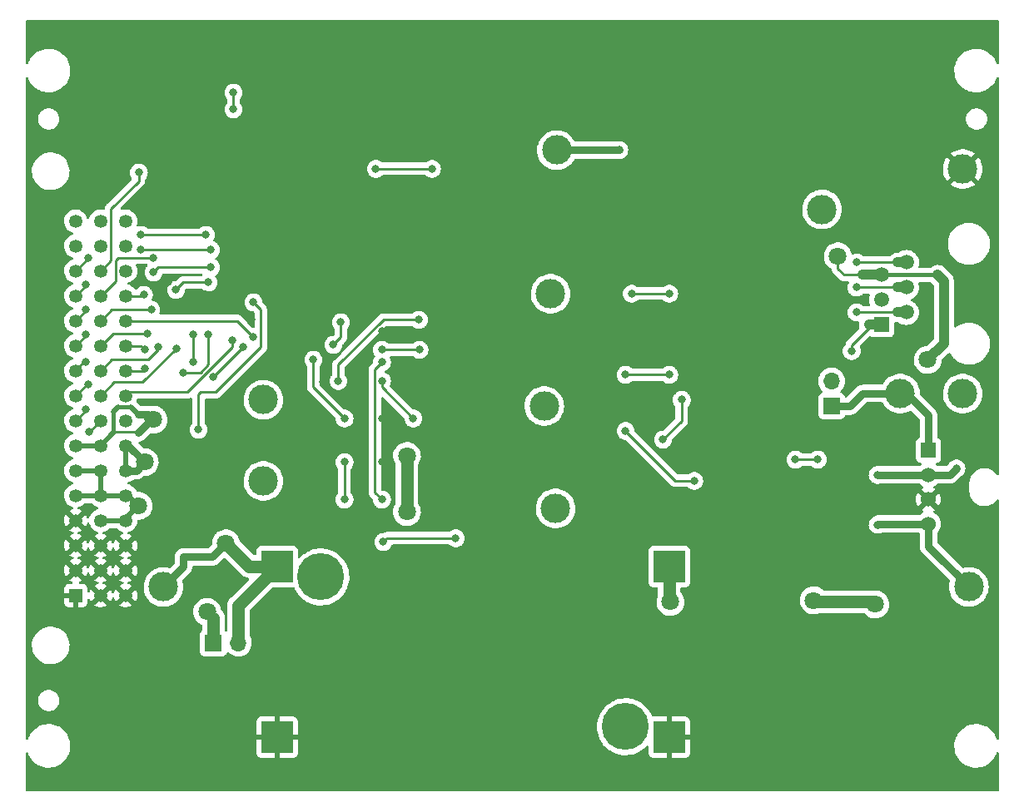
<source format=gbr>
%TF.GenerationSoftware,KiCad,Pcbnew,(6.0.6)*%
%TF.CreationDate,2022-11-29T14:39:04-05:00*%
%TF.ProjectId,PolyVent_SPI_Controller,506f6c79-5665-46e7-945f-5350495f436f,0.1*%
%TF.SameCoordinates,Original*%
%TF.FileFunction,Copper,L2,Bot*%
%TF.FilePolarity,Positive*%
%FSLAX46Y46*%
G04 Gerber Fmt 4.6, Leading zero omitted, Abs format (unit mm)*
G04 Created by KiCad (PCBNEW (6.0.6)) date 2022-11-29 14:39:04*
%MOMM*%
%LPD*%
G01*
G04 APERTURE LIST*
%TA.AperFunction,ComponentPad*%
%ADD10C,3.000000*%
%TD*%
%TA.AperFunction,ComponentPad*%
%ADD11R,1.524000X1.524000*%
%TD*%
%TA.AperFunction,ComponentPad*%
%ADD12C,1.524000*%
%TD*%
%TA.AperFunction,ComponentPad*%
%ADD13R,1.700000X1.700000*%
%TD*%
%TA.AperFunction,ComponentPad*%
%ADD14O,1.700000X1.700000*%
%TD*%
%TA.AperFunction,ComponentPad*%
%ADD15R,1.520000X1.520000*%
%TD*%
%TA.AperFunction,ComponentPad*%
%ADD16C,1.520000*%
%TD*%
%TA.AperFunction,WasherPad*%
%ADD17C,4.775200*%
%TD*%
%TA.AperFunction,ComponentPad*%
%ADD18R,3.175000X3.175000*%
%TD*%
%TA.AperFunction,ComponentPad*%
%ADD19R,1.350000X1.350000*%
%TD*%
%TA.AperFunction,ComponentPad*%
%ADD20C,1.350000*%
%TD*%
%TA.AperFunction,ViaPad*%
%ADD21C,0.800000*%
%TD*%
%TA.AperFunction,ViaPad*%
%ADD22C,1.800000*%
%TD*%
%TA.AperFunction,Conductor*%
%ADD23C,1.000000*%
%TD*%
%TA.AperFunction,Conductor*%
%ADD24C,0.762000*%
%TD*%
%TA.AperFunction,Conductor*%
%ADD25C,0.250000*%
%TD*%
%TA.AperFunction,Conductor*%
%ADD26C,1.250000*%
%TD*%
%TA.AperFunction,Conductor*%
%ADD27C,0.750000*%
%TD*%
%TA.AperFunction,Conductor*%
%ADD28C,1.016000*%
%TD*%
%TA.AperFunction,Conductor*%
%ADD29C,0.381000*%
%TD*%
%TA.AperFunction,Conductor*%
%ADD30C,0.254000*%
%TD*%
%TA.AperFunction,Conductor*%
%ADD31C,0.500000*%
%TD*%
%TA.AperFunction,Conductor*%
%ADD32C,0.508000*%
%TD*%
%TA.AperFunction,Conductor*%
%ADD33C,1.270000*%
%TD*%
G04 APERTURE END LIST*
D10*
%TO.P,TP101,1,1*%
%TO.N,/ControllerVcc*%
X180000000Y-84772500D03*
%TD*%
%TO.P,TP103,1,1*%
%TO.N,/C_SCK*%
X152400000Y-93345000D03*
%TD*%
%TO.P,TP106,1,1*%
%TO.N,+3.3V*%
X123190000Y-104140000D03*
%TD*%
%TO.P,TP203,1,1*%
%TO.N,/I2C_Level_Shifter/SDA_5V*%
X194945000Y-123190000D03*
%TD*%
%TO.P,TP104,1,1*%
%TO.N,/COPI*%
X151765000Y-104775000D03*
%TD*%
%TO.P,TP105,1,1*%
%TO.N,/nCS*%
X152908000Y-115189000D03*
%TD*%
D11*
%TO.P,J201,1*%
%TO.N,/I2C_Level_Shifter/I2C_VCC*%
X190825000Y-109280000D03*
D12*
%TO.P,J201,2*%
%TO.N,/I2C_Level_Shifter/SCL_5V*%
X190825000Y-111780000D03*
%TO.P,J201,3*%
%TO.N,GND*%
X190825000Y-114280000D03*
%TO.P,J201,4*%
%TO.N,/I2C_Level_Shifter/SDA_5V*%
X190825000Y-116780000D03*
%TD*%
D13*
%TO.P,J103,1*%
%TO.N,/ControllerVcc*%
X118110000Y-128905000D03*
D14*
%TO.P,J103,2*%
%TO.N,+12V*%
X120650000Y-128905000D03*
%TD*%
D10*
%TO.P,TP108,1,1*%
%TO.N,GND*%
X194310000Y-80645000D03*
%TD*%
D15*
%TO.P,J102,1*%
%TO.N,/nCS*%
X186055000Y-96520000D03*
D16*
%TO.P,J102,2*%
%TO.N,/COPI*%
X188595000Y-95250000D03*
%TO.P,J102,3*%
%TO.N,GND*%
X186055000Y-93980000D03*
%TO.P,J102,4*%
%TO.N,/C_SCK*%
X188595000Y-92710000D03*
%TO.P,J102,5*%
%TO.N,/ControllerVcc*%
X186055000Y-91440000D03*
%TO.P,J102,6*%
%TO.N,/CIPO*%
X188595000Y-90170000D03*
%TD*%
D17*
%TO.P,U101,*%
%TO.N,*%
X160020000Y-137414000D03*
X129032000Y-122174000D03*
D18*
%TO.P,U101,1,+IN*%
%TO.N,+12V*%
X124587000Y-121107200D03*
%TO.P,U101,2,-IN*%
%TO.N,GND*%
X124587000Y-138480800D03*
%TO.P,U101,3,+OUT*%
%TO.N,Net-(R120-Pad2)*%
X164465000Y-121107200D03*
%TO.P,U101,4,-OUT*%
%TO.N,GND*%
X164465000Y-138480800D03*
%TD*%
D10*
%TO.P,TP201,1,1*%
%TO.N,/I2C_Level_Shifter/SCL_5V*%
X194310000Y-103505000D03*
%TD*%
%TO.P,TP109,1,1*%
%TO.N,+12V*%
X113030000Y-123190000D03*
%TD*%
%TO.P,TP202,1,1*%
%TO.N,/I2C_Level_Shifter/I2C_VCC*%
X187960000Y-103505000D03*
%TD*%
D13*
%TO.P,J202,1*%
%TO.N,/I2C_Level_Shifter/I2C_VCC*%
X180975000Y-104780000D03*
D14*
%TO.P,J202,2*%
%TO.N,+12V*%
X180975000Y-102240000D03*
%TD*%
D19*
%TO.P,J1,1,1*%
%TO.N,GND*%
X104101113Y-124053600D03*
D20*
%TO.P,J1,2,2*%
X104101113Y-121513600D03*
%TO.P,J1,3,3*%
X104101113Y-118973600D03*
%TO.P,J1,4,4*%
X104101113Y-116433600D03*
%TO.P,J1,5,5*%
%TO.N,/24V{slash}12V*%
X104101113Y-113893600D03*
%TO.P,J1,6,6*%
X104101113Y-111353600D03*
%TO.P,J1,7,7*%
%TO.N,/3.3V*%
X104101113Y-108813600D03*
%TO.P,J1,8,8*%
%TO.N,/CS_1*%
X104101113Y-106273600D03*
%TO.P,J1,9,9*%
%TO.N,/CS_2*%
X104101113Y-103733600D03*
%TO.P,J1,10,10*%
%TO.N,/CS_3*%
X104101113Y-101193600D03*
%TO.P,J1,11,11*%
%TO.N,/CS_4*%
X104101113Y-98653600D03*
%TO.P,J1,12,12*%
%TO.N,/CS_5*%
X104101113Y-96113600D03*
%TO.P,J1,13,13*%
%TO.N,/CS_6*%
X104101113Y-93573600D03*
%TO.P,J1,14,14*%
%TO.N,/CS_7*%
X104101113Y-91033600D03*
%TO.P,J1,15,15*%
%TO.N,/USB1_D-*%
X104101113Y-88493600D03*
%TO.P,J1,16,16*%
%TO.N,/USB1_D+*%
X104101113Y-85953600D03*
%TO.P,J1,17,17*%
%TO.N,GND*%
X106641113Y-124053600D03*
%TO.P,J1,18,18*%
X106641113Y-121513600D03*
%TO.P,J1,19,19*%
X106641113Y-118973600D03*
%TO.P,J1,20,20*%
%TO.N,/24V{slash}12V*%
X106641113Y-116433600D03*
%TO.P,J1,21,21*%
X106641113Y-113893600D03*
%TO.P,J1,22,22*%
X106641113Y-111353600D03*
%TO.P,J1,23,23*%
%TO.N,/3.3V*%
X106641113Y-108813600D03*
%TO.P,J1,24,24*%
%TO.N,/CS_8*%
X106641113Y-106273600D03*
%TO.P,J1,25,25*%
%TO.N,/CS_9*%
X106641113Y-103733600D03*
%TO.P,J1,26,26*%
%TO.N,/CS_10*%
X106641113Y-101193600D03*
%TO.P,J1,27,27*%
%TO.N,/CS_11*%
X106641113Y-98653600D03*
%TO.P,J1,28,28*%
%TO.N,/CS_12*%
X106641113Y-96113600D03*
%TO.P,J1,29,29*%
%TO.N,/CS_13*%
X106641113Y-93573600D03*
%TO.P,J1,30,30*%
%TO.N,/CS_14*%
X106641113Y-91033600D03*
%TO.P,J1,31,31*%
%TO.N,/USB2_D-*%
X106641113Y-88493600D03*
%TO.P,J1,32,32*%
%TO.N,/USB2_D+*%
X106641113Y-85953600D03*
%TO.P,J1,33,33*%
%TO.N,GND*%
X109181113Y-124053600D03*
%TO.P,J1,34,34*%
X109181113Y-121513600D03*
%TO.P,J1,35,35*%
X109181113Y-118973600D03*
%TO.P,J1,36,36*%
%TO.N,/24V{slash}12V*%
X109181113Y-116433600D03*
%TO.P,J1,37,37*%
X109181113Y-113893600D03*
%TO.P,J1,38,38*%
%TO.N,/5V*%
X109181113Y-111353600D03*
%TO.P,J1,39,39*%
X109181113Y-108813600D03*
%TO.P,J1,40,40*%
%TO.N,/SCK*%
X109181113Y-106273600D03*
%TO.P,J1,41,41*%
%TO.N,/MISO*%
X109181113Y-103733600D03*
%TO.P,J1,42,42*%
%TO.N,/MOSI*%
X109181113Y-101193600D03*
%TO.P,J1,43,43*%
%TO.N,/SDA*%
X109181113Y-98653600D03*
%TO.P,J1,44,44*%
%TO.N,/SCL*%
X109181113Y-96113600D03*
%TO.P,J1,45,45*%
%TO.N,/CS_15*%
X109181113Y-93573600D03*
%TO.P,J1,46,46*%
%TO.N,/USB3_D-*%
X109181113Y-91033600D03*
%TO.P,J1,47,47*%
%TO.N,/USB3_D+*%
X109181113Y-88493600D03*
%TO.P,J1,48,48*%
%TO.N,/RESET*%
X109181113Y-85953600D03*
%TD*%
D10*
%TO.P,TP107,1,1*%
%TO.N,+5V*%
X123190000Y-112395000D03*
%TD*%
%TO.P,TP102,1,1*%
%TO.N,/CIPO*%
X153035000Y-78740000D03*
%TD*%
D21*
%TO.N,GND*%
X119380000Y-122936000D03*
X126238000Y-124460000D03*
X105405146Y-82507346D03*
X126746000Y-102362000D03*
X134366000Y-95250000D03*
X180000000Y-98000000D03*
X135259299Y-97159299D03*
X140970000Y-83185000D03*
X140970000Y-85725000D03*
X118110000Y-107315000D03*
X138176000Y-128524000D03*
X135255000Y-110490000D03*
X142155432Y-113927500D03*
X175260000Y-95885000D03*
X133085758Y-100075405D03*
X133058500Y-85932333D03*
X161535983Y-111740553D03*
X160782000Y-133096000D03*
X180000000Y-93000000D03*
X185632499Y-118720108D03*
X139000000Y-102235000D03*
X139000000Y-101000000D03*
X183642000Y-127000000D03*
X190544516Y-121805182D03*
X179000000Y-96000000D03*
X173965665Y-112989993D03*
X178966684Y-100710656D03*
X150000000Y-96000000D03*
X143479122Y-121646255D03*
X126492000Y-117094000D03*
X117475000Y-112395000D03*
X140716000Y-117102500D03*
X185632499Y-113665000D03*
X123952000Y-132461000D03*
X117475000Y-118745000D03*
X186436000Y-123190000D03*
X180340000Y-122682000D03*
X141097000Y-133477000D03*
X139959781Y-106952717D03*
X157948401Y-107938395D03*
X140208000Y-76200000D03*
X158000000Y-100000000D03*
X134000000Y-116000000D03*
X113538000Y-92202000D03*
X138176000Y-122428000D03*
X181991000Y-109220000D03*
X140970000Y-137160000D03*
X151130000Y-81280000D03*
X161000000Y-96000000D03*
X184000000Y-115000000D03*
X156464000Y-132080000D03*
X121991367Y-95999999D03*
X162938395Y-115561500D03*
X190881000Y-95250000D03*
X121666000Y-106934000D03*
X136398000Y-117094000D03*
X122682000Y-126238000D03*
X144949775Y-96972729D03*
X115570000Y-116840000D03*
X117343701Y-93467701D03*
X155259358Y-119433358D03*
X145034000Y-76200000D03*
X130175000Y-107950000D03*
X129032000Y-98552000D03*
X139934631Y-110117500D03*
X170815000Y-102235000D03*
X156000000Y-110000000D03*
X132715000Y-107315000D03*
X114046000Y-84328000D03*
X182880000Y-97155000D03*
X133350000Y-110490000D03*
X165354000Y-108712000D03*
X135255000Y-106045000D03*
X155671143Y-116323500D03*
X129286000Y-102362000D03*
X183443358Y-119443358D03*
X155956000Y-128524000D03*
%TO.N,/CIPO*%
X159385000Y-78740000D03*
X183515000Y-90170000D03*
%TO.N,/C_SCK*%
X183515000Y-92710000D03*
X160655000Y-93345000D03*
X164465000Y-93345000D03*
%TO.N,/COPI*%
X183515000Y-95250000D03*
X160020000Y-101600000D03*
X164465000Y-101600000D03*
%TO.N,/nCS*%
X163830000Y-108204000D03*
X183019388Y-99186888D03*
X165735000Y-104140000D03*
D22*
%TO.N,+3.3V*%
X137795000Y-109855000D03*
X137795000Y-115570000D03*
%TO.N,+12V*%
X119380000Y-118745000D03*
D21*
%TO.N,/I2C_Level_Shifter/SCL_5V*%
X185664084Y-111793504D03*
X193675000Y-111125000D03*
%TO.N,/I2C_Level_Shifter/SDA_5V*%
X185665500Y-116846386D03*
D22*
%TO.N,/ControllerVcc*%
X181610000Y-89535000D03*
X117475000Y-125730000D03*
X190754000Y-100076000D03*
D21*
%TO.N,Net-(Q101-Pad2)*%
X142748000Y-118237000D03*
X131064000Y-96266000D03*
X135382000Y-118618000D03*
X135255000Y-100330000D03*
X130302000Y-98552000D03*
X135255000Y-114300000D03*
%TO.N,/MISO*%
X140335000Y-80645000D03*
X120061667Y-98081500D03*
X134620000Y-80645000D03*
%TO.N,/SCK*%
X130810000Y-102235000D03*
X139000000Y-96000000D03*
%TO.N,/MOSI*%
X111125000Y-100965000D03*
X138430000Y-106045000D03*
X135255000Y-102235000D03*
%TO.N,/SCL*%
X139065000Y-99060000D03*
X135255000Y-99060000D03*
X167005000Y-112395000D03*
X160020000Y-107315000D03*
X122174000Y-97790000D03*
%TO.N,Net-(Q201-Pad3)*%
X177292000Y-110236002D03*
X179578000Y-110236000D03*
%TO.N,/CS_15*%
X111035500Y-93472000D03*
X120142000Y-72898000D03*
X120142000Y-74586500D03*
%TO.N,/CS_11*%
X111383299Y-97413299D03*
%TO.N,/CS_12*%
X111776154Y-94971248D03*
%TO.N,/CS_13*%
X112021411Y-89668275D03*
%TO.N,/CS_14*%
X110527500Y-81019921D03*
D22*
%TO.N,/3.3V*%
X112014000Y-106172000D03*
%TO.N,/5V*%
X111125000Y-110490000D03*
%TO.N,/24V{slash}12V*%
X110490000Y-114935000D03*
D21*
%TO.N,/CS_1*%
X121158000Y-98806000D03*
X118110000Y-101854000D03*
X105156000Y-105156000D03*
%TO.N,/CS_2*%
X115062000Y-101383500D03*
X105410000Y-102616000D03*
X117602000Y-97536000D03*
%TO.N,/CS_3*%
X116078000Y-100330000D03*
X105156000Y-100330000D03*
X116078000Y-97536000D03*
%TO.N,/CS_4*%
X114300000Y-92964000D03*
X117602000Y-92202000D03*
X105156000Y-97536000D03*
%TO.N,/CS_5*%
X117856000Y-90678000D03*
X112014000Y-91186000D03*
X105156000Y-94996000D03*
%TO.N,/CS_6*%
X110744000Y-88900000D03*
X117856000Y-88900000D03*
X105156000Y-92456000D03*
%TO.N,/CS_7*%
X110744000Y-87376000D03*
X105410000Y-89724713D03*
X117348000Y-87376000D03*
%TO.N,/CS_8*%
X122174000Y-94234000D03*
X116586000Y-107188000D03*
X105472713Y-107442000D03*
%TO.N,/CS_9*%
X114357091Y-98901999D03*
%TO.N,/CS_10*%
X112522000Y-98806000D03*
D22*
%TO.N,Net-(R120-Pad2)*%
X179157158Y-124547158D03*
X164592000Y-124714000D03*
X185420000Y-124968000D03*
D21*
%TO.N,/SDA*%
X131445000Y-114300000D03*
X111125000Y-99060000D03*
X131445000Y-110490000D03*
X131445000Y-106045000D03*
X128270000Y-100076000D03*
%TD*%
D23*
%TO.N,/CIPO*%
X188595000Y-90170000D02*
X187706000Y-90170000D01*
D24*
X159385000Y-78740000D02*
X153035000Y-78740000D01*
D25*
X187706000Y-90170000D02*
X183515000Y-90170000D01*
%TO.N,/C_SCK*%
X187706000Y-92710000D02*
X183515000Y-92710000D01*
D23*
X188595000Y-92710000D02*
X187706000Y-92710000D01*
D25*
X164465000Y-93345000D02*
X160655000Y-93345000D01*
%TO.N,/COPI*%
X187452000Y-95250000D02*
X183515000Y-95250000D01*
D23*
X188595000Y-95250000D02*
X187706000Y-95250000D01*
D25*
X160020000Y-101600000D02*
X164465000Y-101600000D01*
%TO.N,/nCS*%
X183019388Y-98603112D02*
X183019388Y-99186888D01*
X165735000Y-104140000D02*
X165735000Y-106299000D01*
X165735000Y-106299000D02*
X163830000Y-108204000D01*
D23*
X186055000Y-96520000D02*
X184785000Y-96520000D01*
D25*
X184785000Y-96520000D02*
X184785000Y-96837500D01*
X184785000Y-96837500D02*
X183019388Y-98603112D01*
D26*
%TO.N,+3.3V*%
X137795000Y-109855000D02*
X137795000Y-115570000D01*
%TO.N,+12V*%
X120650000Y-125095000D02*
X124587000Y-121158000D01*
D27*
X119380000Y-118745000D02*
X117983000Y-120142000D01*
D26*
X124587000Y-121158000D02*
X124587000Y-121107200D01*
D27*
X115062000Y-121158000D02*
X113030000Y-123190000D01*
D26*
X124587000Y-121107200D02*
X121742200Y-121107200D01*
X120650000Y-128905000D02*
X120650000Y-125095000D01*
D27*
X117983000Y-120142000D02*
X115062000Y-120142000D01*
X115062000Y-120142000D02*
X115062000Y-121158000D01*
D26*
X121742200Y-121107200D02*
X119380000Y-118745000D01*
D27*
%TO.N,/I2C_Level_Shifter/SCL_5V*%
X185677588Y-111780000D02*
X185664084Y-111793504D01*
X193020000Y-111780000D02*
X193675000Y-111125000D01*
X190825000Y-111780000D02*
X193020000Y-111780000D01*
X190825000Y-111780000D02*
X185677588Y-111780000D01*
%TO.N,/I2C_Level_Shifter/SDA_5V*%
X190825000Y-119070000D02*
X194945000Y-123190000D01*
X185731886Y-116780000D02*
X185665500Y-116846386D01*
X190825000Y-116780000D02*
X190825000Y-119070000D01*
X190825000Y-116780000D02*
X185731886Y-116780000D01*
%TO.N,/ControllerVcc*%
X118110000Y-126365000D02*
X117475000Y-125730000D01*
D25*
X184150000Y-91440000D02*
X182245000Y-91440000D01*
D28*
X192405000Y-98425000D02*
X190754000Y-100076000D01*
D29*
X186055000Y-91440000D02*
X191770000Y-91440000D01*
D23*
X184150000Y-91440000D02*
X186055000Y-91440000D01*
D25*
X181610000Y-90805000D02*
X181610000Y-89535000D01*
D28*
X191770000Y-91440000D02*
X192405000Y-92075000D01*
D26*
X118110000Y-128905000D02*
X118110000Y-126365000D01*
D25*
X182245000Y-91440000D02*
X181610000Y-90805000D01*
D28*
X192405000Y-92075000D02*
X192405000Y-98425000D01*
D25*
%TO.N,Net-(Q101-Pad2)*%
X134530500Y-113575500D02*
X134530500Y-101054500D01*
X142748000Y-118237000D02*
X135763000Y-118237000D01*
X135763000Y-118237000D02*
X135382000Y-118618000D01*
X131064000Y-96266000D02*
X131064000Y-97790000D01*
X131064000Y-97790000D02*
X130302000Y-98552000D01*
X135255000Y-114300000D02*
X134530500Y-113575500D01*
X134530500Y-101054500D02*
X135255000Y-100330000D01*
%TO.N,/MISO*%
X120061667Y-98760023D02*
X120061667Y-98081500D01*
X109181113Y-103733600D02*
X109536713Y-103378000D01*
X109536713Y-103378000D02*
X115443690Y-103378000D01*
X134620000Y-80645000D02*
X140335000Y-80645000D01*
X115443690Y-103378000D02*
X120061667Y-98760023D01*
%TO.N,/SCK*%
X135394000Y-96000000D02*
X139000000Y-96000000D01*
X130810000Y-102235000D02*
X130810000Y-100584000D01*
X130810000Y-100584000D02*
X135394000Y-96000000D01*
%TO.N,/MOSI*%
X138430000Y-106045000D02*
X135255000Y-102870000D01*
X110896400Y-101193600D02*
X111125000Y-100965000D01*
X135255000Y-102870000D02*
X135255000Y-102235000D01*
X109181100Y-101193600D02*
X110896400Y-101193600D01*
%TO.N,/SCL*%
X165100000Y-112395000D02*
X167005000Y-112395000D01*
X120497600Y-96113600D02*
X122174000Y-97790000D01*
X109181113Y-96113600D02*
X120497600Y-96113600D01*
X160020000Y-107315000D02*
X165100000Y-112395000D01*
X135255000Y-99060000D02*
X139065000Y-99060000D01*
%TO.N,Net-(Q201-Pad3)*%
X179578000Y-110236000D02*
X177292002Y-110236000D01*
X177292002Y-110236000D02*
X177292000Y-110236002D01*
%TO.N,/CS_15*%
X110933900Y-93573600D02*
X111035500Y-93472000D01*
X109181100Y-93573600D02*
X110933900Y-93573600D01*
X120142000Y-72898000D02*
X120142000Y-74586500D01*
%TO.N,/CS_11*%
X106641113Y-98653600D02*
X107881414Y-97413299D01*
X107881414Y-97413299D02*
X111383299Y-97413299D01*
%TO.N,/CS_12*%
X107783465Y-94971248D02*
X111776154Y-94971248D01*
X106641113Y-96113600D02*
X107783465Y-94971248D01*
%TO.N,/CS_13*%
X108139700Y-89980300D02*
X108451725Y-89668275D01*
X108139700Y-92075000D02*
X108139700Y-89980300D01*
X106641100Y-93573600D02*
X108139700Y-92075000D01*
X108451725Y-89668275D02*
X112021411Y-89668275D01*
%TO.N,/CS_14*%
X107690199Y-89984501D02*
X107690199Y-84714801D01*
X106641100Y-91033600D02*
X107690199Y-89984501D01*
X110527500Y-81877500D02*
X110527500Y-81019921D01*
X107690199Y-84714801D02*
X110527500Y-81877500D01*
D24*
%TO.N,/3.3V*%
X111822713Y-106172000D02*
X112014000Y-106172000D01*
D29*
X108458000Y-104902000D02*
X109728000Y-104902000D01*
X107950000Y-107504713D02*
X107950000Y-105410000D01*
D30*
X110427287Y-107442000D02*
X110490000Y-107504713D01*
D24*
X110490000Y-107504713D02*
X111822713Y-106172000D01*
D31*
X106641100Y-108813600D02*
X107950000Y-107504700D01*
X104101100Y-108813600D02*
X106641100Y-108813600D01*
D24*
X112014000Y-106172000D02*
X111506000Y-105664000D01*
D30*
X108012713Y-107442000D02*
X110427287Y-107442000D01*
D32*
X107950000Y-105410000D02*
X108458000Y-104902000D01*
D24*
X111506000Y-105664000D02*
X110490000Y-105664000D01*
D32*
X109728000Y-104902000D02*
X110490000Y-105664000D01*
D30*
X107950000Y-107504713D02*
X108012713Y-107442000D01*
D31*
%TO.N,/5V*%
X109181100Y-108813600D02*
X109448600Y-108813600D01*
D24*
X110261400Y-111353600D02*
X111125000Y-110490000D01*
X109181113Y-111353600D02*
X110261400Y-111353600D01*
X109448600Y-108813600D02*
X111125000Y-110490000D01*
D31*
X109181100Y-111353600D02*
X109181100Y-108813600D01*
%TO.N,/24V{slash}12V*%
X106641100Y-111353600D02*
X106641100Y-113893600D01*
X106641100Y-116433600D02*
X109181100Y-116433600D01*
X109181100Y-113893600D02*
X109448600Y-113893600D01*
X109448600Y-113893600D02*
X110490000Y-114935000D01*
X106641100Y-113893600D02*
X109181100Y-113893600D01*
X104101100Y-111353600D02*
X106641100Y-111353600D01*
X109181100Y-116243900D02*
X110490000Y-114935000D01*
X109181100Y-116433600D02*
X109181100Y-116243900D01*
X104101100Y-113893600D02*
X106641100Y-113893600D01*
D25*
%TO.N,/CS_1*%
X104101113Y-106273600D02*
X105156000Y-105218713D01*
X105156000Y-105218713D02*
X105156000Y-105156000D01*
X118110000Y-101854000D02*
X121158000Y-98806000D01*
%TO.N,/CS_2*%
X117602000Y-97536000D02*
X117602000Y-100584000D01*
X105218713Y-102616000D02*
X105410000Y-102616000D01*
X104101113Y-103733600D02*
X105218713Y-102616000D01*
X116802500Y-101383500D02*
X115062000Y-101383500D01*
X117602000Y-100584000D02*
X116802500Y-101383500D01*
%TO.N,/CS_3*%
X104101113Y-101130887D02*
X104902000Y-100330000D01*
X104101113Y-101193600D02*
X104101113Y-101130887D01*
X116078000Y-100330000D02*
X116078000Y-97536000D01*
X104902000Y-100330000D02*
X105156000Y-100330000D01*
%TO.N,/CS_4*%
X105156000Y-97598713D02*
X105156000Y-97536000D01*
X117602000Y-92202000D02*
X115062000Y-92202000D01*
X104101113Y-98653600D02*
X105156000Y-97598713D01*
X115062000Y-92202000D02*
X114300000Y-92964000D01*
%TO.N,/CS_5*%
X117856000Y-90678000D02*
X112522000Y-90678000D01*
X104101113Y-96113600D02*
X105156000Y-95058713D01*
X112522000Y-90678000D02*
X112014000Y-91186000D01*
X105156000Y-95058713D02*
X105156000Y-94996000D01*
%TO.N,/CS_6*%
X104101113Y-93573600D02*
X105156000Y-92518713D01*
X105156000Y-92518713D02*
X105156000Y-92456000D01*
X110744000Y-88900000D02*
X117856000Y-88900000D01*
%TO.N,/CS_7*%
X110744000Y-87376000D02*
X117348000Y-87376000D01*
X104101113Y-91033600D02*
X105410000Y-89724713D01*
%TO.N,/CS_8*%
X122936000Y-98806000D02*
X122936000Y-94996000D01*
X116840000Y-103378000D02*
X117602000Y-103378000D01*
X106641113Y-106273600D02*
X105472713Y-107442000D01*
X122936000Y-94996000D02*
X122174000Y-94234000D01*
X116586000Y-107188000D02*
X116586000Y-103632000D01*
X118364000Y-103378000D02*
X122936000Y-98806000D01*
X117602000Y-103378000D02*
X118364000Y-103378000D01*
X116586000Y-103632000D02*
X116840000Y-103378000D01*
%TO.N,/CS_9*%
X108012713Y-102362000D02*
X110897090Y-102362000D01*
X110897090Y-102362000D02*
X114357091Y-98901999D01*
X106641113Y-103733600D02*
X108012713Y-102362000D01*
%TO.N,/CS_10*%
X112522000Y-99060000D02*
X112522000Y-98806000D01*
X111506000Y-100076000D02*
X112522000Y-99060000D01*
X106641113Y-101193600D02*
X107758713Y-100076000D01*
X107758713Y-100076000D02*
X111506000Y-100076000D01*
D24*
%TO.N,/I2C_Level_Shifter/I2C_VCC*%
X190824993Y-109279995D02*
X190824993Y-105734993D01*
X188595000Y-103505000D02*
X184150000Y-103505000D01*
X190824993Y-105734993D02*
X188595000Y-103505000D01*
X182874996Y-104780004D02*
X180975000Y-104780004D01*
X184150000Y-103505000D02*
X182874996Y-104780004D01*
D27*
%TO.N,Net-(R120-Pad2)*%
X185166000Y-124714000D02*
X185420000Y-124968000D01*
X164465000Y-124587000D02*
X164592000Y-124714000D01*
D33*
X185166000Y-124714000D02*
X179324000Y-124714000D01*
X164465000Y-121107200D02*
X164465000Y-124587000D01*
X179324000Y-124714000D02*
X179157158Y-124547158D01*
D25*
%TO.N,/SDA*%
X128270000Y-102870000D02*
X128270000Y-100076000D01*
X110718600Y-98653600D02*
X111125000Y-99060000D01*
X109181100Y-98653600D02*
X110718600Y-98653600D01*
X131445000Y-106045000D02*
X128270000Y-102870000D01*
X131445000Y-110490000D02*
X131445000Y-114300000D01*
%TD*%
%TA.AperFunction,Conductor*%
%TO.N,GND*%
G36*
X197934721Y-65532102D02*
G01*
X197981214Y-65585758D01*
X197992600Y-65638100D01*
X197992600Y-69876928D01*
X197972598Y-69945049D01*
X197918942Y-69991542D01*
X197848668Y-70001646D01*
X197784088Y-69972152D01*
X197748350Y-69920436D01*
X197716094Y-69832767D01*
X197683181Y-69743312D01*
X197546349Y-69483787D01*
X197376395Y-69244639D01*
X197176306Y-69030069D01*
X196949596Y-68843848D01*
X196700249Y-68689246D01*
X196696432Y-68687530D01*
X196696429Y-68687529D01*
X196622391Y-68654255D01*
X196432644Y-68568980D01*
X196344694Y-68542761D01*
X196155482Y-68486353D01*
X196155474Y-68486351D01*
X196151485Y-68485162D01*
X196147369Y-68484510D01*
X196147364Y-68484509D01*
X195865178Y-68439816D01*
X195865173Y-68439816D01*
X195861710Y-68439267D01*
X195812614Y-68437037D01*
X195771368Y-68435164D01*
X195771349Y-68435164D01*
X195769949Y-68435100D01*
X195586680Y-68435100D01*
X195368358Y-68449601D01*
X195080759Y-68507591D01*
X194803356Y-68603108D01*
X194799614Y-68604982D01*
X194799609Y-68604984D01*
X194544767Y-68732600D01*
X194541023Y-68734475D01*
X194298368Y-68899383D01*
X194079655Y-69094935D01*
X193888727Y-69317695D01*
X193886453Y-69321197D01*
X193780866Y-69483787D01*
X193728937Y-69563750D01*
X193603093Y-69828777D01*
X193601814Y-69832760D01*
X193601813Y-69832763D01*
X193566923Y-69941433D01*
X193513406Y-70108120D01*
X193461451Y-70396870D01*
X193461262Y-70401042D01*
X193452163Y-70601415D01*
X193448142Y-70689955D01*
X193473713Y-70982225D01*
X193474623Y-70986297D01*
X193474624Y-70986302D01*
X193518605Y-71183060D01*
X193537713Y-71268547D01*
X193639019Y-71543888D01*
X193775851Y-71803413D01*
X193945805Y-72042561D01*
X194145894Y-72257131D01*
X194372604Y-72443352D01*
X194621951Y-72597954D01*
X194625768Y-72599670D01*
X194625771Y-72599671D01*
X194699809Y-72632945D01*
X194889556Y-72718220D01*
X194977506Y-72744439D01*
X195166718Y-72800847D01*
X195166726Y-72800849D01*
X195170715Y-72802038D01*
X195174831Y-72802690D01*
X195174836Y-72802691D01*
X195457022Y-72847384D01*
X195457027Y-72847384D01*
X195460490Y-72847933D01*
X195509586Y-72850163D01*
X195550832Y-72852036D01*
X195550851Y-72852036D01*
X195552251Y-72852100D01*
X195735520Y-72852100D01*
X195953842Y-72837599D01*
X196241441Y-72779609D01*
X196449201Y-72708072D01*
X196514880Y-72685457D01*
X196514881Y-72685456D01*
X196518844Y-72684092D01*
X196522586Y-72682218D01*
X196522591Y-72682216D01*
X196777433Y-72554600D01*
X196777435Y-72554599D01*
X196781177Y-72552725D01*
X197023832Y-72387817D01*
X197242545Y-72192265D01*
X197433473Y-71969505D01*
X197539119Y-71806825D01*
X197590984Y-71726960D01*
X197590987Y-71726955D01*
X197593263Y-71723450D01*
X197719107Y-71458423D01*
X197746632Y-71372693D01*
X197786500Y-71313947D01*
X197851800Y-71286082D01*
X197921799Y-71297944D01*
X197974272Y-71345767D01*
X197992600Y-71411210D01*
X197992600Y-111655514D01*
X197972598Y-111723635D01*
X197918942Y-111770128D01*
X197848668Y-111780232D01*
X197784088Y-111750738D01*
X197759983Y-111722661D01*
X197752900Y-111711413D01*
X197590240Y-111526912D01*
X197400174Y-111370790D01*
X197272794Y-111296653D01*
X197191960Y-111249606D01*
X197191958Y-111249605D01*
X197187592Y-111247064D01*
X197051541Y-111194839D01*
X196962692Y-111160733D01*
X196962689Y-111160732D01*
X196957963Y-111158918D01*
X196717195Y-111108619D01*
X196712146Y-111108390D01*
X196712140Y-111108389D01*
X196600021Y-111103298D01*
X196471483Y-111097461D01*
X196466463Y-111098042D01*
X196466459Y-111098042D01*
X196232174Y-111125150D01*
X196232170Y-111125151D01*
X196227147Y-111125732D01*
X196222282Y-111127109D01*
X196222280Y-111127109D01*
X196124902Y-111154664D01*
X195990474Y-111192703D01*
X195985895Y-111194838D01*
X195985893Y-111194839D01*
X195927398Y-111222116D01*
X195767553Y-111296653D01*
X195763377Y-111299491D01*
X195763370Y-111299495D01*
X195568307Y-111432060D01*
X195568303Y-111432063D01*
X195564120Y-111434906D01*
X195385407Y-111603906D01*
X195382329Y-111607932D01*
X195382328Y-111607933D01*
X195277718Y-111744758D01*
X195236014Y-111799305D01*
X195119782Y-112016076D01*
X195039704Y-112248641D01*
X195038843Y-112253624D01*
X195038842Y-112253629D01*
X195015557Y-112388435D01*
X194997838Y-112491017D01*
X194997658Y-112494974D01*
X194997658Y-112494977D01*
X194997488Y-112498731D01*
X194996500Y-112520483D01*
X194996500Y-113491809D01*
X194996702Y-113494317D01*
X194996702Y-113494322D01*
X195010483Y-113665597D01*
X195011253Y-113675173D01*
X195012459Y-113680081D01*
X195012459Y-113680084D01*
X195038632Y-113786642D01*
X195069924Y-113914039D01*
X195071899Y-113918691D01*
X195071900Y-113918695D01*
X195153135Y-114110072D01*
X195166031Y-114140452D01*
X195171993Y-114149919D01*
X195280861Y-114322799D01*
X195297100Y-114348587D01*
X195459760Y-114533088D01*
X195649826Y-114689210D01*
X195664123Y-114697531D01*
X195780878Y-114765484D01*
X195862408Y-114812936D01*
X195867131Y-114814749D01*
X196087308Y-114899267D01*
X196087311Y-114899268D01*
X196092037Y-114901082D01*
X196332805Y-114951381D01*
X196337854Y-114951610D01*
X196337860Y-114951611D01*
X196449979Y-114956702D01*
X196578517Y-114962539D01*
X196583537Y-114961958D01*
X196583541Y-114961958D01*
X196817826Y-114934850D01*
X196817830Y-114934849D01*
X196822853Y-114934268D01*
X196827718Y-114932891D01*
X196827720Y-114932891D01*
X197038905Y-114873132D01*
X197059526Y-114867297D01*
X197282447Y-114763347D01*
X197286623Y-114760509D01*
X197286630Y-114760505D01*
X197481693Y-114627940D01*
X197481697Y-114627937D01*
X197485880Y-114625094D01*
X197664593Y-114456094D01*
X197766506Y-114322797D01*
X197823768Y-114280831D01*
X197894632Y-114276486D01*
X197956595Y-114311142D01*
X197989986Y-114373796D01*
X197992600Y-114399328D01*
X197992600Y-138596928D01*
X197972598Y-138665049D01*
X197918942Y-138711542D01*
X197848668Y-138721646D01*
X197784088Y-138692152D01*
X197748350Y-138640436D01*
X197746169Y-138634507D01*
X197683181Y-138463312D01*
X197548932Y-138208685D01*
X197548302Y-138207491D01*
X197548301Y-138207490D01*
X197546349Y-138203787D01*
X197376395Y-137964639D01*
X197176306Y-137750069D01*
X196949596Y-137563848D01*
X196700249Y-137409246D01*
X196696432Y-137407530D01*
X196696429Y-137407529D01*
X196622391Y-137374255D01*
X196432644Y-137288980D01*
X196344695Y-137262761D01*
X196155482Y-137206353D01*
X196155474Y-137206351D01*
X196151485Y-137205162D01*
X196147369Y-137204510D01*
X196147364Y-137204509D01*
X195865178Y-137159816D01*
X195865173Y-137159816D01*
X195861710Y-137159267D01*
X195812614Y-137157037D01*
X195771368Y-137155164D01*
X195771349Y-137155164D01*
X195769949Y-137155100D01*
X195586680Y-137155100D01*
X195368358Y-137169601D01*
X195080759Y-137227591D01*
X194803356Y-137323108D01*
X194799614Y-137324982D01*
X194799609Y-137324984D01*
X194621849Y-137414000D01*
X194541023Y-137454475D01*
X194537558Y-137456830D01*
X194332546Y-137596156D01*
X194298368Y-137619383D01*
X194079655Y-137814935D01*
X193888727Y-138037695D01*
X193886453Y-138041197D01*
X193765921Y-138226800D01*
X193728937Y-138283750D01*
X193603093Y-138548777D01*
X193601814Y-138552760D01*
X193601813Y-138552763D01*
X193566923Y-138661433D01*
X193513406Y-138828120D01*
X193461451Y-139116870D01*
X193461262Y-139121042D01*
X193448600Y-139399877D01*
X193448142Y-139409955D01*
X193448505Y-139414103D01*
X193448505Y-139414107D01*
X193451097Y-139443729D01*
X193473713Y-139702225D01*
X193474623Y-139706297D01*
X193474624Y-139706302D01*
X193518605Y-139903060D01*
X193537713Y-139988547D01*
X193539157Y-139992470D01*
X193539157Y-139992472D01*
X193554417Y-140033947D01*
X193639019Y-140263888D01*
X193640966Y-140267581D01*
X193640967Y-140267583D01*
X193665888Y-140314849D01*
X193775851Y-140523413D01*
X193945805Y-140762561D01*
X194145894Y-140977131D01*
X194372604Y-141163352D01*
X194621951Y-141317954D01*
X194625768Y-141319670D01*
X194625771Y-141319671D01*
X194699809Y-141352945D01*
X194889556Y-141438220D01*
X194977506Y-141464439D01*
X195166718Y-141520847D01*
X195166726Y-141520849D01*
X195170715Y-141522038D01*
X195174831Y-141522690D01*
X195174836Y-141522691D01*
X195457022Y-141567384D01*
X195457027Y-141567384D01*
X195460490Y-141567933D01*
X195509586Y-141570163D01*
X195550832Y-141572036D01*
X195550851Y-141572036D01*
X195552251Y-141572100D01*
X195735520Y-141572100D01*
X195953842Y-141557599D01*
X196241441Y-141499609D01*
X196518844Y-141404092D01*
X196522586Y-141402218D01*
X196522591Y-141402216D01*
X196777433Y-141274600D01*
X196777435Y-141274599D01*
X196781177Y-141272725D01*
X197023832Y-141107817D01*
X197242545Y-140912265D01*
X197433473Y-140689505D01*
X197510798Y-140570435D01*
X197590984Y-140446960D01*
X197590987Y-140446955D01*
X197593263Y-140443450D01*
X197719107Y-140178423D01*
X197733327Y-140134133D01*
X197746632Y-140092693D01*
X197786500Y-140033947D01*
X197851800Y-140006082D01*
X197921799Y-140017944D01*
X197974272Y-140065767D01*
X197992600Y-140131210D01*
X197992600Y-143874000D01*
X197972598Y-143942121D01*
X197918942Y-143988614D01*
X197866600Y-144000000D01*
X99135600Y-144000000D01*
X99067479Y-143979998D01*
X99020986Y-143926342D01*
X99009600Y-143874000D01*
X99009600Y-140130272D01*
X99029602Y-140062151D01*
X99083258Y-140015658D01*
X99153532Y-140005554D01*
X99218112Y-140035048D01*
X99253850Y-140086764D01*
X99319019Y-140263888D01*
X99320966Y-140267581D01*
X99320967Y-140267583D01*
X99345888Y-140314849D01*
X99455851Y-140523413D01*
X99625805Y-140762561D01*
X99825894Y-140977131D01*
X100052604Y-141163352D01*
X100301951Y-141317954D01*
X100305768Y-141319670D01*
X100305771Y-141319671D01*
X100379809Y-141352945D01*
X100569556Y-141438220D01*
X100657506Y-141464439D01*
X100846718Y-141520847D01*
X100846726Y-141520849D01*
X100850715Y-141522038D01*
X100854831Y-141522690D01*
X100854836Y-141522691D01*
X101137022Y-141567384D01*
X101137027Y-141567384D01*
X101140490Y-141567933D01*
X101189586Y-141570163D01*
X101230832Y-141572036D01*
X101230851Y-141572036D01*
X101232251Y-141572100D01*
X101415520Y-141572100D01*
X101633842Y-141557599D01*
X101921441Y-141499609D01*
X102198844Y-141404092D01*
X102202586Y-141402218D01*
X102202591Y-141402216D01*
X102457433Y-141274600D01*
X102457435Y-141274599D01*
X102461177Y-141272725D01*
X102703832Y-141107817D01*
X102922545Y-140912265D01*
X103113473Y-140689505D01*
X103190798Y-140570435D01*
X103270984Y-140446960D01*
X103270987Y-140446955D01*
X103273263Y-140443450D01*
X103399107Y-140178423D01*
X103401603Y-140170651D01*
X103420122Y-140112969D01*
X122491501Y-140112969D01*
X122491871Y-140119790D01*
X122497395Y-140170652D01*
X122501021Y-140185904D01*
X122546176Y-140306354D01*
X122554714Y-140321949D01*
X122631215Y-140424024D01*
X122643776Y-140436585D01*
X122745851Y-140513086D01*
X122761446Y-140521624D01*
X122881894Y-140566778D01*
X122897149Y-140570405D01*
X122948014Y-140575931D01*
X122954828Y-140576300D01*
X124314885Y-140576300D01*
X124330124Y-140571825D01*
X124331329Y-140570435D01*
X124333000Y-140562752D01*
X124333000Y-140558184D01*
X124841000Y-140558184D01*
X124845475Y-140573423D01*
X124846865Y-140574628D01*
X124854548Y-140576299D01*
X126219169Y-140576299D01*
X126225990Y-140575929D01*
X126276852Y-140570405D01*
X126292104Y-140566779D01*
X126412554Y-140521624D01*
X126428149Y-140513086D01*
X126530224Y-140436585D01*
X126542785Y-140424024D01*
X126619286Y-140321949D01*
X126627824Y-140306354D01*
X126672978Y-140185906D01*
X126676605Y-140170651D01*
X126682131Y-140119786D01*
X126682500Y-140112972D01*
X126682500Y-138752915D01*
X126678025Y-138737676D01*
X126676635Y-138736471D01*
X126668952Y-138734800D01*
X124859115Y-138734800D01*
X124843876Y-138739275D01*
X124842671Y-138740665D01*
X124841000Y-138748348D01*
X124841000Y-140558184D01*
X124333000Y-140558184D01*
X124333000Y-138752915D01*
X124328525Y-138737676D01*
X124327135Y-138736471D01*
X124319452Y-138734800D01*
X122509616Y-138734800D01*
X122494377Y-138739275D01*
X122493172Y-138740665D01*
X122491501Y-138748348D01*
X122491501Y-140112969D01*
X103420122Y-140112969D01*
X103451897Y-140014001D01*
X103488794Y-139899080D01*
X103540749Y-139610330D01*
X103548439Y-139440994D01*
X103553869Y-139321415D01*
X103553869Y-139321410D01*
X103554058Y-139317245D01*
X103528487Y-139024975D01*
X103504975Y-138919786D01*
X103465399Y-138742731D01*
X103465397Y-138742724D01*
X103464487Y-138738653D01*
X103363181Y-138463312D01*
X103228932Y-138208685D01*
X122491500Y-138208685D01*
X122495975Y-138223924D01*
X122497365Y-138225129D01*
X122505048Y-138226800D01*
X124314885Y-138226800D01*
X124330124Y-138222325D01*
X124331329Y-138220935D01*
X124333000Y-138213252D01*
X124333000Y-138208685D01*
X124841000Y-138208685D01*
X124845475Y-138223924D01*
X124846865Y-138225129D01*
X124854548Y-138226800D01*
X126664384Y-138226800D01*
X126679623Y-138222325D01*
X126680828Y-138220935D01*
X126682499Y-138213252D01*
X126682499Y-137322877D01*
X157120423Y-137322877D01*
X157120518Y-137326507D01*
X157120518Y-137326508D01*
X157122809Y-137414000D01*
X157129166Y-137656750D01*
X157129676Y-137660335D01*
X157129677Y-137660344D01*
X157151282Y-137812148D01*
X157176225Y-137987406D01*
X157177144Y-137990909D01*
X157177145Y-137990914D01*
X157239029Y-138226800D01*
X157260977Y-138310461D01*
X157382299Y-138621634D01*
X157383996Y-138624839D01*
X157451809Y-138752915D01*
X157538581Y-138916800D01*
X157540631Y-138919783D01*
X157540633Y-138919786D01*
X157725697Y-139189056D01*
X157725703Y-139189063D01*
X157727754Y-139192048D01*
X157730142Y-139194785D01*
X157909055Y-139399877D01*
X157947309Y-139443729D01*
X158194337Y-139668507D01*
X158197285Y-139670625D01*
X158197287Y-139670627D01*
X158246934Y-139706302D01*
X158465562Y-139863402D01*
X158757391Y-140025832D01*
X159065955Y-140153643D01*
X159069449Y-140154638D01*
X159069451Y-140154639D01*
X159383664Y-140244145D01*
X159383669Y-140244146D01*
X159387165Y-140245142D01*
X159390746Y-140245728D01*
X159390753Y-140245730D01*
X159713182Y-140298530D01*
X159713186Y-140298530D01*
X159716762Y-140299116D01*
X159720388Y-140299287D01*
X160046752Y-140314678D01*
X160046753Y-140314678D01*
X160050379Y-140314849D01*
X160061769Y-140314073D01*
X160379962Y-140292381D01*
X160379970Y-140292380D01*
X160383593Y-140292133D01*
X160387168Y-140291470D01*
X160387171Y-140291470D01*
X160708421Y-140231929D01*
X160708422Y-140231929D01*
X160711987Y-140231268D01*
X161031210Y-140133063D01*
X161061456Y-140119786D01*
X161333703Y-140000278D01*
X161333711Y-140000274D01*
X161337030Y-139998817D01*
X161625393Y-139830311D01*
X161801531Y-139698063D01*
X161889571Y-139631961D01*
X161889575Y-139631958D01*
X161892478Y-139629778D01*
X162134744Y-139399877D01*
X162146839Y-139385412D01*
X162205880Y-139345983D01*
X162276866Y-139344734D01*
X162337258Y-139382060D01*
X162367884Y-139446112D01*
X162369501Y-139466236D01*
X162369501Y-140112969D01*
X162369871Y-140119790D01*
X162375395Y-140170652D01*
X162379021Y-140185904D01*
X162424176Y-140306354D01*
X162432714Y-140321949D01*
X162509215Y-140424024D01*
X162521776Y-140436585D01*
X162623851Y-140513086D01*
X162639446Y-140521624D01*
X162759894Y-140566778D01*
X162775149Y-140570405D01*
X162826014Y-140575931D01*
X162832828Y-140576300D01*
X164192885Y-140576300D01*
X164208124Y-140571825D01*
X164209329Y-140570435D01*
X164211000Y-140562752D01*
X164211000Y-140558184D01*
X164719000Y-140558184D01*
X164723475Y-140573423D01*
X164724865Y-140574628D01*
X164732548Y-140576299D01*
X166097169Y-140576299D01*
X166103990Y-140575929D01*
X166154852Y-140570405D01*
X166170104Y-140566779D01*
X166290554Y-140521624D01*
X166306149Y-140513086D01*
X166408224Y-140436585D01*
X166420785Y-140424024D01*
X166497286Y-140321949D01*
X166505824Y-140306354D01*
X166550978Y-140185906D01*
X166554605Y-140170651D01*
X166560131Y-140119786D01*
X166560500Y-140112972D01*
X166560500Y-138752915D01*
X166556025Y-138737676D01*
X166554635Y-138736471D01*
X166546952Y-138734800D01*
X164737115Y-138734800D01*
X164721876Y-138739275D01*
X164720671Y-138740665D01*
X164719000Y-138748348D01*
X164719000Y-140558184D01*
X164211000Y-140558184D01*
X164211000Y-138208685D01*
X164719000Y-138208685D01*
X164723475Y-138223924D01*
X164724865Y-138225129D01*
X164732548Y-138226800D01*
X166542384Y-138226800D01*
X166557623Y-138222325D01*
X166558828Y-138220935D01*
X166560499Y-138213252D01*
X166560499Y-136848631D01*
X166560129Y-136841810D01*
X166554605Y-136790948D01*
X166550979Y-136775696D01*
X166505824Y-136655246D01*
X166497286Y-136639651D01*
X166420785Y-136537576D01*
X166408224Y-136525015D01*
X166306149Y-136448514D01*
X166290554Y-136439976D01*
X166170106Y-136394822D01*
X166154851Y-136391195D01*
X166103986Y-136385669D01*
X166097172Y-136385300D01*
X164737115Y-136385300D01*
X164721876Y-136389775D01*
X164720671Y-136391165D01*
X164719000Y-136398848D01*
X164719000Y-138208685D01*
X164211000Y-138208685D01*
X164211000Y-136403416D01*
X164206525Y-136388177D01*
X164205135Y-136386972D01*
X164197452Y-136385301D01*
X162832831Y-136385301D01*
X162822623Y-136385854D01*
X162822562Y-136384726D01*
X162757263Y-136373022D01*
X162705246Y-136324703D01*
X162697637Y-136309720D01*
X162619895Y-136127457D01*
X162619892Y-136127452D01*
X162618467Y-136124110D01*
X162452990Y-135833998D01*
X162432463Y-135806053D01*
X162359289Y-135706440D01*
X162255265Y-135564828D01*
X162210954Y-135517143D01*
X162030385Y-135322828D01*
X162030383Y-135322826D01*
X162027913Y-135320168D01*
X162025159Y-135317816D01*
X162025155Y-135317812D01*
X161881394Y-135195029D01*
X161773947Y-135103260D01*
X161770944Y-135101242D01*
X161770936Y-135101236D01*
X161505663Y-134922981D01*
X161496733Y-134916980D01*
X161493524Y-134915324D01*
X161493516Y-134915319D01*
X161203166Y-134765459D01*
X161203167Y-134765459D01*
X161199946Y-134763797D01*
X160887520Y-134645741D01*
X160883999Y-134644857D01*
X160883994Y-134644855D01*
X160728848Y-134605885D01*
X160563595Y-134564377D01*
X160542914Y-134561654D01*
X160236069Y-134521257D01*
X160236061Y-134521256D01*
X160232465Y-134520783D01*
X160093837Y-134518605D01*
X159902160Y-134515594D01*
X159902156Y-134515594D01*
X159898518Y-134515537D01*
X159894903Y-134515898D01*
X159894898Y-134515898D01*
X159659042Y-134539439D01*
X159566182Y-134548708D01*
X159239861Y-134619858D01*
X159236434Y-134621031D01*
X159236428Y-134621033D01*
X158927312Y-134726867D01*
X158927307Y-134726869D01*
X158923881Y-134728042D01*
X158920613Y-134729601D01*
X158920605Y-134729604D01*
X158784066Y-134794730D01*
X158622429Y-134871827D01*
X158339501Y-135049308D01*
X158336667Y-135051578D01*
X158336662Y-135051582D01*
X158173250Y-135182500D01*
X158078847Y-135258131D01*
X157843922Y-135495529D01*
X157789585Y-135564828D01*
X157650677Y-135741984D01*
X157637840Y-135758355D01*
X157635947Y-135761444D01*
X157635945Y-135761447D01*
X157589562Y-135837138D01*
X157463332Y-136043126D01*
X157322711Y-136346068D01*
X157321571Y-136349515D01*
X157220460Y-136655246D01*
X157217841Y-136663164D01*
X157217105Y-136666719D01*
X157217104Y-136666722D01*
X157179433Y-136848628D01*
X157150113Y-136990212D01*
X157120423Y-137322877D01*
X126682499Y-137322877D01*
X126682499Y-136848631D01*
X126682129Y-136841810D01*
X126676605Y-136790948D01*
X126672979Y-136775696D01*
X126627824Y-136655246D01*
X126619286Y-136639651D01*
X126542785Y-136537576D01*
X126530224Y-136525015D01*
X126428149Y-136448514D01*
X126412554Y-136439976D01*
X126292106Y-136394822D01*
X126276851Y-136391195D01*
X126225986Y-136385669D01*
X126219172Y-136385300D01*
X124859115Y-136385300D01*
X124843876Y-136389775D01*
X124842671Y-136391165D01*
X124841000Y-136398848D01*
X124841000Y-138208685D01*
X124333000Y-138208685D01*
X124333000Y-136403416D01*
X124328525Y-136388177D01*
X124327135Y-136386972D01*
X124319452Y-136385301D01*
X122954831Y-136385301D01*
X122948010Y-136385671D01*
X122897148Y-136391195D01*
X122881896Y-136394821D01*
X122761446Y-136439976D01*
X122745851Y-136448514D01*
X122643776Y-136525015D01*
X122631215Y-136537576D01*
X122554714Y-136639651D01*
X122546176Y-136655246D01*
X122501022Y-136775694D01*
X122497395Y-136790949D01*
X122491869Y-136841814D01*
X122491500Y-136848628D01*
X122491500Y-138208685D01*
X103228932Y-138208685D01*
X103228302Y-138207491D01*
X103228301Y-138207490D01*
X103226349Y-138203787D01*
X103056395Y-137964639D01*
X102856306Y-137750069D01*
X102629596Y-137563848D01*
X102380249Y-137409246D01*
X102376432Y-137407530D01*
X102376429Y-137407529D01*
X102302391Y-137374255D01*
X102112644Y-137288980D01*
X102024695Y-137262761D01*
X101835482Y-137206353D01*
X101835474Y-137206351D01*
X101831485Y-137205162D01*
X101827369Y-137204510D01*
X101827364Y-137204509D01*
X101545178Y-137159816D01*
X101545173Y-137159816D01*
X101541710Y-137159267D01*
X101492614Y-137157037D01*
X101451368Y-137155164D01*
X101451349Y-137155164D01*
X101449949Y-137155100D01*
X101266680Y-137155100D01*
X101048358Y-137169601D01*
X100760759Y-137227591D01*
X100483356Y-137323108D01*
X100479614Y-137324982D01*
X100479609Y-137324984D01*
X100301849Y-137414000D01*
X100221023Y-137454475D01*
X100217558Y-137456830D01*
X100012546Y-137596156D01*
X99978368Y-137619383D01*
X99759655Y-137814935D01*
X99568727Y-138037695D01*
X99566453Y-138041197D01*
X99445921Y-138226800D01*
X99408937Y-138283750D01*
X99283093Y-138548777D01*
X99281812Y-138552767D01*
X99255568Y-138634507D01*
X99215700Y-138693253D01*
X99150400Y-138721118D01*
X99080401Y-138709256D01*
X99027928Y-138661433D01*
X99009600Y-138595990D01*
X99009600Y-134718489D01*
X100257227Y-134718489D01*
X100259096Y-134747000D01*
X100270263Y-134917380D01*
X100319326Y-135110564D01*
X100321743Y-135115807D01*
X100358265Y-135195029D01*
X100402772Y-135291573D01*
X100517807Y-135454344D01*
X100660578Y-135593425D01*
X100826304Y-135704160D01*
X100831607Y-135706438D01*
X100831610Y-135706440D01*
X101004128Y-135780559D01*
X101009435Y-135782839D01*
X101081516Y-135799149D01*
X101198201Y-135825553D01*
X101198207Y-135825554D01*
X101203838Y-135826828D01*
X101209609Y-135827055D01*
X101209611Y-135827055D01*
X101270556Y-135829449D01*
X101403001Y-135834653D01*
X101502959Y-135820160D01*
X101594535Y-135806883D01*
X101594540Y-135806882D01*
X101600256Y-135806053D01*
X101605728Y-135804195D01*
X101605730Y-135804195D01*
X101783532Y-135743839D01*
X101783534Y-135743838D01*
X101788996Y-135741984D01*
X101962899Y-135644594D01*
X102116143Y-135517143D01*
X102243594Y-135363899D01*
X102340984Y-135189996D01*
X102388742Y-135049308D01*
X102403195Y-135006730D01*
X102403195Y-135006728D01*
X102405053Y-135001256D01*
X102405882Y-134995540D01*
X102405883Y-134995535D01*
X102423819Y-134871827D01*
X102433653Y-134804001D01*
X102435146Y-134747000D01*
X102423392Y-134619085D01*
X102417437Y-134554273D01*
X102417436Y-134554270D01*
X102416908Y-134548519D01*
X102409220Y-134521257D01*
X102364373Y-134362244D01*
X102364372Y-134362242D01*
X102362805Y-134356685D01*
X102349746Y-134330202D01*
X102277205Y-134183104D01*
X102274650Y-134177923D01*
X102155393Y-134018219D01*
X102009030Y-133882922D01*
X102004147Y-133879841D01*
X102004143Y-133879838D01*
X101845346Y-133779645D01*
X101845341Y-133779643D01*
X101840462Y-133776564D01*
X101655334Y-133702705D01*
X101459847Y-133663820D01*
X101454072Y-133663744D01*
X101454068Y-133663744D01*
X101354588Y-133662442D01*
X101260547Y-133661211D01*
X101254850Y-133662190D01*
X101254849Y-133662190D01*
X101238805Y-133664947D01*
X101064108Y-133694966D01*
X100877111Y-133763953D01*
X100705816Y-133865862D01*
X100555961Y-133997281D01*
X100432565Y-134153809D01*
X100339760Y-134330202D01*
X100280654Y-134520554D01*
X100257227Y-134718489D01*
X99009600Y-134718489D01*
X99009600Y-129177015D01*
X99648001Y-129177015D01*
X99674306Y-129452730D01*
X99675391Y-129457164D01*
X99675392Y-129457170D01*
X99737281Y-129710088D01*
X99740137Y-129721759D01*
X99741849Y-129725985D01*
X99741850Y-129725989D01*
X99806006Y-129884382D01*
X99844115Y-129978468D01*
X99959576Y-130175661D01*
X99978961Y-130208767D01*
X99984061Y-130217478D01*
X100157044Y-130433782D01*
X100359440Y-130622850D01*
X100587009Y-130780720D01*
X100715498Y-130844643D01*
X100830897Y-130902053D01*
X100830900Y-130902054D01*
X100834984Y-130904086D01*
X100839323Y-130905508D01*
X100839322Y-130905508D01*
X101093837Y-130988943D01*
X101093843Y-130988944D01*
X101098170Y-130990363D01*
X101102661Y-130991143D01*
X101102662Y-130991143D01*
X101367273Y-131037087D01*
X101367281Y-131037088D01*
X101371054Y-131037743D01*
X101374891Y-131037934D01*
X101457000Y-131042022D01*
X101457008Y-131042022D01*
X101458571Y-131042100D01*
X101631469Y-131042100D01*
X101633737Y-131041935D01*
X101633749Y-131041935D01*
X101752904Y-131033289D01*
X101837354Y-131027161D01*
X102010461Y-130988943D01*
X102103348Y-130968436D01*
X102103352Y-130968435D01*
X102107808Y-130967451D01*
X102280423Y-130902053D01*
X102362539Y-130870942D01*
X102362542Y-130870941D01*
X102366809Y-130869324D01*
X102608933Y-130734836D01*
X102829106Y-130566805D01*
X103022717Y-130368751D01*
X103163262Y-130175661D01*
X103183022Y-130148514D01*
X103183024Y-130148511D01*
X103185709Y-130144822D01*
X103314669Y-129899710D01*
X103320839Y-129882240D01*
X103405374Y-129642856D01*
X103406895Y-129638549D01*
X103460454Y-129366810D01*
X103468857Y-129198023D01*
X103473998Y-129094754D01*
X103473998Y-129094748D01*
X103474225Y-129090185D01*
X103447920Y-128814470D01*
X103402451Y-128628651D01*
X103383174Y-128549875D01*
X103382089Y-128545441D01*
X103349792Y-128465702D01*
X103279824Y-128292961D01*
X103279824Y-128292960D01*
X103278111Y-128288732D01*
X103138165Y-128049722D01*
X102965182Y-127833418D01*
X102762786Y-127644350D01*
X102535217Y-127486480D01*
X102353864Y-127396258D01*
X102291329Y-127365147D01*
X102291326Y-127365146D01*
X102287242Y-127363114D01*
X102246358Y-127349712D01*
X102028389Y-127278257D01*
X102028383Y-127278256D01*
X102024056Y-127276837D01*
X102019564Y-127276057D01*
X101754953Y-127230113D01*
X101754945Y-127230112D01*
X101751172Y-127229457D01*
X101739109Y-127228856D01*
X101665226Y-127225178D01*
X101665218Y-127225178D01*
X101663655Y-127225100D01*
X101490757Y-127225100D01*
X101488489Y-127225265D01*
X101488477Y-127225265D01*
X101369322Y-127233911D01*
X101284872Y-127240039D01*
X101149645Y-127269894D01*
X101018878Y-127298764D01*
X101018874Y-127298765D01*
X101014418Y-127299749D01*
X100884918Y-127348812D01*
X100759687Y-127396258D01*
X100759684Y-127396259D01*
X100755417Y-127397876D01*
X100513293Y-127532364D01*
X100293120Y-127700395D01*
X100099509Y-127898449D01*
X99936517Y-128122378D01*
X99807557Y-128367490D01*
X99806039Y-128371788D01*
X99806037Y-128371793D01*
X99746209Y-128541211D01*
X99715331Y-128628651D01*
X99661772Y-128900390D01*
X99661545Y-128904947D01*
X99661545Y-128904948D01*
X99652324Y-129090185D01*
X99648001Y-129177015D01*
X99009600Y-129177015D01*
X99009600Y-124773269D01*
X102918114Y-124773269D01*
X102918484Y-124780090D01*
X102924008Y-124830952D01*
X102927634Y-124846204D01*
X102972789Y-124966654D01*
X102981327Y-124982249D01*
X103057828Y-125084324D01*
X103070389Y-125096885D01*
X103172464Y-125173386D01*
X103188059Y-125181924D01*
X103308507Y-125227078D01*
X103323762Y-125230705D01*
X103374627Y-125236231D01*
X103381441Y-125236600D01*
X103828998Y-125236600D01*
X103844237Y-125232125D01*
X103845442Y-125230735D01*
X103847113Y-125223052D01*
X103847113Y-124325715D01*
X103842638Y-124310476D01*
X103841248Y-124309271D01*
X103833565Y-124307600D01*
X102936229Y-124307600D01*
X102920990Y-124312075D01*
X102919785Y-124313465D01*
X102918114Y-124321148D01*
X102918114Y-124773269D01*
X99009600Y-124773269D01*
X99009600Y-123781485D01*
X102918113Y-123781485D01*
X102922588Y-123796724D01*
X102923978Y-123797929D01*
X102931661Y-123799600D01*
X104229113Y-123799600D01*
X104297234Y-123819602D01*
X104343727Y-123873258D01*
X104355113Y-123925600D01*
X104355113Y-125218484D01*
X104359588Y-125233723D01*
X104360978Y-125234928D01*
X104368661Y-125236599D01*
X104820782Y-125236599D01*
X104827603Y-125236229D01*
X104878465Y-125230705D01*
X104893717Y-125227079D01*
X105014167Y-125181924D01*
X105029762Y-125173386D01*
X105131837Y-125096885D01*
X105144398Y-125084324D01*
X105170895Y-125048969D01*
X106010104Y-125048969D01*
X106019985Y-125061457D01*
X106069417Y-125094487D01*
X106079520Y-125099973D01*
X106268673Y-125181240D01*
X106279616Y-125184795D01*
X106480402Y-125230229D01*
X106491812Y-125231731D01*
X106697524Y-125239813D01*
X106709006Y-125239211D01*
X106912740Y-125209672D01*
X106923936Y-125206984D01*
X107118876Y-125140810D01*
X107129385Y-125136131D01*
X107264248Y-125060604D01*
X107274112Y-125050526D01*
X107273512Y-125048969D01*
X108550104Y-125048969D01*
X108559985Y-125061457D01*
X108609417Y-125094487D01*
X108619520Y-125099973D01*
X108808673Y-125181240D01*
X108819616Y-125184795D01*
X109020402Y-125230229D01*
X109031812Y-125231731D01*
X109237524Y-125239813D01*
X109249006Y-125239211D01*
X109452740Y-125209672D01*
X109463936Y-125206984D01*
X109658876Y-125140810D01*
X109669385Y-125136131D01*
X109804248Y-125060604D01*
X109814112Y-125050526D01*
X109811157Y-125042855D01*
X109193924Y-124425621D01*
X109179981Y-124418008D01*
X109178147Y-124418139D01*
X109171533Y-124422390D01*
X108556297Y-125037627D01*
X108550104Y-125048969D01*
X107273512Y-125048969D01*
X107271157Y-125042855D01*
X106653924Y-124425621D01*
X106639981Y-124418008D01*
X106638147Y-124418139D01*
X106631533Y-124422390D01*
X106016297Y-125037627D01*
X106010104Y-125048969D01*
X105170895Y-125048969D01*
X105220899Y-124982249D01*
X105229437Y-124966654D01*
X105274591Y-124846206D01*
X105278218Y-124830951D01*
X105283744Y-124780086D01*
X105284113Y-124773272D01*
X105284113Y-124510198D01*
X105304115Y-124442077D01*
X105357771Y-124395584D01*
X105428045Y-124385480D01*
X105492625Y-124414974D01*
X105524539Y-124457447D01*
X105609797Y-124642386D01*
X105615553Y-124652355D01*
X105633085Y-124677163D01*
X105643676Y-124685554D01*
X105656975Y-124678527D01*
X106269092Y-124066411D01*
X106275469Y-124054732D01*
X107005521Y-124054732D01*
X107005652Y-124056566D01*
X107009903Y-124063180D01*
X107626457Y-124679733D01*
X107638832Y-124686490D01*
X107645412Y-124681564D01*
X107723644Y-124541872D01*
X107728323Y-124531363D01*
X107793796Y-124338487D01*
X107834633Y-124280411D01*
X107900386Y-124253633D01*
X107970178Y-124266654D01*
X108021852Y-124315341D01*
X108035232Y-124347973D01*
X108059770Y-124444590D01*
X108063608Y-124455428D01*
X108149797Y-124642386D01*
X108155553Y-124652355D01*
X108173085Y-124677163D01*
X108183676Y-124685554D01*
X108196975Y-124678527D01*
X108809092Y-124066411D01*
X108815469Y-124054732D01*
X109545521Y-124054732D01*
X109545652Y-124056566D01*
X109549903Y-124063180D01*
X110166457Y-124679733D01*
X110178832Y-124686490D01*
X110185412Y-124681564D01*
X110263644Y-124541872D01*
X110268323Y-124531363D01*
X110334497Y-124336423D01*
X110337185Y-124325227D01*
X110367020Y-124119453D01*
X110367650Y-124112070D01*
X110369084Y-124057304D01*
X110368841Y-124049905D01*
X110349816Y-123842846D01*
X110347719Y-123831532D01*
X110291838Y-123633394D01*
X110287716Y-123622655D01*
X110196661Y-123438014D01*
X110190772Y-123428405D01*
X110179571Y-123419999D01*
X110167155Y-123426769D01*
X109553134Y-124040789D01*
X109545521Y-124054732D01*
X108815469Y-124054732D01*
X108816705Y-124052468D01*
X108816574Y-124050634D01*
X108812323Y-124044020D01*
X108194117Y-123425815D01*
X108181742Y-123419058D01*
X108175776Y-123423524D01*
X108086173Y-123593830D01*
X108081764Y-123604474D01*
X108030737Y-123768806D01*
X107991434Y-123827931D01*
X107926405Y-123856422D01*
X107856296Y-123845232D01*
X107803366Y-123797915D01*
X107789136Y-123765643D01*
X107751839Y-123633396D01*
X107747716Y-123622655D01*
X107656661Y-123438014D01*
X107650772Y-123428405D01*
X107639571Y-123419999D01*
X107627155Y-123426769D01*
X107013134Y-124040789D01*
X107005521Y-124054732D01*
X106275469Y-124054732D01*
X106276705Y-124052468D01*
X106276574Y-124050634D01*
X106272323Y-124044020D01*
X105654117Y-123425815D01*
X105641742Y-123419058D01*
X105635776Y-123423524D01*
X105546173Y-123593830D01*
X105541765Y-123604471D01*
X105530444Y-123640929D01*
X105491141Y-123700054D01*
X105426112Y-123728544D01*
X105356002Y-123717354D01*
X105303073Y-123670036D01*
X105284112Y-123603564D01*
X105284112Y-123333931D01*
X105283742Y-123327110D01*
X105278218Y-123276248D01*
X105274592Y-123260996D01*
X105229437Y-123140546D01*
X105220899Y-123124951D01*
X105170388Y-123057554D01*
X106009180Y-123057554D01*
X106012666Y-123065942D01*
X106628302Y-123681579D01*
X106642245Y-123689192D01*
X106644079Y-123689061D01*
X106650693Y-123684810D01*
X107265775Y-123069727D01*
X107272422Y-123057554D01*
X108549180Y-123057554D01*
X108552666Y-123065942D01*
X109168302Y-123681579D01*
X109182245Y-123689192D01*
X109184079Y-123689061D01*
X109190693Y-123684810D01*
X109706584Y-123168918D01*
X111016917Y-123168918D01*
X111032682Y-123442320D01*
X111033507Y-123446525D01*
X111033508Y-123446533D01*
X111055400Y-123558116D01*
X111085405Y-123711053D01*
X111086792Y-123715103D01*
X111086793Y-123715108D01*
X111166892Y-123949056D01*
X111174112Y-123970144D01*
X111216518Y-124054459D01*
X111268135Y-124157088D01*
X111297160Y-124214799D01*
X111299586Y-124218328D01*
X111299589Y-124218334D01*
X111417420Y-124389778D01*
X111452274Y-124440490D01*
X111455161Y-124443663D01*
X111455162Y-124443664D01*
X111571020Y-124570991D01*
X111636582Y-124643043D01*
X111846675Y-124818707D01*
X111850316Y-124820991D01*
X112075024Y-124961951D01*
X112075028Y-124961953D01*
X112078664Y-124964234D01*
X112146544Y-124994883D01*
X112324345Y-125075164D01*
X112324349Y-125075166D01*
X112328257Y-125076930D01*
X112332377Y-125078150D01*
X112332376Y-125078150D01*
X112586723Y-125153491D01*
X112586727Y-125153492D01*
X112590836Y-125154709D01*
X112595070Y-125155357D01*
X112595075Y-125155358D01*
X112857298Y-125195483D01*
X112857300Y-125195483D01*
X112861540Y-125196132D01*
X113000912Y-125198322D01*
X113131071Y-125200367D01*
X113131077Y-125200367D01*
X113135362Y-125200434D01*
X113407235Y-125167534D01*
X113672127Y-125098041D01*
X113676087Y-125096401D01*
X113676092Y-125096399D01*
X113827481Y-125033691D01*
X113925136Y-124993241D01*
X114132600Y-124872009D01*
X114157879Y-124857237D01*
X114157880Y-124857236D01*
X114161582Y-124855073D01*
X114377089Y-124686094D01*
X114383254Y-124679733D01*
X114540194Y-124517783D01*
X114567669Y-124489431D01*
X114570202Y-124485983D01*
X114570206Y-124485978D01*
X114727257Y-124272178D01*
X114729795Y-124268723D01*
X114757154Y-124218334D01*
X114858418Y-124031830D01*
X114858419Y-124031828D01*
X114860468Y-124028054D01*
X114939235Y-123819602D01*
X114955751Y-123775895D01*
X114955752Y-123775891D01*
X114957269Y-123771877D01*
X115018407Y-123504933D01*
X115019716Y-123490275D01*
X115042531Y-123234627D01*
X115042531Y-123234625D01*
X115042751Y-123232161D01*
X115043059Y-123202831D01*
X115043167Y-123192484D01*
X115043167Y-123192483D01*
X115043193Y-123190000D01*
X115042678Y-123182446D01*
X115024859Y-122921055D01*
X115024858Y-122921049D01*
X115024567Y-122916778D01*
X115021451Y-122901729D01*
X114971823Y-122662088D01*
X114969032Y-122648612D01*
X114960427Y-122624312D01*
X114956817Y-122614118D01*
X114952933Y-122543228D01*
X114986495Y-122482963D01*
X115630546Y-121838912D01*
X115645574Y-121826075D01*
X115656434Y-121818185D01*
X115686110Y-121785227D01*
X115700886Y-121768816D01*
X115705427Y-121764031D01*
X115719472Y-121749986D01*
X115721559Y-121747409D01*
X115731969Y-121734554D01*
X115736253Y-121729538D01*
X115776283Y-121685080D01*
X115776287Y-121685075D01*
X115780704Y-121680169D01*
X115787411Y-121668552D01*
X115798609Y-121652259D01*
X115802891Y-121646971D01*
X115807047Y-121641839D01*
X115837213Y-121582637D01*
X115840346Y-121576867D01*
X115870260Y-121525055D01*
X115870262Y-121525050D01*
X115873564Y-121519331D01*
X115875605Y-121513051D01*
X115875608Y-121513043D01*
X115877708Y-121506579D01*
X115885272Y-121488317D01*
X115888363Y-121482251D01*
X115888366Y-121482242D01*
X115891362Y-121476363D01*
X115908556Y-121412196D01*
X115910422Y-121405894D01*
X115930954Y-121342702D01*
X115932355Y-121329372D01*
X115935958Y-121309929D01*
X115939430Y-121296971D01*
X115939919Y-121287656D01*
X115942907Y-121230633D01*
X115943424Y-121224059D01*
X115943643Y-121221974D01*
X115945500Y-121204306D01*
X115945500Y-121184445D01*
X115945673Y-121177849D01*
X115947400Y-121144904D01*
X115970940Y-121077924D01*
X116026956Y-121034303D01*
X116073227Y-121025500D01*
X117903543Y-121025500D01*
X117923255Y-121027051D01*
X117936507Y-121029150D01*
X117943094Y-121028805D01*
X117943098Y-121028805D01*
X118002850Y-121025673D01*
X118009445Y-121025500D01*
X118029306Y-121025500D01*
X118049069Y-121023423D01*
X118055628Y-121022907D01*
X118071427Y-121022079D01*
X118115377Y-121019776D01*
X118115381Y-121019775D01*
X118121971Y-121019430D01*
X118134929Y-121015958D01*
X118154372Y-121012355D01*
X118154795Y-121012311D01*
X118167702Y-121010954D01*
X118230894Y-120990422D01*
X118237196Y-120988556D01*
X118294985Y-120973071D01*
X118301363Y-120971362D01*
X118307242Y-120968366D01*
X118307251Y-120968363D01*
X118313317Y-120965272D01*
X118331579Y-120957708D01*
X118338043Y-120955608D01*
X118338051Y-120955605D01*
X118344331Y-120953564D01*
X118350050Y-120950262D01*
X118350055Y-120950260D01*
X118401867Y-120920346D01*
X118407637Y-120917213D01*
X118466839Y-120887047D01*
X118477259Y-120878609D01*
X118493552Y-120867411D01*
X118493903Y-120867209D01*
X118505169Y-120860704D01*
X118510075Y-120856287D01*
X118510080Y-120856283D01*
X118554538Y-120816253D01*
X118559554Y-120811969D01*
X118572409Y-120801559D01*
X118572412Y-120801556D01*
X118574986Y-120799472D01*
X118589031Y-120785427D01*
X118593816Y-120780886D01*
X118638274Y-120740856D01*
X118638275Y-120740855D01*
X118643185Y-120736434D01*
X118651068Y-120725584D01*
X118663909Y-120710550D01*
X119114129Y-120260330D01*
X119176441Y-120226304D01*
X119247256Y-120231369D01*
X119292319Y-120260330D01*
X120865480Y-121833491D01*
X120872644Y-121841976D01*
X120872857Y-121841792D01*
X120876772Y-121846328D01*
X120880243Y-121851221D01*
X120884574Y-121855367D01*
X120948753Y-121916805D01*
X120950717Y-121918728D01*
X120978907Y-121946918D01*
X120981219Y-121948827D01*
X120981222Y-121948830D01*
X120984824Y-121951804D01*
X120991721Y-121957939D01*
X121032146Y-121996637D01*
X121032150Y-121996640D01*
X121036485Y-122000790D01*
X121041524Y-122004043D01*
X121041527Y-122004046D01*
X121065400Y-122019460D01*
X121077283Y-122028158D01*
X121103825Y-122050076D01*
X121158219Y-122079794D01*
X121166139Y-122084507D01*
X121213146Y-122114859D01*
X121213150Y-122114861D01*
X121218191Y-122118116D01*
X121250120Y-122130984D01*
X121263422Y-122137272D01*
X121271278Y-122141564D01*
X121293635Y-122153779D01*
X121299343Y-122155606D01*
X121299345Y-122155607D01*
X121352645Y-122172668D01*
X121361332Y-122175804D01*
X121413245Y-122196726D01*
X121413248Y-122196727D01*
X121418804Y-122198966D01*
X121424688Y-122200115D01*
X121452587Y-122205563D01*
X121466853Y-122209226D01*
X121493912Y-122217888D01*
X121493922Y-122217890D01*
X121499632Y-122219718D01*
X121561153Y-122227108D01*
X121570247Y-122228541D01*
X121625045Y-122239242D01*
X121688069Y-122271931D01*
X121723414Y-122333504D01*
X121719861Y-122404411D01*
X121689988Y-122452001D01*
X119923709Y-124218280D01*
X119915224Y-124225444D01*
X119915408Y-124225657D01*
X119910872Y-124229572D01*
X119905979Y-124233043D01*
X119871823Y-124268723D01*
X119840395Y-124301553D01*
X119838472Y-124303517D01*
X119810282Y-124331707D01*
X119808373Y-124334019D01*
X119808370Y-124334022D01*
X119805396Y-124337624D01*
X119799261Y-124344521D01*
X119760563Y-124384946D01*
X119760560Y-124384950D01*
X119756410Y-124389285D01*
X119753157Y-124394324D01*
X119753154Y-124394327D01*
X119737740Y-124418200D01*
X119729042Y-124430083D01*
X119707124Y-124456625D01*
X119677406Y-124511019D01*
X119672693Y-124518939D01*
X119642341Y-124565946D01*
X119642339Y-124565950D01*
X119639084Y-124570991D01*
X119626216Y-124602920D01*
X119619928Y-124616222D01*
X119616005Y-124623402D01*
X119603421Y-124646435D01*
X119590600Y-124686490D01*
X119584531Y-124705449D01*
X119581395Y-124714135D01*
X119558234Y-124771604D01*
X119557084Y-124777490D01*
X119557084Y-124777492D01*
X119551637Y-124805385D01*
X119547975Y-124819649D01*
X119539475Y-124846204D01*
X119537481Y-124852432D01*
X119536766Y-124858381D01*
X119536765Y-124858387D01*
X119530089Y-124913955D01*
X119528653Y-124923075D01*
X119521062Y-124961951D01*
X119516778Y-124983887D01*
X119516500Y-124989571D01*
X119516500Y-125019545D01*
X119515601Y-125034573D01*
X119512653Y-125059116D01*
X119511684Y-125067180D01*
X119512107Y-125073156D01*
X119512107Y-125073159D01*
X119516185Y-125130751D01*
X119516500Y-125139650D01*
X119516500Y-127584673D01*
X119496498Y-127652794D01*
X119442842Y-127699287D01*
X119372568Y-127709391D01*
X119314934Y-127685498D01*
X119293934Y-127669759D01*
X119251419Y-127612900D01*
X119243500Y-127568934D01*
X119243500Y-126310959D01*
X119228113Y-126149685D01*
X119167226Y-125942140D01*
X119161874Y-125931749D01*
X119070937Y-125755183D01*
X119070935Y-125755180D01*
X119068191Y-125749852D01*
X118976916Y-125633653D01*
X118938289Y-125584478D01*
X118938285Y-125584473D01*
X118934583Y-125579761D01*
X118930051Y-125575828D01*
X118907012Y-125555835D01*
X118867390Y-125491367D01*
X118814183Y-125279541D01*
X118814183Y-125279540D01*
X118812925Y-125274533D01*
X118807277Y-125261544D01*
X118722630Y-125066868D01*
X118722628Y-125066865D01*
X118720570Y-125062131D01*
X118594764Y-124867665D01*
X118585276Y-124857237D01*
X118502293Y-124766041D01*
X118438887Y-124696358D01*
X118434836Y-124693159D01*
X118434832Y-124693155D01*
X118261177Y-124556011D01*
X118261172Y-124556008D01*
X118257123Y-124552810D01*
X118252607Y-124550317D01*
X118252604Y-124550315D01*
X118058879Y-124443373D01*
X118058875Y-124443371D01*
X118054355Y-124440876D01*
X118049486Y-124439152D01*
X118049482Y-124439150D01*
X117840903Y-124365288D01*
X117840899Y-124365287D01*
X117836028Y-124363562D01*
X117830935Y-124362655D01*
X117830932Y-124362654D01*
X117613095Y-124323851D01*
X117613089Y-124323850D01*
X117608006Y-124322945D01*
X117535096Y-124322054D01*
X117381581Y-124320179D01*
X117381579Y-124320179D01*
X117376411Y-124320116D01*
X117147464Y-124355150D01*
X116927314Y-124427106D01*
X116922726Y-124429494D01*
X116922722Y-124429496D01*
X116726461Y-124531663D01*
X116721872Y-124534052D01*
X116717739Y-124537155D01*
X116717736Y-124537157D01*
X116573039Y-124645799D01*
X116536655Y-124673117D01*
X116376639Y-124840564D01*
X116373725Y-124844836D01*
X116373724Y-124844837D01*
X116340097Y-124894133D01*
X116246119Y-125031899D01*
X116148602Y-125241981D01*
X116086707Y-125465169D01*
X116062095Y-125695469D01*
X116062392Y-125700622D01*
X116062392Y-125700625D01*
X116074199Y-125905398D01*
X116075427Y-125926697D01*
X116076564Y-125931743D01*
X116076565Y-125931749D01*
X116086058Y-125973870D01*
X116126346Y-126152642D01*
X116128288Y-126157424D01*
X116128289Y-126157428D01*
X116180241Y-126285369D01*
X116213484Y-126367237D01*
X116334501Y-126564719D01*
X116486147Y-126739784D01*
X116664349Y-126887730D01*
X116864322Y-127004584D01*
X116869151Y-127006428D01*
X116895448Y-127016470D01*
X116951952Y-127059457D01*
X116976245Y-127126168D01*
X116976500Y-127134180D01*
X116976500Y-127568934D01*
X116956498Y-127637055D01*
X116926068Y-127669758D01*
X116896739Y-127691739D01*
X116809385Y-127808295D01*
X116758255Y-127944684D01*
X116751500Y-128006866D01*
X116751500Y-129803134D01*
X116758255Y-129865316D01*
X116809385Y-130001705D01*
X116896739Y-130118261D01*
X117013295Y-130205615D01*
X117149684Y-130256745D01*
X117211866Y-130263500D01*
X119008134Y-130263500D01*
X119070316Y-130256745D01*
X119206705Y-130205615D01*
X119323261Y-130118261D01*
X119410615Y-130001705D01*
X119447338Y-129903747D01*
X119454598Y-129884382D01*
X119497240Y-129827618D01*
X119563802Y-129802918D01*
X119633150Y-129818126D01*
X119667817Y-129846114D01*
X119696250Y-129878938D01*
X119868126Y-130021632D01*
X120061000Y-130134338D01*
X120269692Y-130214030D01*
X120274760Y-130215061D01*
X120274763Y-130215062D01*
X120382017Y-130236883D01*
X120488597Y-130258567D01*
X120493772Y-130258757D01*
X120493774Y-130258757D01*
X120706673Y-130266564D01*
X120706677Y-130266564D01*
X120711837Y-130266753D01*
X120716957Y-130266097D01*
X120716959Y-130266097D01*
X120928288Y-130239025D01*
X120928289Y-130239025D01*
X120933416Y-130238368D01*
X120938366Y-130236883D01*
X121142429Y-130175661D01*
X121142434Y-130175659D01*
X121147384Y-130174174D01*
X121347994Y-130075896D01*
X121529860Y-129946173D01*
X121688096Y-129788489D01*
X121818453Y-129607077D01*
X121896986Y-129448178D01*
X121915136Y-129411453D01*
X121915137Y-129411451D01*
X121917430Y-129406811D01*
X121982370Y-129193069D01*
X122011529Y-128971590D01*
X122013156Y-128905000D01*
X121994852Y-128682361D01*
X121940431Y-128465702D01*
X121851354Y-128260840D01*
X121803708Y-128187190D01*
X121783500Y-128118751D01*
X121783500Y-125616701D01*
X121803502Y-125548580D01*
X121820405Y-125527606D01*
X124107906Y-123240105D01*
X124170218Y-123206079D01*
X124197001Y-123203200D01*
X126222634Y-123203200D01*
X126226031Y-123202831D01*
X126229428Y-123202647D01*
X126229494Y-123203859D01*
X126294497Y-123215499D01*
X126346522Y-123263809D01*
X126355638Y-123282475D01*
X126390999Y-123373169D01*
X126394299Y-123381634D01*
X126395996Y-123384839D01*
X126547000Y-123670036D01*
X126550581Y-123676800D01*
X126552631Y-123679783D01*
X126552633Y-123679786D01*
X126737697Y-123949056D01*
X126737703Y-123949063D01*
X126739754Y-123952048D01*
X126895680Y-124130790D01*
X126921055Y-124159877D01*
X126959309Y-124203729D01*
X127206337Y-124428507D01*
X127209285Y-124430625D01*
X127209287Y-124430627D01*
X127323402Y-124512627D01*
X127477562Y-124623402D01*
X127480742Y-124625172D01*
X127512850Y-124643043D01*
X127769391Y-124785832D01*
X128077955Y-124913643D01*
X128081449Y-124914638D01*
X128081451Y-124914639D01*
X128395664Y-125004145D01*
X128395669Y-125004146D01*
X128399165Y-125005142D01*
X128402746Y-125005728D01*
X128402753Y-125005730D01*
X128725182Y-125058530D01*
X128725186Y-125058530D01*
X128728762Y-125059116D01*
X128732388Y-125059287D01*
X129058752Y-125074678D01*
X129058753Y-125074678D01*
X129062379Y-125074849D01*
X129087169Y-125073159D01*
X129391962Y-125052381D01*
X129391970Y-125052380D01*
X129395593Y-125052133D01*
X129399168Y-125051470D01*
X129399171Y-125051470D01*
X129720421Y-124991929D01*
X129720422Y-124991929D01*
X129723987Y-124991268D01*
X130043210Y-124893063D01*
X130124824Y-124857237D01*
X130345703Y-124760278D01*
X130345711Y-124760274D01*
X130349030Y-124758817D01*
X130637393Y-124590311D01*
X130776352Y-124485978D01*
X130901571Y-124391961D01*
X130901575Y-124391958D01*
X130904478Y-124389778D01*
X131146744Y-124159877D01*
X131360980Y-123903653D01*
X131392005Y-123856422D01*
X131542360Y-123627530D01*
X131542365Y-123627521D01*
X131544347Y-123624504D01*
X131642975Y-123428405D01*
X131692787Y-123329365D01*
X131692790Y-123329357D01*
X131694414Y-123326129D01*
X131724372Y-123244264D01*
X131807944Y-123015895D01*
X131807945Y-123015891D01*
X131809192Y-123012484D01*
X131873928Y-122742834D01*
X162369000Y-122742834D01*
X162375755Y-122805016D01*
X162426885Y-122941405D01*
X162514239Y-123057961D01*
X162630795Y-123145315D01*
X162767184Y-123196445D01*
X162829366Y-123203200D01*
X163195500Y-123203200D01*
X163263621Y-123223202D01*
X163310114Y-123276858D01*
X163321500Y-123329200D01*
X163321500Y-124077740D01*
X163309788Y-124130790D01*
X163269152Y-124218334D01*
X163265602Y-124225981D01*
X163264222Y-124230959D01*
X163264220Y-124230963D01*
X163227448Y-124363562D01*
X163203707Y-124449169D01*
X163179095Y-124679469D01*
X163179392Y-124684622D01*
X163179392Y-124684625D01*
X163188709Y-124846206D01*
X163192427Y-124910697D01*
X163193564Y-124915743D01*
X163193565Y-124915749D01*
X163216957Y-125019545D01*
X163243346Y-125136642D01*
X163245288Y-125141424D01*
X163245289Y-125141428D01*
X163301371Y-125279541D01*
X163330484Y-125351237D01*
X163451501Y-125548719D01*
X163603147Y-125723784D01*
X163781349Y-125871730D01*
X163981322Y-125988584D01*
X164197694Y-126071209D01*
X164202760Y-126072240D01*
X164202761Y-126072240D01*
X164255846Y-126083040D01*
X164424656Y-126117385D01*
X164555324Y-126122176D01*
X164650949Y-126125683D01*
X164650953Y-126125683D01*
X164656113Y-126125872D01*
X164661233Y-126125216D01*
X164661235Y-126125216D01*
X164734270Y-126115860D01*
X164885847Y-126096442D01*
X164890795Y-126094957D01*
X164890802Y-126094956D01*
X165102747Y-126031369D01*
X165107690Y-126029886D01*
X165188236Y-125990427D01*
X165311049Y-125930262D01*
X165311052Y-125930260D01*
X165315684Y-125927991D01*
X165504243Y-125793494D01*
X165668303Y-125630005D01*
X165803458Y-125441917D01*
X165831203Y-125385780D01*
X165903784Y-125238922D01*
X165903785Y-125238920D01*
X165906078Y-125234280D01*
X165973408Y-125012671D01*
X166003640Y-124783041D01*
X166003879Y-124773269D01*
X166005245Y-124717365D01*
X166005245Y-124717361D01*
X166005327Y-124714000D01*
X165998024Y-124625172D01*
X165988771Y-124512627D01*
X177744253Y-124512627D01*
X177744550Y-124517780D01*
X177744550Y-124517783D01*
X177754662Y-124693155D01*
X177757585Y-124743855D01*
X177758722Y-124748901D01*
X177758723Y-124748907D01*
X177774666Y-124819649D01*
X177808504Y-124969800D01*
X177810446Y-124974582D01*
X177810447Y-124974586D01*
X177877473Y-125139650D01*
X177895642Y-125184395D01*
X178016659Y-125381877D01*
X178168305Y-125556942D01*
X178346507Y-125704888D01*
X178546480Y-125821742D01*
X178762852Y-125904367D01*
X178767918Y-125905398D01*
X178767919Y-125905398D01*
X178821004Y-125916198D01*
X178989814Y-125950543D01*
X179120482Y-125955334D01*
X179216107Y-125958841D01*
X179216111Y-125958841D01*
X179221271Y-125959030D01*
X179226391Y-125958374D01*
X179226393Y-125958374D01*
X179308247Y-125947888D01*
X179451005Y-125929600D01*
X179455953Y-125928115D01*
X179455960Y-125928114D01*
X179672848Y-125863044D01*
X179673247Y-125864376D01*
X179709642Y-125857500D01*
X184269399Y-125857500D01*
X184337520Y-125877502D01*
X184364636Y-125901003D01*
X184427756Y-125973870D01*
X184427760Y-125973874D01*
X184431147Y-125977784D01*
X184609349Y-126125730D01*
X184809322Y-126242584D01*
X185025694Y-126325209D01*
X185030760Y-126326240D01*
X185030761Y-126326240D01*
X185083846Y-126337040D01*
X185252656Y-126371385D01*
X185383324Y-126376176D01*
X185478949Y-126379683D01*
X185478953Y-126379683D01*
X185484113Y-126379872D01*
X185489233Y-126379216D01*
X185489235Y-126379216D01*
X185582743Y-126367237D01*
X185713847Y-126350442D01*
X185718795Y-126348957D01*
X185718802Y-126348956D01*
X185930747Y-126285369D01*
X185935690Y-126283886D01*
X186016236Y-126244427D01*
X186139049Y-126184262D01*
X186139052Y-126184260D01*
X186143684Y-126181991D01*
X186332243Y-126047494D01*
X186496303Y-125884005D01*
X186505124Y-125871730D01*
X186539719Y-125823585D01*
X186631458Y-125695917D01*
X186634217Y-125690336D01*
X186731784Y-125492922D01*
X186731785Y-125492920D01*
X186734078Y-125488280D01*
X186801408Y-125266671D01*
X186831640Y-125037041D01*
X186832115Y-125017617D01*
X186833245Y-124971365D01*
X186833245Y-124971361D01*
X186833327Y-124968000D01*
X186822060Y-124830952D01*
X186814773Y-124742318D01*
X186814772Y-124742312D01*
X186814349Y-124737167D01*
X186777921Y-124592140D01*
X186759184Y-124517544D01*
X186759183Y-124517540D01*
X186757925Y-124512533D01*
X186755734Y-124507494D01*
X186667630Y-124304868D01*
X186667628Y-124304865D01*
X186665570Y-124300131D01*
X186539764Y-124105665D01*
X186383887Y-123934358D01*
X186379836Y-123931159D01*
X186379832Y-123931155D01*
X186206177Y-123794011D01*
X186206172Y-123794008D01*
X186202123Y-123790810D01*
X186197607Y-123788317D01*
X186197604Y-123788315D01*
X186003879Y-123681373D01*
X186003875Y-123681371D01*
X185999355Y-123678876D01*
X185994486Y-123677152D01*
X185994482Y-123677150D01*
X185785903Y-123603288D01*
X185785899Y-123603287D01*
X185781028Y-123601562D01*
X185775935Y-123600655D01*
X185775932Y-123600654D01*
X185558095Y-123561851D01*
X185558089Y-123561850D01*
X185553006Y-123560945D01*
X185480096Y-123560054D01*
X185326581Y-123558179D01*
X185326579Y-123558179D01*
X185321411Y-123558116D01*
X185249957Y-123569050D01*
X185230898Y-123570500D01*
X180228600Y-123570500D01*
X180160479Y-123550498D01*
X180135405Y-123529298D01*
X180124522Y-123517337D01*
X180124521Y-123517336D01*
X180121045Y-123513516D01*
X180116994Y-123510317D01*
X180116990Y-123510313D01*
X179943335Y-123373169D01*
X179943330Y-123373166D01*
X179939281Y-123369968D01*
X179934765Y-123367475D01*
X179934762Y-123367473D01*
X179741037Y-123260531D01*
X179741033Y-123260529D01*
X179736513Y-123258034D01*
X179731644Y-123256310D01*
X179731640Y-123256308D01*
X179523061Y-123182446D01*
X179523057Y-123182445D01*
X179518186Y-123180720D01*
X179513093Y-123179813D01*
X179513090Y-123179812D01*
X179295253Y-123141009D01*
X179295247Y-123141008D01*
X179290164Y-123140103D01*
X179217254Y-123139212D01*
X179063739Y-123137337D01*
X179063737Y-123137337D01*
X179058569Y-123137274D01*
X178829622Y-123172308D01*
X178609472Y-123244264D01*
X178604884Y-123246652D01*
X178604880Y-123246654D01*
X178408619Y-123348821D01*
X178404030Y-123351210D01*
X178399897Y-123354313D01*
X178399894Y-123354315D01*
X178222948Y-123487170D01*
X178218813Y-123490275D01*
X178200807Y-123509117D01*
X178110552Y-123603564D01*
X178058797Y-123657722D01*
X178055883Y-123661994D01*
X178055882Y-123661995D01*
X178037165Y-123689433D01*
X177928277Y-123849057D01*
X177830760Y-124059139D01*
X177768865Y-124282327D01*
X177744253Y-124512627D01*
X165988771Y-124512627D01*
X165986773Y-124488318D01*
X165986772Y-124488312D01*
X165986349Y-124483167D01*
X165949490Y-124336423D01*
X165931184Y-124263544D01*
X165931183Y-124263540D01*
X165929925Y-124258533D01*
X165927866Y-124253797D01*
X165839630Y-124050868D01*
X165839628Y-124050865D01*
X165837570Y-124046131D01*
X165711764Y-123851665D01*
X165708282Y-123847838D01*
X165641306Y-123774232D01*
X165610254Y-123710386D01*
X165608500Y-123689433D01*
X165608500Y-123329200D01*
X165628502Y-123261079D01*
X165682158Y-123214586D01*
X165734500Y-123203200D01*
X166100634Y-123203200D01*
X166162816Y-123196445D01*
X166299205Y-123145315D01*
X166415761Y-123057961D01*
X166503115Y-122941405D01*
X166554245Y-122805016D01*
X166561000Y-122742834D01*
X166561000Y-119471566D01*
X166554245Y-119409384D01*
X166503115Y-119272995D01*
X166415761Y-119156439D01*
X166299205Y-119069085D01*
X166162816Y-119017955D01*
X166100634Y-119011200D01*
X162829366Y-119011200D01*
X162767184Y-119017955D01*
X162630795Y-119069085D01*
X162514239Y-119156439D01*
X162426885Y-119272995D01*
X162375755Y-119409384D01*
X162369000Y-119471566D01*
X162369000Y-122742834D01*
X131873928Y-122742834D01*
X131887159Y-122687724D01*
X131887596Y-122684113D01*
X131926946Y-122358953D01*
X131926947Y-122358942D01*
X131927284Y-122356156D01*
X131933008Y-122174000D01*
X131932847Y-122171204D01*
X131913991Y-121844186D01*
X131913990Y-121844181D01*
X131913782Y-121840566D01*
X131904124Y-121785227D01*
X131856984Y-121515125D01*
X131856982Y-121515118D01*
X131856360Y-121511552D01*
X131849463Y-121488266D01*
X131790845Y-121290377D01*
X131761503Y-121191319D01*
X131743535Y-121149192D01*
X131686705Y-121015959D01*
X131630467Y-120884110D01*
X131628123Y-120879999D01*
X131466781Y-120597138D01*
X131464990Y-120593998D01*
X131267265Y-120324828D01*
X131202869Y-120255529D01*
X131042385Y-120082828D01*
X131042383Y-120082826D01*
X131039913Y-120080168D01*
X131037159Y-120077816D01*
X131037155Y-120077812D01*
X130942579Y-119997037D01*
X130785947Y-119863260D01*
X130782944Y-119861242D01*
X130782936Y-119861236D01*
X130539740Y-119697816D01*
X130508733Y-119676980D01*
X130505524Y-119675324D01*
X130505516Y-119675319D01*
X130215166Y-119525459D01*
X130215167Y-119525459D01*
X130211946Y-119523797D01*
X129899520Y-119405741D01*
X129895999Y-119404857D01*
X129895994Y-119404855D01*
X129660171Y-119345621D01*
X129575595Y-119324377D01*
X129512330Y-119316048D01*
X129248069Y-119281257D01*
X129248061Y-119281256D01*
X129244465Y-119280783D01*
X129105837Y-119278605D01*
X128914160Y-119275594D01*
X128914156Y-119275594D01*
X128910518Y-119275537D01*
X128906903Y-119275898D01*
X128906898Y-119275898D01*
X128696825Y-119296866D01*
X128578182Y-119308708D01*
X128423704Y-119342390D01*
X128267111Y-119376533D01*
X128251861Y-119379858D01*
X128248434Y-119381031D01*
X128248428Y-119381033D01*
X127939312Y-119486867D01*
X127939307Y-119486869D01*
X127935881Y-119488042D01*
X127932613Y-119489601D01*
X127932605Y-119489604D01*
X127787175Y-119558971D01*
X127634429Y-119631827D01*
X127351501Y-119809308D01*
X127348667Y-119811578D01*
X127348662Y-119811582D01*
X127270833Y-119873935D01*
X127090847Y-120018131D01*
X127088294Y-120020711D01*
X126898561Y-120212441D01*
X126836427Y-120246792D01*
X126765586Y-120242098D01*
X126708529Y-120199849D01*
X126683370Y-120133460D01*
X126683000Y-120123813D01*
X126683000Y-119471566D01*
X126676245Y-119409384D01*
X126625115Y-119272995D01*
X126537761Y-119156439D01*
X126421205Y-119069085D01*
X126284816Y-119017955D01*
X126222634Y-119011200D01*
X122951366Y-119011200D01*
X122889184Y-119017955D01*
X122752795Y-119069085D01*
X122636239Y-119156439D01*
X122548885Y-119272995D01*
X122497755Y-119409384D01*
X122491000Y-119471566D01*
X122491000Y-119847700D01*
X122470998Y-119915821D01*
X122417342Y-119962314D01*
X122365000Y-119973700D01*
X122263901Y-119973700D01*
X122195780Y-119953698D01*
X122174806Y-119936795D01*
X120856011Y-118618000D01*
X134468496Y-118618000D01*
X134469186Y-118624565D01*
X134485147Y-118776422D01*
X134488458Y-118807928D01*
X134547473Y-118989556D01*
X134550776Y-118995278D01*
X134550777Y-118995279D01*
X134576281Y-119039453D01*
X134642960Y-119154944D01*
X134647378Y-119159851D01*
X134647379Y-119159852D01*
X134756824Y-119281403D01*
X134770747Y-119296866D01*
X134816952Y-119330436D01*
X134919381Y-119404855D01*
X134925248Y-119409118D01*
X134931276Y-119411802D01*
X134931278Y-119411803D01*
X135088529Y-119481815D01*
X135099712Y-119486794D01*
X135193113Y-119506647D01*
X135280056Y-119525128D01*
X135280061Y-119525128D01*
X135286513Y-119526500D01*
X135477487Y-119526500D01*
X135483939Y-119525128D01*
X135483944Y-119525128D01*
X135570887Y-119506647D01*
X135664288Y-119486794D01*
X135675471Y-119481815D01*
X135832722Y-119411803D01*
X135832724Y-119411802D01*
X135838752Y-119409118D01*
X135844620Y-119404855D01*
X135947048Y-119330436D01*
X135993253Y-119296866D01*
X136007176Y-119281403D01*
X136116621Y-119159852D01*
X136116622Y-119159851D01*
X136121040Y-119154944D01*
X136187719Y-119039453D01*
X136213223Y-118995279D01*
X136213224Y-118995278D01*
X136216527Y-118989556D01*
X136226922Y-118957562D01*
X136266996Y-118898958D01*
X136332393Y-118871321D01*
X136346755Y-118870500D01*
X142039800Y-118870500D01*
X142107921Y-118890502D01*
X142127147Y-118906843D01*
X142127420Y-118906540D01*
X142132332Y-118910963D01*
X142136747Y-118915866D01*
X142158329Y-118931546D01*
X142284902Y-119023507D01*
X142291248Y-119028118D01*
X142297276Y-119030802D01*
X142297278Y-119030803D01*
X142459681Y-119103109D01*
X142465712Y-119105794D01*
X142530556Y-119119577D01*
X142646056Y-119144128D01*
X142646061Y-119144128D01*
X142652513Y-119145500D01*
X142843487Y-119145500D01*
X142849939Y-119144128D01*
X142849944Y-119144128D01*
X142965444Y-119119577D01*
X143030288Y-119105794D01*
X143036319Y-119103109D01*
X143198722Y-119030803D01*
X143198724Y-119030802D01*
X143204752Y-119028118D01*
X143211099Y-119023507D01*
X143281347Y-118972468D01*
X143359253Y-118915866D01*
X143382091Y-118890502D01*
X143482621Y-118778852D01*
X143482622Y-118778851D01*
X143487040Y-118773944D01*
X143573284Y-118624565D01*
X143579223Y-118614279D01*
X143579224Y-118614278D01*
X143582527Y-118608556D01*
X143641542Y-118426928D01*
X143650679Y-118339999D01*
X143660814Y-118243565D01*
X143661504Y-118237000D01*
X143644598Y-118076148D01*
X143642232Y-118053635D01*
X143642232Y-118053633D01*
X143641542Y-118047072D01*
X143582527Y-117865444D01*
X143560971Y-117828107D01*
X143506351Y-117733504D01*
X143487040Y-117700056D01*
X143473495Y-117685012D01*
X143363675Y-117563045D01*
X143363674Y-117563044D01*
X143359253Y-117558134D01*
X143249146Y-117478136D01*
X143210094Y-117449763D01*
X143210093Y-117449762D01*
X143204752Y-117445882D01*
X143198724Y-117443198D01*
X143198722Y-117443197D01*
X143036319Y-117370891D01*
X143036318Y-117370891D01*
X143030288Y-117368206D01*
X142936888Y-117348353D01*
X142849944Y-117329872D01*
X142849939Y-117329872D01*
X142843487Y-117328500D01*
X142652513Y-117328500D01*
X142646061Y-117329872D01*
X142646056Y-117329872D01*
X142559112Y-117348353D01*
X142465712Y-117368206D01*
X142459682Y-117370891D01*
X142459681Y-117370891D01*
X142297278Y-117443197D01*
X142297276Y-117443198D01*
X142291248Y-117445882D01*
X142285907Y-117449762D01*
X142285906Y-117449763D01*
X142158329Y-117542454D01*
X142136747Y-117558134D01*
X142132332Y-117563037D01*
X142127420Y-117567460D01*
X142126295Y-117566211D01*
X142072986Y-117599051D01*
X142039800Y-117603500D01*
X135841763Y-117603500D01*
X135830579Y-117602973D01*
X135823091Y-117601299D01*
X135815168Y-117601548D01*
X135755033Y-117603438D01*
X135751075Y-117603500D01*
X135723144Y-117603500D01*
X135719229Y-117603995D01*
X135719225Y-117603995D01*
X135719167Y-117604003D01*
X135719138Y-117604006D01*
X135707296Y-117604939D01*
X135663110Y-117606327D01*
X135645744Y-117611372D01*
X135643658Y-117611978D01*
X135624306Y-117615986D01*
X135612068Y-117617532D01*
X135612066Y-117617533D01*
X135604203Y-117618526D01*
X135563086Y-117634806D01*
X135551885Y-117638641D01*
X135509406Y-117650982D01*
X135502587Y-117655015D01*
X135502582Y-117655017D01*
X135491971Y-117661293D01*
X135474221Y-117669990D01*
X135455383Y-117677448D01*
X135448965Y-117682111D01*
X135444391Y-117685434D01*
X135377524Y-117709294D01*
X135370328Y-117709500D01*
X135286513Y-117709500D01*
X135280061Y-117710872D01*
X135280056Y-117710872D01*
X135193113Y-117729353D01*
X135099712Y-117749206D01*
X135093682Y-117751891D01*
X135093681Y-117751891D01*
X134931278Y-117824197D01*
X134931276Y-117824198D01*
X134925248Y-117826882D01*
X134919907Y-117830762D01*
X134919906Y-117830763D01*
X134872172Y-117865444D01*
X134770747Y-117939134D01*
X134766326Y-117944044D01*
X134766325Y-117944045D01*
X134736154Y-117977554D01*
X134642960Y-118081056D01*
X134639659Y-118086774D01*
X134552926Y-118237000D01*
X134547473Y-118246444D01*
X134488458Y-118428072D01*
X134487768Y-118434633D01*
X134487768Y-118434635D01*
X134479409Y-118514167D01*
X134468496Y-118618000D01*
X120856011Y-118618000D01*
X120806411Y-118568400D01*
X120773302Y-118510000D01*
X120719184Y-118294544D01*
X120719183Y-118294540D01*
X120717925Y-118289533D01*
X120715866Y-118284797D01*
X120627630Y-118081868D01*
X120627628Y-118081865D01*
X120625570Y-118077131D01*
X120499764Y-117882665D01*
X120457848Y-117836599D01*
X120347365Y-117715180D01*
X120347363Y-117715178D01*
X120343887Y-117711358D01*
X120339836Y-117708159D01*
X120339832Y-117708155D01*
X120166177Y-117571011D01*
X120166172Y-117571008D01*
X120162123Y-117567810D01*
X120157607Y-117565317D01*
X120157604Y-117565315D01*
X119963879Y-117458373D01*
X119963875Y-117458371D01*
X119959355Y-117455876D01*
X119954486Y-117454152D01*
X119954482Y-117454150D01*
X119745903Y-117380288D01*
X119745899Y-117380287D01*
X119741028Y-117378562D01*
X119735935Y-117377655D01*
X119735932Y-117377654D01*
X119518095Y-117338851D01*
X119518089Y-117338850D01*
X119513006Y-117337945D01*
X119440096Y-117337054D01*
X119286581Y-117335179D01*
X119286579Y-117335179D01*
X119281411Y-117335116D01*
X119052464Y-117370150D01*
X118832314Y-117442106D01*
X118827726Y-117444494D01*
X118827722Y-117444496D01*
X118665132Y-117529135D01*
X118626872Y-117549052D01*
X118622739Y-117552155D01*
X118622736Y-117552157D01*
X118445790Y-117685012D01*
X118441655Y-117688117D01*
X118438083Y-117691855D01*
X118307878Y-117828107D01*
X118281639Y-117855564D01*
X118278725Y-117859836D01*
X118278724Y-117859837D01*
X118263152Y-117882665D01*
X118151119Y-118046899D01*
X118053602Y-118256981D01*
X117991707Y-118480169D01*
X117967095Y-118710469D01*
X117967392Y-118715621D01*
X117967392Y-118715625D01*
X117974636Y-118841254D01*
X117958588Y-118910413D01*
X117937940Y-118937602D01*
X117653947Y-119221595D01*
X117591635Y-119255621D01*
X117564852Y-119258500D01*
X114969140Y-119258500D01*
X114938840Y-119264940D01*
X114930062Y-119266806D01*
X114917037Y-119268869D01*
X114883860Y-119272356D01*
X114883857Y-119272357D01*
X114877298Y-119273046D01*
X114839296Y-119285394D01*
X114826557Y-119288807D01*
X114793933Y-119295741D01*
X114793931Y-119295742D01*
X114787479Y-119297113D01*
X114779313Y-119300749D01*
X114750981Y-119313363D01*
X114738668Y-119318089D01*
X114706953Y-119328394D01*
X114706952Y-119328395D01*
X114700669Y-119330436D01*
X114694947Y-119333739D01*
X114694946Y-119333740D01*
X114666061Y-119350416D01*
X114654314Y-119356402D01*
X114617817Y-119372652D01*
X114585497Y-119396134D01*
X114574438Y-119403316D01*
X114539831Y-119423296D01*
X114534924Y-119427714D01*
X114534923Y-119427715D01*
X114510141Y-119450029D01*
X114499892Y-119458329D01*
X114476970Y-119474983D01*
X114467566Y-119481815D01*
X114463152Y-119486718D01*
X114463150Y-119486719D01*
X114440829Y-119511508D01*
X114431508Y-119520829D01*
X114406719Y-119543150D01*
X114401815Y-119547566D01*
X114397936Y-119552905D01*
X114378328Y-119579893D01*
X114370028Y-119590142D01*
X114343296Y-119619831D01*
X114329351Y-119643984D01*
X114323319Y-119654432D01*
X114316137Y-119665491D01*
X114292652Y-119697816D01*
X114289969Y-119703842D01*
X114289965Y-119703849D01*
X114276400Y-119734318D01*
X114270418Y-119746060D01*
X114250436Y-119780669D01*
X114238086Y-119818680D01*
X114233364Y-119830980D01*
X114219893Y-119861236D01*
X114217113Y-119867479D01*
X114215741Y-119873935D01*
X114208807Y-119906557D01*
X114205394Y-119919296D01*
X114193046Y-119957298D01*
X114192357Y-119963857D01*
X114192356Y-119963860D01*
X114188869Y-119997037D01*
X114186806Y-120010062D01*
X114178500Y-120049140D01*
X114178500Y-120739852D01*
X114158498Y-120807973D01*
X114141595Y-120828947D01*
X113735348Y-121235194D01*
X113673036Y-121269220D01*
X113611735Y-121267279D01*
X113452688Y-121221974D01*
X113452686Y-121221974D01*
X113448566Y-121220800D01*
X113177443Y-121182213D01*
X113033589Y-121181460D01*
X112907877Y-121180802D01*
X112907871Y-121180802D01*
X112903591Y-121180780D01*
X112899347Y-121181339D01*
X112899343Y-121181339D01*
X112797067Y-121194804D01*
X112632078Y-121216525D01*
X112627938Y-121217658D01*
X112627936Y-121217658D01*
X112565199Y-121234821D01*
X112367928Y-121288788D01*
X112363980Y-121290472D01*
X112119982Y-121394546D01*
X112119978Y-121394548D01*
X112116030Y-121396232D01*
X112089356Y-121412196D01*
X111884725Y-121534664D01*
X111884721Y-121534667D01*
X111881043Y-121536868D01*
X111667318Y-121708094D01*
X111559164Y-121822064D01*
X111506076Y-121878008D01*
X111478808Y-121906742D01*
X111319002Y-122129136D01*
X111190857Y-122371161D01*
X111189385Y-122375184D01*
X111189383Y-122375188D01*
X111121761Y-122559973D01*
X111096743Y-122628337D01*
X111038404Y-122895907D01*
X111036761Y-122916778D01*
X111019114Y-123141009D01*
X111016917Y-123168918D01*
X109706584Y-123168918D01*
X109805775Y-123069727D01*
X109812532Y-123057352D01*
X109806502Y-123049296D01*
X109725369Y-122998105D01*
X109715121Y-122992884D01*
X109523912Y-122916599D01*
X109512875Y-122913330D01*
X109485640Y-122907912D01*
X109422731Y-122875004D01*
X109387599Y-122813309D01*
X109391399Y-122742414D01*
X109432925Y-122684828D01*
X109469721Y-122665020D01*
X109658873Y-122600812D01*
X109669385Y-122596131D01*
X109804248Y-122520604D01*
X109814112Y-122510526D01*
X109811157Y-122502855D01*
X109193924Y-121885621D01*
X109179981Y-121878008D01*
X109178147Y-121878139D01*
X109171533Y-121882390D01*
X108556297Y-122497627D01*
X108550104Y-122508969D01*
X108559985Y-122521457D01*
X108609417Y-122554487D01*
X108619520Y-122559973D01*
X108808673Y-122641240D01*
X108819618Y-122644796D01*
X108881248Y-122658741D01*
X108943275Y-122693283D01*
X108976780Y-122755877D01*
X108971126Y-122826648D01*
X108928108Y-122883127D01*
X108884406Y-122901729D01*
X108884891Y-122903541D01*
X108868195Y-122908015D01*
X108675053Y-122979269D01*
X108664675Y-122984219D01*
X108558778Y-123047221D01*
X108549180Y-123057554D01*
X107272422Y-123057554D01*
X107272532Y-123057352D01*
X107266502Y-123049296D01*
X107185369Y-122998105D01*
X107175121Y-122992884D01*
X106983912Y-122916599D01*
X106972875Y-122913330D01*
X106945640Y-122907912D01*
X106882731Y-122875004D01*
X106847599Y-122813309D01*
X106851399Y-122742414D01*
X106892925Y-122684828D01*
X106929721Y-122665020D01*
X107118873Y-122600812D01*
X107129385Y-122596131D01*
X107264248Y-122520604D01*
X107274112Y-122510526D01*
X107271157Y-122502855D01*
X106653924Y-121885621D01*
X106639981Y-121878008D01*
X106638147Y-121878139D01*
X106631533Y-121882390D01*
X106016297Y-122497627D01*
X106010104Y-122508969D01*
X106019985Y-122521457D01*
X106069417Y-122554487D01*
X106079520Y-122559973D01*
X106268673Y-122641240D01*
X106279618Y-122644796D01*
X106341248Y-122658741D01*
X106403275Y-122693283D01*
X106436780Y-122755877D01*
X106431126Y-122826648D01*
X106388108Y-122883127D01*
X106344406Y-122901729D01*
X106344891Y-122903541D01*
X106328195Y-122908015D01*
X106135053Y-122979269D01*
X106124675Y-122984219D01*
X106018778Y-123047221D01*
X106009180Y-123057554D01*
X105170388Y-123057554D01*
X105144398Y-123022876D01*
X105131837Y-123010315D01*
X105029762Y-122933814D01*
X105014167Y-122925276D01*
X104893719Y-122880122D01*
X104878464Y-122876495D01*
X104827599Y-122870969D01*
X104820785Y-122870600D01*
X104547271Y-122870600D01*
X104479150Y-122850598D01*
X104432657Y-122796942D01*
X104422553Y-122726668D01*
X104452047Y-122662088D01*
X104506770Y-122625287D01*
X104578873Y-122600812D01*
X104589385Y-122596131D01*
X104724248Y-122520604D01*
X104734112Y-122510526D01*
X104731157Y-122502855D01*
X104113924Y-121885621D01*
X104099981Y-121878008D01*
X104098147Y-121878139D01*
X104091533Y-121882390D01*
X103476297Y-122497627D01*
X103470104Y-122508969D01*
X103479985Y-122521457D01*
X103529417Y-122554487D01*
X103539520Y-122559973D01*
X103699795Y-122628833D01*
X103754488Y-122674102D01*
X103776025Y-122741753D01*
X103757568Y-122810308D01*
X103704977Y-122858002D01*
X103650057Y-122870601D01*
X103381444Y-122870601D01*
X103374623Y-122870971D01*
X103323761Y-122876495D01*
X103308509Y-122880121D01*
X103188059Y-122925276D01*
X103172464Y-122933814D01*
X103070389Y-123010315D01*
X103057828Y-123022876D01*
X102981327Y-123124951D01*
X102972789Y-123140546D01*
X102927635Y-123260994D01*
X102924008Y-123276249D01*
X102918482Y-123327114D01*
X102918113Y-123333928D01*
X102918113Y-123781485D01*
X99009600Y-123781485D01*
X99009600Y-121488266D01*
X102913830Y-121488266D01*
X102927294Y-121693688D01*
X102929094Y-121705056D01*
X102979770Y-121904590D01*
X102983608Y-121915428D01*
X103069797Y-122102386D01*
X103075553Y-122112355D01*
X103093085Y-122137163D01*
X103103676Y-122145554D01*
X103116975Y-122138527D01*
X103729092Y-121526411D01*
X103735469Y-121514732D01*
X104465521Y-121514732D01*
X104465652Y-121516566D01*
X104469903Y-121523180D01*
X105086457Y-122139733D01*
X105098832Y-122146490D01*
X105105412Y-122141564D01*
X105183644Y-122001872D01*
X105188323Y-121991363D01*
X105253796Y-121798487D01*
X105294633Y-121740411D01*
X105360386Y-121713633D01*
X105430178Y-121726654D01*
X105481852Y-121775341D01*
X105495232Y-121807973D01*
X105519770Y-121904590D01*
X105523608Y-121915428D01*
X105609797Y-122102386D01*
X105615553Y-122112355D01*
X105633085Y-122137163D01*
X105643676Y-122145554D01*
X105656975Y-122138527D01*
X106269092Y-121526411D01*
X106275469Y-121514732D01*
X107005521Y-121514732D01*
X107005652Y-121516566D01*
X107009903Y-121523180D01*
X107626457Y-122139733D01*
X107638832Y-122146490D01*
X107645412Y-122141564D01*
X107723644Y-122001872D01*
X107728323Y-121991363D01*
X107793796Y-121798487D01*
X107834633Y-121740411D01*
X107900386Y-121713633D01*
X107970178Y-121726654D01*
X108021852Y-121775341D01*
X108035232Y-121807973D01*
X108059770Y-121904590D01*
X108063608Y-121915428D01*
X108149797Y-122102386D01*
X108155553Y-122112355D01*
X108173085Y-122137163D01*
X108183676Y-122145554D01*
X108196975Y-122138527D01*
X108809092Y-121526411D01*
X108815469Y-121514732D01*
X109545521Y-121514732D01*
X109545652Y-121516566D01*
X109549903Y-121523180D01*
X110166457Y-122139733D01*
X110178832Y-122146490D01*
X110185412Y-122141564D01*
X110263644Y-122001872D01*
X110268323Y-121991363D01*
X110334497Y-121796423D01*
X110337185Y-121785227D01*
X110367020Y-121579453D01*
X110367650Y-121572070D01*
X110369084Y-121517304D01*
X110368841Y-121509905D01*
X110349816Y-121302846D01*
X110347719Y-121291532D01*
X110291838Y-121093394D01*
X110287716Y-121082655D01*
X110196661Y-120898014D01*
X110190772Y-120888405D01*
X110179571Y-120879999D01*
X110167155Y-120886769D01*
X109553134Y-121500789D01*
X109545521Y-121514732D01*
X108815469Y-121514732D01*
X108816705Y-121512468D01*
X108816574Y-121510634D01*
X108812323Y-121504020D01*
X108194117Y-120885815D01*
X108181742Y-120879058D01*
X108175776Y-120883524D01*
X108086173Y-121053830D01*
X108081764Y-121064474D01*
X108030737Y-121228806D01*
X107991434Y-121287931D01*
X107926405Y-121316422D01*
X107856296Y-121305232D01*
X107803366Y-121257915D01*
X107789136Y-121225643D01*
X107751839Y-121093396D01*
X107747716Y-121082655D01*
X107656661Y-120898014D01*
X107650772Y-120888405D01*
X107639571Y-120879999D01*
X107627155Y-120886769D01*
X107013134Y-121500789D01*
X107005521Y-121514732D01*
X106275469Y-121514732D01*
X106276705Y-121512468D01*
X106276574Y-121510634D01*
X106272323Y-121504020D01*
X105654117Y-120885815D01*
X105641742Y-120879058D01*
X105635776Y-120883524D01*
X105546173Y-121053830D01*
X105541764Y-121064474D01*
X105490737Y-121228806D01*
X105451434Y-121287931D01*
X105386405Y-121316422D01*
X105316296Y-121305232D01*
X105263366Y-121257915D01*
X105249136Y-121225643D01*
X105211839Y-121093396D01*
X105207716Y-121082655D01*
X105116661Y-120898014D01*
X105110772Y-120888405D01*
X105099571Y-120879999D01*
X105087155Y-120886769D01*
X104473134Y-121500789D01*
X104465521Y-121514732D01*
X103735469Y-121514732D01*
X103736705Y-121512468D01*
X103736574Y-121510634D01*
X103732323Y-121504020D01*
X103114117Y-120885815D01*
X103101742Y-120879058D01*
X103095776Y-120883524D01*
X103006173Y-121053830D01*
X103001768Y-121064464D01*
X102940720Y-121261070D01*
X102938328Y-121272324D01*
X102914131Y-121476765D01*
X102913830Y-121488266D01*
X99009600Y-121488266D01*
X99009600Y-120517554D01*
X103469180Y-120517554D01*
X103472666Y-120525942D01*
X104088302Y-121141579D01*
X104102245Y-121149192D01*
X104104079Y-121149061D01*
X104110693Y-121144810D01*
X104725775Y-120529727D01*
X104732422Y-120517554D01*
X106009180Y-120517554D01*
X106012666Y-120525942D01*
X106628302Y-121141579D01*
X106642245Y-121149192D01*
X106644079Y-121149061D01*
X106650693Y-121144810D01*
X107265775Y-120529727D01*
X107272422Y-120517554D01*
X108549180Y-120517554D01*
X108552666Y-120525942D01*
X109168302Y-121141579D01*
X109182245Y-121149192D01*
X109184079Y-121149061D01*
X109190693Y-121144810D01*
X109805775Y-120529727D01*
X109812532Y-120517352D01*
X109806502Y-120509296D01*
X109725369Y-120458105D01*
X109715121Y-120452884D01*
X109523912Y-120376599D01*
X109512875Y-120373330D01*
X109485640Y-120367912D01*
X109422731Y-120335004D01*
X109387599Y-120273309D01*
X109391399Y-120202414D01*
X109432925Y-120144828D01*
X109469721Y-120125020D01*
X109658873Y-120060812D01*
X109669385Y-120056131D01*
X109804248Y-119980604D01*
X109814112Y-119970526D01*
X109811157Y-119962855D01*
X109193924Y-119345621D01*
X109179981Y-119338008D01*
X109178147Y-119338139D01*
X109171533Y-119342390D01*
X108556297Y-119957627D01*
X108550104Y-119968969D01*
X108559985Y-119981457D01*
X108609417Y-120014487D01*
X108619520Y-120019973D01*
X108808673Y-120101240D01*
X108819618Y-120104796D01*
X108881248Y-120118741D01*
X108943275Y-120153283D01*
X108976780Y-120215877D01*
X108971126Y-120286648D01*
X108928108Y-120343127D01*
X108884406Y-120361729D01*
X108884891Y-120363541D01*
X108868195Y-120368015D01*
X108675053Y-120439269D01*
X108664675Y-120444219D01*
X108558778Y-120507221D01*
X108549180Y-120517554D01*
X107272422Y-120517554D01*
X107272532Y-120517352D01*
X107266502Y-120509296D01*
X107185369Y-120458105D01*
X107175121Y-120452884D01*
X106983912Y-120376599D01*
X106972875Y-120373330D01*
X106945640Y-120367912D01*
X106882731Y-120335004D01*
X106847599Y-120273309D01*
X106851399Y-120202414D01*
X106892925Y-120144828D01*
X106929721Y-120125020D01*
X107118873Y-120060812D01*
X107129385Y-120056131D01*
X107264248Y-119980604D01*
X107274112Y-119970526D01*
X107271157Y-119962855D01*
X106653924Y-119345621D01*
X106639981Y-119338008D01*
X106638147Y-119338139D01*
X106631533Y-119342390D01*
X106016297Y-119957627D01*
X106010104Y-119968969D01*
X106019985Y-119981457D01*
X106069417Y-120014487D01*
X106079520Y-120019973D01*
X106268673Y-120101240D01*
X106279618Y-120104796D01*
X106341248Y-120118741D01*
X106403275Y-120153283D01*
X106436780Y-120215877D01*
X106431126Y-120286648D01*
X106388108Y-120343127D01*
X106344406Y-120361729D01*
X106344891Y-120363541D01*
X106328195Y-120368015D01*
X106135053Y-120439269D01*
X106124675Y-120444219D01*
X106018778Y-120507221D01*
X106009180Y-120517554D01*
X104732422Y-120517554D01*
X104732532Y-120517352D01*
X104726502Y-120509296D01*
X104645369Y-120458105D01*
X104635121Y-120452884D01*
X104443912Y-120376599D01*
X104432875Y-120373330D01*
X104405640Y-120367912D01*
X104342731Y-120335004D01*
X104307599Y-120273309D01*
X104311399Y-120202414D01*
X104352925Y-120144828D01*
X104389721Y-120125020D01*
X104578873Y-120060812D01*
X104589385Y-120056131D01*
X104724248Y-119980604D01*
X104734112Y-119970526D01*
X104731157Y-119962855D01*
X104113924Y-119345621D01*
X104099981Y-119338008D01*
X104098147Y-119338139D01*
X104091533Y-119342390D01*
X103476297Y-119957627D01*
X103470104Y-119968969D01*
X103479985Y-119981457D01*
X103529417Y-120014487D01*
X103539520Y-120019973D01*
X103728673Y-120101240D01*
X103739618Y-120104796D01*
X103801248Y-120118741D01*
X103863275Y-120153283D01*
X103896780Y-120215877D01*
X103891126Y-120286648D01*
X103848108Y-120343127D01*
X103804406Y-120361729D01*
X103804891Y-120363541D01*
X103788195Y-120368015D01*
X103595053Y-120439269D01*
X103584675Y-120444219D01*
X103478778Y-120507221D01*
X103469180Y-120517554D01*
X99009600Y-120517554D01*
X99009600Y-118948266D01*
X102913830Y-118948266D01*
X102927294Y-119153688D01*
X102929094Y-119165056D01*
X102979770Y-119364590D01*
X102983608Y-119375428D01*
X103069797Y-119562386D01*
X103075553Y-119572355D01*
X103093085Y-119597163D01*
X103103676Y-119605554D01*
X103116975Y-119598527D01*
X103729092Y-118986411D01*
X103735469Y-118974732D01*
X104465521Y-118974732D01*
X104465652Y-118976566D01*
X104469903Y-118983180D01*
X105086457Y-119599733D01*
X105098832Y-119606490D01*
X105105412Y-119601564D01*
X105183644Y-119461872D01*
X105188323Y-119451363D01*
X105253796Y-119258487D01*
X105294633Y-119200411D01*
X105360386Y-119173633D01*
X105430178Y-119186654D01*
X105481852Y-119235341D01*
X105495232Y-119267973D01*
X105519770Y-119364590D01*
X105523608Y-119375428D01*
X105609797Y-119562386D01*
X105615553Y-119572355D01*
X105633085Y-119597163D01*
X105643676Y-119605554D01*
X105656975Y-119598527D01*
X106269092Y-118986411D01*
X106275469Y-118974732D01*
X107005521Y-118974732D01*
X107005652Y-118976566D01*
X107009903Y-118983180D01*
X107626457Y-119599733D01*
X107638832Y-119606490D01*
X107645412Y-119601564D01*
X107723644Y-119461872D01*
X107728323Y-119451363D01*
X107793796Y-119258487D01*
X107834633Y-119200411D01*
X107900386Y-119173633D01*
X107970178Y-119186654D01*
X108021852Y-119235341D01*
X108035232Y-119267973D01*
X108059770Y-119364590D01*
X108063608Y-119375428D01*
X108149797Y-119562386D01*
X108155553Y-119572355D01*
X108173085Y-119597163D01*
X108183676Y-119605554D01*
X108196975Y-119598527D01*
X108809092Y-118986411D01*
X108815469Y-118974732D01*
X109545521Y-118974732D01*
X109545652Y-118976566D01*
X109549903Y-118983180D01*
X110166457Y-119599733D01*
X110178832Y-119606490D01*
X110185412Y-119601564D01*
X110263644Y-119461872D01*
X110268323Y-119451363D01*
X110334497Y-119256423D01*
X110337185Y-119245227D01*
X110367020Y-119039453D01*
X110367650Y-119032070D01*
X110369084Y-118977304D01*
X110368841Y-118969905D01*
X110349816Y-118762846D01*
X110347719Y-118751532D01*
X110291838Y-118553394D01*
X110287716Y-118542655D01*
X110196661Y-118358014D01*
X110190772Y-118348405D01*
X110179571Y-118339999D01*
X110167155Y-118346769D01*
X109553134Y-118960789D01*
X109545521Y-118974732D01*
X108815469Y-118974732D01*
X108816705Y-118972468D01*
X108816574Y-118970634D01*
X108812323Y-118964020D01*
X108194117Y-118345815D01*
X108181742Y-118339058D01*
X108175776Y-118343524D01*
X108086173Y-118513830D01*
X108081764Y-118524474D01*
X108030737Y-118688806D01*
X107991434Y-118747931D01*
X107926405Y-118776422D01*
X107856296Y-118765232D01*
X107803366Y-118717915D01*
X107789136Y-118685643D01*
X107751839Y-118553396D01*
X107747716Y-118542655D01*
X107656661Y-118358014D01*
X107650772Y-118348405D01*
X107639571Y-118339999D01*
X107627155Y-118346769D01*
X107013134Y-118960789D01*
X107005521Y-118974732D01*
X106275469Y-118974732D01*
X106276705Y-118972468D01*
X106276574Y-118970634D01*
X106272323Y-118964020D01*
X105654117Y-118345815D01*
X105641742Y-118339058D01*
X105635776Y-118343524D01*
X105546173Y-118513830D01*
X105541764Y-118524474D01*
X105490737Y-118688806D01*
X105451434Y-118747931D01*
X105386405Y-118776422D01*
X105316296Y-118765232D01*
X105263366Y-118717915D01*
X105249136Y-118685643D01*
X105211839Y-118553396D01*
X105207716Y-118542655D01*
X105116661Y-118358014D01*
X105110772Y-118348405D01*
X105099571Y-118339999D01*
X105087155Y-118346769D01*
X104473134Y-118960789D01*
X104465521Y-118974732D01*
X103735469Y-118974732D01*
X103736705Y-118972468D01*
X103736574Y-118970634D01*
X103732323Y-118964020D01*
X103114117Y-118345815D01*
X103101742Y-118339058D01*
X103095776Y-118343524D01*
X103006173Y-118513830D01*
X103001768Y-118524464D01*
X102940720Y-118721070D01*
X102938328Y-118732324D01*
X102914131Y-118936765D01*
X102913830Y-118948266D01*
X99009600Y-118948266D01*
X99009600Y-117977554D01*
X103469180Y-117977554D01*
X103472666Y-117985942D01*
X104088302Y-118601579D01*
X104102245Y-118609192D01*
X104104079Y-118609061D01*
X104110693Y-118604810D01*
X104725775Y-117989727D01*
X104732532Y-117977352D01*
X104726502Y-117969296D01*
X104645369Y-117918105D01*
X104635121Y-117912884D01*
X104443912Y-117836599D01*
X104432875Y-117833330D01*
X104405640Y-117827912D01*
X104342731Y-117795004D01*
X104307599Y-117733309D01*
X104311399Y-117662414D01*
X104352925Y-117604828D01*
X104389721Y-117585020D01*
X104578873Y-117520812D01*
X104589385Y-117516131D01*
X104724248Y-117440604D01*
X104734112Y-117430526D01*
X104731157Y-117422855D01*
X104113924Y-116805621D01*
X104099981Y-116798008D01*
X104098147Y-116798139D01*
X104091533Y-116802390D01*
X103476297Y-117417627D01*
X103470104Y-117428969D01*
X103479985Y-117441457D01*
X103529417Y-117474487D01*
X103539520Y-117479973D01*
X103728673Y-117561240D01*
X103739618Y-117564796D01*
X103801248Y-117578741D01*
X103863275Y-117613283D01*
X103896780Y-117675877D01*
X103891126Y-117746648D01*
X103848108Y-117803127D01*
X103804406Y-117821729D01*
X103804891Y-117823541D01*
X103788195Y-117828015D01*
X103595053Y-117899269D01*
X103584675Y-117904219D01*
X103478778Y-117967221D01*
X103469180Y-117977554D01*
X99009600Y-117977554D01*
X99009600Y-116408266D01*
X102913830Y-116408266D01*
X102927294Y-116613688D01*
X102929094Y-116625056D01*
X102979770Y-116824590D01*
X102983608Y-116835428D01*
X103069797Y-117022386D01*
X103075553Y-117032355D01*
X103093085Y-117057163D01*
X103103676Y-117065554D01*
X103116975Y-117058527D01*
X103729092Y-116446411D01*
X103736705Y-116432468D01*
X103736574Y-116430634D01*
X103732323Y-116424020D01*
X103114117Y-115805815D01*
X103101742Y-115799058D01*
X103095776Y-115803524D01*
X103006173Y-115973830D01*
X103001768Y-115984464D01*
X102940720Y-116181070D01*
X102938328Y-116192324D01*
X102914131Y-116396765D01*
X102913830Y-116408266D01*
X99009600Y-116408266D01*
X99009600Y-113862487D01*
X102912950Y-113862487D01*
X102927176Y-114079533D01*
X102928597Y-114085129D01*
X102928598Y-114085134D01*
X102974820Y-114267131D01*
X102980718Y-114290353D01*
X102983135Y-114295596D01*
X103065747Y-114474797D01*
X103071781Y-114487885D01*
X103075114Y-114492601D01*
X103185498Y-114648790D01*
X103197317Y-114665514D01*
X103201459Y-114669549D01*
X103294828Y-114760505D01*
X103353122Y-114817292D01*
X103533976Y-114938136D01*
X103539284Y-114940417D01*
X103539285Y-114940417D01*
X103728522Y-115021719D01*
X103728525Y-115021720D01*
X103733825Y-115023997D01*
X103799988Y-115038968D01*
X103862014Y-115073511D01*
X103895518Y-115136104D01*
X103889864Y-115206875D01*
X103846845Y-115263355D01*
X103804790Y-115283568D01*
X103788195Y-115288015D01*
X103595053Y-115359269D01*
X103584675Y-115364219D01*
X103478778Y-115427221D01*
X103469180Y-115437554D01*
X103472666Y-115445942D01*
X104088302Y-116061579D01*
X104102245Y-116069192D01*
X104104079Y-116069061D01*
X104110693Y-116064810D01*
X104725775Y-115449727D01*
X104732532Y-115437352D01*
X104726502Y-115429296D01*
X104645369Y-115378105D01*
X104635121Y-115372884D01*
X104443912Y-115296599D01*
X104432875Y-115293330D01*
X104406620Y-115288107D01*
X104343711Y-115255199D01*
X104308579Y-115193504D01*
X104312379Y-115122609D01*
X104353905Y-115065023D01*
X104390701Y-115045215D01*
X104409803Y-115038731D01*
X104453208Y-115023997D01*
X104579076Y-114981271D01*
X104579081Y-114981269D01*
X104584548Y-114979413D01*
X104593816Y-114974223D01*
X104669842Y-114931646D01*
X104774326Y-114873132D01*
X104941559Y-114734046D01*
X104971929Y-114697531D01*
X105030865Y-114657947D01*
X105068802Y-114652100D01*
X105672321Y-114652100D01*
X105740442Y-114672102D01*
X105760235Y-114687840D01*
X105893122Y-114817292D01*
X106073976Y-114938136D01*
X106079284Y-114940417D01*
X106079285Y-114940417D01*
X106268522Y-115021719D01*
X106268525Y-115021720D01*
X106273825Y-115023997D01*
X106323108Y-115035149D01*
X106338938Y-115038731D01*
X106400964Y-115073275D01*
X106434469Y-115135868D01*
X106428813Y-115206639D01*
X106385794Y-115263118D01*
X106343739Y-115283331D01*
X106339186Y-115284551D01*
X106333488Y-115285530D01*
X106129420Y-115360814D01*
X106037453Y-115415529D01*
X105962836Y-115459922D01*
X105942489Y-115472027D01*
X105778955Y-115615442D01*
X105775385Y-115619971D01*
X105775383Y-115619973D01*
X105659715Y-115766697D01*
X105644294Y-115786258D01*
X105641606Y-115791367D01*
X105612437Y-115846808D01*
X105543018Y-115978754D01*
X105490488Y-116147928D01*
X105451187Y-116207049D01*
X105386157Y-116235540D01*
X105316048Y-116224350D01*
X105263118Y-116177033D01*
X105248888Y-116144762D01*
X105211838Y-116013394D01*
X105207716Y-116002655D01*
X105116661Y-115818014D01*
X105110772Y-115808405D01*
X105099571Y-115799999D01*
X105087155Y-115806769D01*
X104473134Y-116420789D01*
X104465521Y-116434732D01*
X104465652Y-116436566D01*
X104469903Y-116443180D01*
X105086457Y-117059733D01*
X105098832Y-117066490D01*
X105105412Y-117061564D01*
X105183644Y-116921872D01*
X105188323Y-116911363D01*
X105253501Y-116719356D01*
X105294338Y-116661280D01*
X105360091Y-116634502D01*
X105429883Y-116647523D01*
X105481557Y-116696210D01*
X105494937Y-116728842D01*
X105506539Y-116774525D01*
X105520718Y-116830353D01*
X105523135Y-116835596D01*
X105599600Y-117001463D01*
X105611781Y-117027885D01*
X105615114Y-117032601D01*
X105732973Y-117199367D01*
X105737317Y-117205514D01*
X105741459Y-117209549D01*
X105770183Y-117237531D01*
X105893122Y-117357292D01*
X106073976Y-117478136D01*
X106079284Y-117480417D01*
X106079285Y-117480417D01*
X106268522Y-117561719D01*
X106268525Y-117561720D01*
X106273825Y-117563997D01*
X106279455Y-117565271D01*
X106283609Y-117566211D01*
X106339988Y-117578968D01*
X106402014Y-117613511D01*
X106435518Y-117676104D01*
X106429864Y-117746875D01*
X106386845Y-117803355D01*
X106344790Y-117823568D01*
X106328195Y-117828015D01*
X106135053Y-117899269D01*
X106124675Y-117904219D01*
X106018778Y-117967221D01*
X106009180Y-117977554D01*
X106012666Y-117985942D01*
X106628302Y-118601579D01*
X106642245Y-118609192D01*
X106644079Y-118609061D01*
X106650693Y-118604810D01*
X107265775Y-117989727D01*
X107272532Y-117977352D01*
X107266502Y-117969296D01*
X107185369Y-117918105D01*
X107175121Y-117912884D01*
X106983912Y-117836599D01*
X106972875Y-117833330D01*
X106946620Y-117828107D01*
X106883711Y-117795199D01*
X106848579Y-117733504D01*
X106852379Y-117662609D01*
X106893905Y-117605023D01*
X106930701Y-117585215D01*
X106931276Y-117585020D01*
X106983006Y-117567460D01*
X107119076Y-117521271D01*
X107119081Y-117521269D01*
X107124548Y-117519413D01*
X107130409Y-117516131D01*
X107204769Y-117474487D01*
X107314326Y-117413132D01*
X107481559Y-117274046D01*
X107511929Y-117237531D01*
X107570865Y-117197947D01*
X107608802Y-117192100D01*
X108212321Y-117192100D01*
X108280442Y-117212102D01*
X108300235Y-117227840D01*
X108433122Y-117357292D01*
X108613976Y-117478136D01*
X108619284Y-117480417D01*
X108619285Y-117480417D01*
X108808522Y-117561719D01*
X108808525Y-117561720D01*
X108813825Y-117563997D01*
X108819455Y-117565271D01*
X108823609Y-117566211D01*
X108879988Y-117578968D01*
X108942014Y-117613511D01*
X108975518Y-117676104D01*
X108969864Y-117746875D01*
X108926845Y-117803355D01*
X108884790Y-117823568D01*
X108868195Y-117828015D01*
X108675053Y-117899269D01*
X108664675Y-117904219D01*
X108558778Y-117967221D01*
X108549180Y-117977554D01*
X108552666Y-117985942D01*
X109168302Y-118601579D01*
X109182245Y-118609192D01*
X109184079Y-118609061D01*
X109190693Y-118604810D01*
X109805775Y-117989727D01*
X109812532Y-117977352D01*
X109806502Y-117969296D01*
X109725369Y-117918105D01*
X109715121Y-117912884D01*
X109523912Y-117836599D01*
X109512875Y-117833330D01*
X109486620Y-117828107D01*
X109423711Y-117795199D01*
X109388579Y-117733504D01*
X109392379Y-117662609D01*
X109433905Y-117605023D01*
X109470701Y-117585215D01*
X109471276Y-117585020D01*
X109523006Y-117567460D01*
X109659076Y-117521271D01*
X109659081Y-117521269D01*
X109664548Y-117519413D01*
X109670409Y-117516131D01*
X109744769Y-117474487D01*
X109854326Y-117413132D01*
X110021559Y-117274046D01*
X110160645Y-117106813D01*
X110266926Y-116917035D01*
X110268782Y-116911568D01*
X110268784Y-116911563D01*
X110334987Y-116716535D01*
X110334988Y-116716530D01*
X110336843Y-116711066D01*
X110368054Y-116495805D01*
X110368796Y-116467480D01*
X110390575Y-116399907D01*
X110445430Y-116354835D01*
X110499369Y-116344865D01*
X110548948Y-116346683D01*
X110548953Y-116346683D01*
X110554113Y-116346872D01*
X110559233Y-116346216D01*
X110559235Y-116346216D01*
X110632270Y-116336860D01*
X110783847Y-116317442D01*
X110788795Y-116315957D01*
X110788802Y-116315956D01*
X111000747Y-116252369D01*
X111005690Y-116250886D01*
X111010324Y-116248616D01*
X111209049Y-116151262D01*
X111209052Y-116151260D01*
X111213684Y-116148991D01*
X111402243Y-116014494D01*
X111566303Y-115851005D01*
X111701458Y-115662917D01*
X111705323Y-115655098D01*
X111764447Y-115535469D01*
X136382095Y-115535469D01*
X136382392Y-115540622D01*
X136382392Y-115540625D01*
X136391918Y-115705846D01*
X136395427Y-115766697D01*
X136396564Y-115771743D01*
X136396565Y-115771749D01*
X136423857Y-115892850D01*
X136446346Y-115992642D01*
X136448288Y-115997424D01*
X136448289Y-115997428D01*
X136525056Y-116186482D01*
X136533484Y-116207237D01*
X136654501Y-116404719D01*
X136806147Y-116579784D01*
X136904310Y-116661280D01*
X136970865Y-116716535D01*
X136984349Y-116727730D01*
X137184322Y-116844584D01*
X137400694Y-116927209D01*
X137405760Y-116928240D01*
X137405761Y-116928240D01*
X137458846Y-116939040D01*
X137627656Y-116973385D01*
X137758324Y-116978176D01*
X137853949Y-116981683D01*
X137853953Y-116981683D01*
X137859113Y-116981872D01*
X137864233Y-116981216D01*
X137864235Y-116981216D01*
X137937270Y-116971860D01*
X138088847Y-116952442D01*
X138093795Y-116950957D01*
X138093802Y-116950956D01*
X138305747Y-116887369D01*
X138310690Y-116885886D01*
X138315324Y-116883616D01*
X138514049Y-116786262D01*
X138514052Y-116786260D01*
X138518684Y-116783991D01*
X138707243Y-116649494D01*
X138871303Y-116486005D01*
X138883446Y-116469107D01*
X138904727Y-116439490D01*
X139006458Y-116297917D01*
X139037287Y-116235540D01*
X139106784Y-116094922D01*
X139106785Y-116094920D01*
X139109078Y-116090280D01*
X139176408Y-115868671D01*
X139206640Y-115639041D01*
X139208327Y-115570000D01*
X139200029Y-115469073D01*
X139189773Y-115344318D01*
X139189772Y-115344312D01*
X139189349Y-115339167D01*
X139152761Y-115193504D01*
X139146334Y-115167918D01*
X150894917Y-115167918D01*
X150910682Y-115441320D01*
X150911507Y-115445525D01*
X150911508Y-115445533D01*
X150922127Y-115499657D01*
X150963405Y-115710053D01*
X150964792Y-115714103D01*
X150964793Y-115714108D01*
X151050723Y-115965088D01*
X151052112Y-115969144D01*
X151085210Y-116034953D01*
X151171860Y-116207237D01*
X151175160Y-116213799D01*
X151177586Y-116217328D01*
X151177589Y-116217334D01*
X151266168Y-116346216D01*
X151330274Y-116439490D01*
X151333161Y-116442663D01*
X151333162Y-116442664D01*
X151488781Y-116613688D01*
X151514582Y-116642043D01*
X151517877Y-116644798D01*
X151517878Y-116644799D01*
X151562382Y-116682010D01*
X151724675Y-116817707D01*
X151728316Y-116819991D01*
X151953024Y-116960951D01*
X151953028Y-116960953D01*
X151956664Y-116963234D01*
X152081461Y-117019582D01*
X152202345Y-117074164D01*
X152202349Y-117074166D01*
X152206257Y-117075930D01*
X152210377Y-117077150D01*
X152210376Y-117077150D01*
X152464723Y-117152491D01*
X152464727Y-117152492D01*
X152468836Y-117153709D01*
X152473070Y-117154357D01*
X152473075Y-117154358D01*
X152735298Y-117194483D01*
X152735300Y-117194483D01*
X152739540Y-117195132D01*
X152878912Y-117197322D01*
X153009071Y-117199367D01*
X153009077Y-117199367D01*
X153013362Y-117199434D01*
X153285235Y-117166534D01*
X153550127Y-117097041D01*
X153554087Y-117095401D01*
X153554092Y-117095399D01*
X153681578Y-117042592D01*
X153803136Y-116992241D01*
X154039582Y-116854073D01*
X154049386Y-116846386D01*
X184751996Y-116846386D01*
X184771958Y-117036314D01*
X184830973Y-117217942D01*
X184926460Y-117383330D01*
X184930878Y-117388237D01*
X184930879Y-117388238D01*
X185049825Y-117520341D01*
X185054247Y-117525252D01*
X185150618Y-117595270D01*
X185185401Y-117620541D01*
X185208748Y-117637504D01*
X185214776Y-117640188D01*
X185214778Y-117640189D01*
X185377179Y-117712494D01*
X185383212Y-117715180D01*
X185468502Y-117733309D01*
X185563556Y-117753514D01*
X185563561Y-117753514D01*
X185570013Y-117754886D01*
X185760987Y-117754886D01*
X185767439Y-117753514D01*
X185767444Y-117753514D01*
X185862498Y-117733309D01*
X185947788Y-117715180D01*
X185953815Y-117712497D01*
X185953823Y-117712494D01*
X186039399Y-117674393D01*
X186090647Y-117663500D01*
X189815500Y-117663500D01*
X189883621Y-117683502D01*
X189930114Y-117737158D01*
X189941500Y-117789500D01*
X189941500Y-118990543D01*
X189939949Y-119010255D01*
X189937850Y-119023507D01*
X189938195Y-119030094D01*
X189938195Y-119030098D01*
X189941327Y-119089850D01*
X189941500Y-119096445D01*
X189941500Y-119116306D01*
X189941844Y-119119577D01*
X189943576Y-119136059D01*
X189944093Y-119142628D01*
X189947570Y-119208971D01*
X189951042Y-119221929D01*
X189954645Y-119241372D01*
X189956046Y-119254702D01*
X189976578Y-119317894D01*
X189978444Y-119324196D01*
X189982145Y-119338008D01*
X189995638Y-119388363D01*
X189998634Y-119394242D01*
X189998637Y-119394251D01*
X190001728Y-119400317D01*
X190009292Y-119418579D01*
X190011392Y-119425043D01*
X190011395Y-119425051D01*
X190013436Y-119431331D01*
X190016738Y-119437050D01*
X190016740Y-119437055D01*
X190046654Y-119488867D01*
X190049787Y-119494637D01*
X190079953Y-119553839D01*
X190084109Y-119558971D01*
X190088391Y-119564259D01*
X190099589Y-119580552D01*
X190106296Y-119592169D01*
X190110713Y-119597075D01*
X190110717Y-119597080D01*
X190150747Y-119641538D01*
X190155031Y-119646554D01*
X190161411Y-119654432D01*
X190167528Y-119661986D01*
X190181573Y-119676031D01*
X190186114Y-119680816D01*
X190230566Y-119730185D01*
X190241426Y-119738075D01*
X190256454Y-119750912D01*
X192987595Y-122482052D01*
X193021621Y-122544364D01*
X193016824Y-122614453D01*
X193011743Y-122628337D01*
X192953404Y-122895907D01*
X192951761Y-122916778D01*
X192934114Y-123141009D01*
X192931917Y-123168918D01*
X192947682Y-123442320D01*
X192948507Y-123446525D01*
X192948508Y-123446533D01*
X192970400Y-123558116D01*
X193000405Y-123711053D01*
X193001792Y-123715103D01*
X193001793Y-123715108D01*
X193081892Y-123949056D01*
X193089112Y-123970144D01*
X193131518Y-124054459D01*
X193183135Y-124157088D01*
X193212160Y-124214799D01*
X193214586Y-124218328D01*
X193214589Y-124218334D01*
X193332420Y-124389778D01*
X193367274Y-124440490D01*
X193370161Y-124443663D01*
X193370162Y-124443664D01*
X193486020Y-124570991D01*
X193551582Y-124643043D01*
X193761675Y-124818707D01*
X193765316Y-124820991D01*
X193990024Y-124961951D01*
X193990028Y-124961953D01*
X193993664Y-124964234D01*
X194061544Y-124994883D01*
X194239345Y-125075164D01*
X194239349Y-125075166D01*
X194243257Y-125076930D01*
X194247377Y-125078150D01*
X194247376Y-125078150D01*
X194501723Y-125153491D01*
X194501727Y-125153492D01*
X194505836Y-125154709D01*
X194510070Y-125155357D01*
X194510075Y-125155358D01*
X194772298Y-125195483D01*
X194772300Y-125195483D01*
X194776540Y-125196132D01*
X194915912Y-125198322D01*
X195046071Y-125200367D01*
X195046077Y-125200367D01*
X195050362Y-125200434D01*
X195322235Y-125167534D01*
X195587127Y-125098041D01*
X195591087Y-125096401D01*
X195591092Y-125096399D01*
X195742481Y-125033691D01*
X195840136Y-124993241D01*
X196047600Y-124872009D01*
X196072879Y-124857237D01*
X196072880Y-124857236D01*
X196076582Y-124855073D01*
X196292089Y-124686094D01*
X196298254Y-124679733D01*
X196455194Y-124517783D01*
X196482669Y-124489431D01*
X196485202Y-124485983D01*
X196485206Y-124485978D01*
X196642257Y-124272178D01*
X196644795Y-124268723D01*
X196672154Y-124218334D01*
X196773418Y-124031830D01*
X196773419Y-124031828D01*
X196775468Y-124028054D01*
X196854235Y-123819602D01*
X196870751Y-123775895D01*
X196870752Y-123775891D01*
X196872269Y-123771877D01*
X196933407Y-123504933D01*
X196934716Y-123490275D01*
X196957531Y-123234627D01*
X196957531Y-123234625D01*
X196957751Y-123232161D01*
X196958059Y-123202831D01*
X196958167Y-123192484D01*
X196958167Y-123192483D01*
X196958193Y-123190000D01*
X196957678Y-123182446D01*
X196939859Y-122921055D01*
X196939858Y-122921049D01*
X196939567Y-122916778D01*
X196936451Y-122901729D01*
X196886823Y-122662088D01*
X196884032Y-122648612D01*
X196792617Y-122390465D01*
X196703543Y-122217888D01*
X196668978Y-122150919D01*
X196668978Y-122150918D01*
X196667013Y-122147112D01*
X196660980Y-122138527D01*
X196531818Y-121954749D01*
X196509545Y-121923057D01*
X196412092Y-121818185D01*
X196326046Y-121725588D01*
X196326043Y-121725585D01*
X196323125Y-121722445D01*
X196319810Y-121719731D01*
X196319806Y-121719728D01*
X196114523Y-121551706D01*
X196111205Y-121548990D01*
X195877704Y-121405901D01*
X195873768Y-121404173D01*
X195630873Y-121297549D01*
X195630869Y-121297548D01*
X195626945Y-121295825D01*
X195363566Y-121220800D01*
X195359324Y-121220196D01*
X195359318Y-121220195D01*
X195132928Y-121187975D01*
X195092443Y-121182213D01*
X194948589Y-121181460D01*
X194822877Y-121180802D01*
X194822871Y-121180802D01*
X194818591Y-121180780D01*
X194814347Y-121181339D01*
X194814343Y-121181339D01*
X194712067Y-121194804D01*
X194547078Y-121216525D01*
X194542938Y-121217658D01*
X194542936Y-121217658D01*
X194361621Y-121267260D01*
X194290636Y-121265942D01*
X194239278Y-121234821D01*
X191745405Y-118740947D01*
X191711379Y-118678635D01*
X191708500Y-118651852D01*
X191708500Y-117745448D01*
X191728502Y-117677327D01*
X191745405Y-117656353D01*
X191801977Y-117599781D01*
X191812177Y-117585215D01*
X191926331Y-117422185D01*
X191926332Y-117422183D01*
X191929488Y-117417676D01*
X191931811Y-117412694D01*
X191931814Y-117412689D01*
X192021117Y-117221178D01*
X192021118Y-117221177D01*
X192023440Y-117216196D01*
X192027932Y-117199434D01*
X192055808Y-117095399D01*
X192080978Y-117001463D01*
X192100353Y-116780000D01*
X192080978Y-116558537D01*
X192023440Y-116343804D01*
X192005128Y-116304534D01*
X191931814Y-116147311D01*
X191931811Y-116147306D01*
X191929488Y-116142324D01*
X191896297Y-116094922D01*
X191805136Y-115964730D01*
X191805134Y-115964727D01*
X191801977Y-115960219D01*
X191644781Y-115803023D01*
X191640273Y-115799866D01*
X191640270Y-115799864D01*
X191564505Y-115746813D01*
X191462677Y-115675512D01*
X191457695Y-115673189D01*
X191457690Y-115673186D01*
X191394926Y-115643919D01*
X191341641Y-115597001D01*
X191322180Y-115528724D01*
X191342722Y-115460764D01*
X191394926Y-115415529D01*
X191457445Y-115386376D01*
X191466931Y-115380898D01*
X191510764Y-115350207D01*
X191519139Y-115339729D01*
X191512071Y-115326281D01*
X190837812Y-114652022D01*
X190823868Y-114644408D01*
X190822035Y-114644539D01*
X190815420Y-114648790D01*
X190137207Y-115327003D01*
X190130777Y-115338777D01*
X190140074Y-115350793D01*
X190183069Y-115380898D01*
X190192555Y-115386376D01*
X190255075Y-115415529D01*
X190308360Y-115462446D01*
X190327821Y-115530723D01*
X190307279Y-115598683D01*
X190255075Y-115643919D01*
X190192311Y-115673186D01*
X190192306Y-115673189D01*
X190187324Y-115675512D01*
X190182817Y-115678668D01*
X190182815Y-115678669D01*
X190009730Y-115799864D01*
X190009727Y-115799866D01*
X190005219Y-115803023D01*
X189948647Y-115859595D01*
X189886335Y-115893621D01*
X189859552Y-115896500D01*
X185811343Y-115896500D01*
X185791631Y-115894949D01*
X185784894Y-115893882D01*
X185784895Y-115893882D01*
X185778379Y-115892850D01*
X185771792Y-115893195D01*
X185771788Y-115893195D01*
X185712036Y-115896327D01*
X185705441Y-115896500D01*
X185685580Y-115896500D01*
X185665817Y-115898577D01*
X185659258Y-115899093D01*
X185643459Y-115899921D01*
X185599509Y-115902224D01*
X185599505Y-115902225D01*
X185592915Y-115902570D01*
X185579957Y-115906042D01*
X185560514Y-115909645D01*
X185547184Y-115911046D01*
X185483992Y-115931578D01*
X185477690Y-115933444D01*
X185424214Y-115947773D01*
X185413523Y-115950638D01*
X185407644Y-115953634D01*
X185407635Y-115953637D01*
X185401569Y-115956728D01*
X185383307Y-115964292D01*
X185376843Y-115966392D01*
X185376835Y-115966395D01*
X185370555Y-115968436D01*
X185364836Y-115971738D01*
X185364831Y-115971740D01*
X185313019Y-116001654D01*
X185307249Y-116004787D01*
X185248047Y-116034953D01*
X185244380Y-116037923D01*
X185229223Y-116046152D01*
X185208748Y-116055268D01*
X185203407Y-116059148D01*
X185203406Y-116059149D01*
X185189583Y-116069192D01*
X185054247Y-116167520D01*
X185049826Y-116172430D01*
X185049825Y-116172431D01*
X184967417Y-116263955D01*
X184926460Y-116309442D01*
X184900252Y-116354835D01*
X184835217Y-116467480D01*
X184830973Y-116474830D01*
X184771958Y-116656458D01*
X184771268Y-116663019D01*
X184771268Y-116663021D01*
X184755300Y-116814951D01*
X184751996Y-116846386D01*
X154049386Y-116846386D01*
X154255089Y-116685094D01*
X154276480Y-116663021D01*
X154442686Y-116491509D01*
X154445669Y-116488431D01*
X154448202Y-116484983D01*
X154448206Y-116484978D01*
X154605257Y-116271178D01*
X154607795Y-116267723D01*
X154635154Y-116217334D01*
X154736418Y-116030830D01*
X154736419Y-116030828D01*
X154738468Y-116027054D01*
X154806577Y-115846808D01*
X154833751Y-115774895D01*
X154833752Y-115774891D01*
X154835269Y-115770877D01*
X154865635Y-115638291D01*
X154895449Y-115508117D01*
X154895450Y-115508113D01*
X154896407Y-115503933D01*
X154897244Y-115494563D01*
X154920531Y-115233627D01*
X154920531Y-115233625D01*
X154920751Y-115231161D01*
X154921193Y-115189000D01*
X154919756Y-115167918D01*
X154902859Y-114920055D01*
X154902858Y-114920049D01*
X154902567Y-114915778D01*
X154898843Y-114897793D01*
X154863866Y-114728898D01*
X154847032Y-114647612D01*
X154755617Y-114389465D01*
X154701944Y-114285475D01*
X189550628Y-114285475D01*
X189569038Y-114495896D01*
X189570941Y-114506691D01*
X189625609Y-114710715D01*
X189629355Y-114721007D01*
X189718623Y-114912441D01*
X189724103Y-114921932D01*
X189754794Y-114965765D01*
X189765271Y-114974140D01*
X189778718Y-114967072D01*
X190452978Y-114292812D01*
X190459356Y-114281132D01*
X191189408Y-114281132D01*
X191189539Y-114282965D01*
X191193790Y-114289580D01*
X191872003Y-114967793D01*
X191883777Y-114974223D01*
X191895793Y-114964926D01*
X191925897Y-114921932D01*
X191931377Y-114912441D01*
X192020645Y-114721007D01*
X192024391Y-114710715D01*
X192079059Y-114506691D01*
X192080962Y-114495896D01*
X192099372Y-114285475D01*
X192099372Y-114274525D01*
X192080962Y-114064104D01*
X192079059Y-114053309D01*
X192024391Y-113849285D01*
X192020645Y-113838993D01*
X191931377Y-113647559D01*
X191925897Y-113638068D01*
X191895206Y-113594235D01*
X191884729Y-113585860D01*
X191871282Y-113592928D01*
X191197022Y-114267188D01*
X191189408Y-114281132D01*
X190459356Y-114281132D01*
X190460592Y-114278868D01*
X190460461Y-114277035D01*
X190456210Y-114270420D01*
X189777997Y-113592207D01*
X189766223Y-113585777D01*
X189754207Y-113595074D01*
X189724103Y-113638068D01*
X189718623Y-113647559D01*
X189629355Y-113838993D01*
X189625609Y-113849285D01*
X189570941Y-114053309D01*
X189569038Y-114064104D01*
X189550628Y-114274525D01*
X189550628Y-114285475D01*
X154701944Y-114285475D01*
X154630013Y-114146112D01*
X154620040Y-114131921D01*
X154536184Y-114012607D01*
X154472545Y-113922057D01*
X154330106Y-113768774D01*
X154289046Y-113724588D01*
X154289043Y-113724585D01*
X154286125Y-113721445D01*
X154282810Y-113718731D01*
X154282806Y-113718728D01*
X154120473Y-113585860D01*
X154074205Y-113547990D01*
X153870784Y-113423334D01*
X153844366Y-113407145D01*
X153844365Y-113407145D01*
X153840704Y-113404901D01*
X153836768Y-113403173D01*
X153593873Y-113296549D01*
X153593869Y-113296548D01*
X153589945Y-113294825D01*
X153326566Y-113219800D01*
X153322324Y-113219196D01*
X153322318Y-113219195D01*
X153108772Y-113188803D01*
X153055443Y-113181213D01*
X152911589Y-113180460D01*
X152785877Y-113179802D01*
X152785871Y-113179802D01*
X152781591Y-113179780D01*
X152777347Y-113180339D01*
X152777343Y-113180339D01*
X152658302Y-113196011D01*
X152510078Y-113215525D01*
X152505938Y-113216658D01*
X152505936Y-113216658D01*
X152443575Y-113233718D01*
X152245928Y-113287788D01*
X152241980Y-113289472D01*
X151997982Y-113393546D01*
X151997978Y-113393548D01*
X151994030Y-113395232D01*
X151894318Y-113454908D01*
X151762725Y-113533664D01*
X151762721Y-113533667D01*
X151759043Y-113535868D01*
X151545318Y-113707094D01*
X151496870Y-113758148D01*
X151364008Y-113898155D01*
X151356808Y-113905742D01*
X151197002Y-114128136D01*
X151068857Y-114370161D01*
X151067385Y-114374184D01*
X151067383Y-114374188D01*
X150976214Y-114623317D01*
X150974743Y-114627337D01*
X150916404Y-114894907D01*
X150894917Y-115167918D01*
X139146334Y-115167918D01*
X139134184Y-115119544D01*
X139134183Y-115119540D01*
X139132925Y-115114533D01*
X139130866Y-115109797D01*
X139042630Y-114906868D01*
X139042628Y-114906865D01*
X139040570Y-114902131D01*
X139019418Y-114869434D01*
X138980743Y-114809653D01*
X138948708Y-114760134D01*
X138928500Y-114691695D01*
X138928500Y-110731983D01*
X138952177Y-110658457D01*
X138984639Y-110613281D01*
X139006458Y-110582917D01*
X139010323Y-110575098D01*
X139106784Y-110379922D01*
X139106785Y-110379920D01*
X139109078Y-110375280D01*
X139176408Y-110153671D01*
X139206640Y-109924041D01*
X139206722Y-109920691D01*
X139208245Y-109858365D01*
X139208245Y-109858361D01*
X139208327Y-109855000D01*
X139198650Y-109737292D01*
X139189773Y-109629318D01*
X139189772Y-109629312D01*
X139189349Y-109624167D01*
X139154848Y-109486813D01*
X139134184Y-109404544D01*
X139134183Y-109404540D01*
X139132925Y-109399533D01*
X139130866Y-109394797D01*
X139042630Y-109191868D01*
X139042628Y-109191865D01*
X139040570Y-109187131D01*
X138914764Y-108992665D01*
X138758887Y-108821358D01*
X138754836Y-108818159D01*
X138754832Y-108818155D01*
X138581177Y-108681011D01*
X138581172Y-108681008D01*
X138577123Y-108677810D01*
X138572607Y-108675317D01*
X138572604Y-108675315D01*
X138378879Y-108568373D01*
X138378875Y-108568371D01*
X138374355Y-108565876D01*
X138369486Y-108564152D01*
X138369482Y-108564150D01*
X138160903Y-108490288D01*
X138160899Y-108490287D01*
X138156028Y-108488562D01*
X138150935Y-108487655D01*
X138150932Y-108487654D01*
X137933095Y-108448851D01*
X137933089Y-108448850D01*
X137928006Y-108447945D01*
X137855096Y-108447054D01*
X137701581Y-108445179D01*
X137701579Y-108445179D01*
X137696411Y-108445116D01*
X137467464Y-108480150D01*
X137247314Y-108552106D01*
X137242726Y-108554494D01*
X137242722Y-108554496D01*
X137046461Y-108656663D01*
X137041872Y-108659052D01*
X137037739Y-108662155D01*
X137037736Y-108662157D01*
X136860790Y-108795012D01*
X136856655Y-108798117D01*
X136696639Y-108965564D01*
X136693725Y-108969836D01*
X136693724Y-108969837D01*
X136675189Y-108997009D01*
X136566119Y-109156899D01*
X136468602Y-109366981D01*
X136406707Y-109590169D01*
X136382095Y-109820469D01*
X136382392Y-109825622D01*
X136382392Y-109825625D01*
X136392477Y-110000541D01*
X136395427Y-110051697D01*
X136396564Y-110056743D01*
X136396565Y-110056749D01*
X136419770Y-110159715D01*
X136446346Y-110277642D01*
X136448288Y-110282424D01*
X136448289Y-110282428D01*
X136529404Y-110482190D01*
X136533484Y-110492237D01*
X136583925Y-110574549D01*
X136642933Y-110670842D01*
X136661500Y-110736677D01*
X136661500Y-114693194D01*
X136639589Y-114764197D01*
X136566119Y-114871899D01*
X136468602Y-115081981D01*
X136406707Y-115305169D01*
X136382095Y-115535469D01*
X111764447Y-115535469D01*
X111801784Y-115459922D01*
X111801785Y-115459920D01*
X111804078Y-115455280D01*
X111871408Y-115233671D01*
X111901640Y-115004041D01*
X111902160Y-114982749D01*
X111903245Y-114938365D01*
X111903245Y-114938361D01*
X111903327Y-114935000D01*
X111893441Y-114814749D01*
X111884773Y-114709318D01*
X111884772Y-114709312D01*
X111884349Y-114704167D01*
X111856137Y-114591850D01*
X111829184Y-114484544D01*
X111829183Y-114484540D01*
X111827925Y-114479533D01*
X111819247Y-114459574D01*
X111737630Y-114271868D01*
X111737628Y-114271865D01*
X111735570Y-114267131D01*
X111609764Y-114072665D01*
X111600276Y-114062237D01*
X111526522Y-113981183D01*
X111453887Y-113901358D01*
X111449836Y-113898159D01*
X111449832Y-113898155D01*
X111276177Y-113761011D01*
X111276172Y-113761008D01*
X111272123Y-113757810D01*
X111267607Y-113755317D01*
X111267604Y-113755315D01*
X111073879Y-113648373D01*
X111073875Y-113648371D01*
X111069355Y-113645876D01*
X111064486Y-113644152D01*
X111064482Y-113644150D01*
X110855903Y-113570288D01*
X110855899Y-113570287D01*
X110851028Y-113568562D01*
X110845935Y-113567655D01*
X110845932Y-113567654D01*
X110628095Y-113528851D01*
X110628089Y-113528850D01*
X110623006Y-113527945D01*
X110515378Y-113526630D01*
X110395920Y-113525171D01*
X110328049Y-113504338D01*
X110284453Y-113454908D01*
X110197091Y-113277755D01*
X110194536Y-113272574D01*
X110156191Y-113221223D01*
X110067846Y-113102915D01*
X110067845Y-113102914D01*
X110064393Y-113098291D01*
X110044577Y-113079973D01*
X109908909Y-112954563D01*
X109908906Y-112954561D01*
X109904669Y-112950644D01*
X109720712Y-112834576D01*
X109518685Y-112753976D01*
X109487566Y-112747786D01*
X109424657Y-112714878D01*
X109389525Y-112653183D01*
X109393325Y-112582289D01*
X109434851Y-112524703D01*
X109471647Y-112504894D01*
X109659076Y-112441271D01*
X109659081Y-112441269D01*
X109664548Y-112439413D01*
X109697263Y-112421092D01*
X109748283Y-112392519D01*
X109781497Y-112373918D01*
X121176917Y-112373918D01*
X121192682Y-112647320D01*
X121193507Y-112651525D01*
X121193508Y-112651533D01*
X121213386Y-112752849D01*
X121245405Y-112916053D01*
X121246792Y-112920103D01*
X121246793Y-112920108D01*
X121318046Y-113128219D01*
X121334112Y-113175144D01*
X121457160Y-113419799D01*
X121459586Y-113423328D01*
X121459589Y-113423334D01*
X121575653Y-113592207D01*
X121612274Y-113645490D01*
X121615161Y-113648663D01*
X121615162Y-113648664D01*
X121712206Y-113755315D01*
X121796582Y-113848043D01*
X121799877Y-113850798D01*
X121799878Y-113850799D01*
X121838530Y-113883117D01*
X122006675Y-114023707D01*
X122010316Y-114025991D01*
X122235024Y-114166951D01*
X122235028Y-114166953D01*
X122238664Y-114169234D01*
X122306544Y-114199883D01*
X122484345Y-114280164D01*
X122484349Y-114280166D01*
X122488257Y-114281930D01*
X122534393Y-114295596D01*
X122746723Y-114358491D01*
X122746727Y-114358492D01*
X122750836Y-114359709D01*
X122755070Y-114360357D01*
X122755075Y-114360358D01*
X123017298Y-114400483D01*
X123017300Y-114400483D01*
X123021540Y-114401132D01*
X123160912Y-114403322D01*
X123291071Y-114405367D01*
X123291077Y-114405367D01*
X123295362Y-114405434D01*
X123567235Y-114372534D01*
X123832127Y-114303041D01*
X123836087Y-114301401D01*
X123836092Y-114301399D01*
X123839469Y-114300000D01*
X130531496Y-114300000D01*
X130532186Y-114306565D01*
X130549868Y-114474797D01*
X130551458Y-114489928D01*
X130610473Y-114671556D01*
X130613776Y-114677278D01*
X130613777Y-114677279D01*
X130639024Y-114721007D01*
X130705960Y-114836944D01*
X130710378Y-114841851D01*
X130710379Y-114841852D01*
X130818523Y-114961958D01*
X130833747Y-114978866D01*
X130897618Y-115025271D01*
X130982517Y-115086954D01*
X130988248Y-115091118D01*
X130994276Y-115093802D01*
X130994278Y-115093803D01*
X131156681Y-115166109D01*
X131162712Y-115168794D01*
X131246101Y-115186519D01*
X131343056Y-115207128D01*
X131343061Y-115207128D01*
X131349513Y-115208500D01*
X131540487Y-115208500D01*
X131546939Y-115207128D01*
X131546944Y-115207128D01*
X131643899Y-115186519D01*
X131727288Y-115168794D01*
X131733319Y-115166109D01*
X131895722Y-115093803D01*
X131895724Y-115093802D01*
X131901752Y-115091118D01*
X131907484Y-115086954D01*
X131992382Y-115025271D01*
X132056253Y-114978866D01*
X132071477Y-114961958D01*
X132179621Y-114841852D01*
X132179622Y-114841851D01*
X132184040Y-114836944D01*
X132250976Y-114721007D01*
X132276223Y-114677279D01*
X132276224Y-114677278D01*
X132279527Y-114671556D01*
X132338542Y-114489928D01*
X132340133Y-114474797D01*
X132357814Y-114306565D01*
X132358504Y-114300000D01*
X132353121Y-114248782D01*
X132339232Y-114116635D01*
X132339232Y-114116633D01*
X132338542Y-114110072D01*
X132279527Y-113928444D01*
X132275840Y-113922057D01*
X132241447Y-113862487D01*
X132184040Y-113763056D01*
X132110863Y-113681785D01*
X132080147Y-113617779D01*
X132078500Y-113597476D01*
X132078500Y-111192524D01*
X132098502Y-111124403D01*
X132110858Y-111108221D01*
X132184040Y-111026944D01*
X132248748Y-110914866D01*
X132276223Y-110867279D01*
X132276224Y-110867278D01*
X132279527Y-110861556D01*
X132338542Y-110679928D01*
X132341602Y-110650819D01*
X132357814Y-110496565D01*
X132358504Y-110490000D01*
X132350575Y-110414563D01*
X132339232Y-110306635D01*
X132339232Y-110306633D01*
X132338542Y-110300072D01*
X132279527Y-110118444D01*
X132265144Y-110093531D01*
X132231081Y-110034533D01*
X132184040Y-109953056D01*
X132177030Y-109945270D01*
X132060675Y-109816045D01*
X132060674Y-109816044D01*
X132056253Y-109811134D01*
X131940511Y-109727042D01*
X131907094Y-109702763D01*
X131907093Y-109702762D01*
X131901752Y-109698882D01*
X131895724Y-109696198D01*
X131895722Y-109696197D01*
X131733319Y-109623891D01*
X131733318Y-109623891D01*
X131727288Y-109621206D01*
X131618353Y-109598051D01*
X131546944Y-109582872D01*
X131546939Y-109582872D01*
X131540487Y-109581500D01*
X131349513Y-109581500D01*
X131343061Y-109582872D01*
X131343056Y-109582872D01*
X131271647Y-109598051D01*
X131162712Y-109621206D01*
X131156682Y-109623891D01*
X131156681Y-109623891D01*
X130994278Y-109696197D01*
X130994276Y-109696198D01*
X130988248Y-109698882D01*
X130982907Y-109702762D01*
X130982906Y-109702763D01*
X130949489Y-109727042D01*
X130833747Y-109811134D01*
X130829326Y-109816044D01*
X130829325Y-109816045D01*
X130712971Y-109945270D01*
X130705960Y-109953056D01*
X130658919Y-110034533D01*
X130624857Y-110093531D01*
X130610473Y-110118444D01*
X130551458Y-110300072D01*
X130550768Y-110306633D01*
X130550768Y-110306635D01*
X130539425Y-110414563D01*
X130531496Y-110490000D01*
X130532186Y-110496565D01*
X130548399Y-110650819D01*
X130551458Y-110679928D01*
X130610473Y-110861556D01*
X130613776Y-110867278D01*
X130613777Y-110867279D01*
X130641252Y-110914866D01*
X130705960Y-111026944D01*
X130779137Y-111108215D01*
X130809853Y-111172221D01*
X130811500Y-111192524D01*
X130811500Y-113597476D01*
X130791498Y-113665597D01*
X130779142Y-113681779D01*
X130705960Y-113763056D01*
X130648553Y-113862487D01*
X130614161Y-113922057D01*
X130610473Y-113928444D01*
X130551458Y-114110072D01*
X130550768Y-114116633D01*
X130550768Y-114116635D01*
X130536879Y-114248782D01*
X130531496Y-114300000D01*
X123839469Y-114300000D01*
X123958631Y-114250641D01*
X124085136Y-114198241D01*
X124298151Y-114073765D01*
X124317879Y-114062237D01*
X124317880Y-114062236D01*
X124321582Y-114060073D01*
X124537089Y-113891094D01*
X124544820Y-113883117D01*
X124698445Y-113724588D01*
X124727669Y-113694431D01*
X124730202Y-113690983D01*
X124730206Y-113690978D01*
X124887257Y-113477178D01*
X124889795Y-113473723D01*
X124917154Y-113423334D01*
X125018418Y-113236830D01*
X125018419Y-113236828D01*
X125020468Y-113233054D01*
X125079154Y-113077745D01*
X125115751Y-112980895D01*
X125115752Y-112980891D01*
X125117269Y-112976877D01*
X125146638Y-112848643D01*
X125177449Y-112714117D01*
X125177450Y-112714113D01*
X125178407Y-112709933D01*
X125179258Y-112700405D01*
X125202531Y-112439627D01*
X125202531Y-112439625D01*
X125202751Y-112437161D01*
X125202920Y-112421092D01*
X125203167Y-112397484D01*
X125203167Y-112397483D01*
X125203193Y-112395000D01*
X125203024Y-112392519D01*
X125184859Y-112126055D01*
X125184858Y-112126049D01*
X125184567Y-112121778D01*
X125162996Y-112017614D01*
X125137429Y-111894160D01*
X125129032Y-111853612D01*
X125037617Y-111595465D01*
X124912013Y-111352112D01*
X124902040Y-111337921D01*
X124775506Y-111157882D01*
X124754545Y-111128057D01*
X124640499Y-111005329D01*
X124571046Y-110930588D01*
X124571043Y-110930585D01*
X124568125Y-110927445D01*
X124564810Y-110924731D01*
X124564806Y-110924728D01*
X124416111Y-110803023D01*
X124356205Y-110753990D01*
X124122704Y-110610901D01*
X124118768Y-110609173D01*
X123875873Y-110502549D01*
X123875869Y-110502548D01*
X123871945Y-110500825D01*
X123608566Y-110425800D01*
X123604324Y-110425196D01*
X123604318Y-110425195D01*
X123398038Y-110395837D01*
X123337443Y-110387213D01*
X123193589Y-110386460D01*
X123067877Y-110385802D01*
X123067871Y-110385802D01*
X123063591Y-110385780D01*
X123059347Y-110386339D01*
X123059343Y-110386339D01*
X122940302Y-110402011D01*
X122792078Y-110421525D01*
X122787938Y-110422658D01*
X122787936Y-110422658D01*
X122753027Y-110432208D01*
X122527928Y-110493788D01*
X122523980Y-110495472D01*
X122279982Y-110599546D01*
X122279978Y-110599548D01*
X122276030Y-110601232D01*
X122157414Y-110672222D01*
X122044725Y-110739664D01*
X122044721Y-110739667D01*
X122041043Y-110741868D01*
X121827318Y-110913094D01*
X121810717Y-110930588D01*
X121641772Y-111108619D01*
X121638808Y-111111742D01*
X121479002Y-111334136D01*
X121350857Y-111576161D01*
X121349385Y-111580184D01*
X121349383Y-111580188D01*
X121287111Y-111750353D01*
X121256743Y-111833337D01*
X121198404Y-112100907D01*
X121176917Y-112373918D01*
X109781497Y-112373918D01*
X109854326Y-112333132D01*
X109917607Y-112280502D01*
X109927558Y-112272226D01*
X109992722Y-112244045D01*
X110008127Y-112243100D01*
X110181475Y-112243100D01*
X110201186Y-112244651D01*
X110208073Y-112245742D01*
X110208075Y-112245742D01*
X110214590Y-112246774D01*
X110221178Y-112246429D01*
X110221182Y-112246429D01*
X110281399Y-112243273D01*
X110287993Y-112243100D01*
X110308020Y-112243100D01*
X110311291Y-112242756D01*
X110311295Y-112242756D01*
X110327939Y-112241007D01*
X110334513Y-112240490D01*
X110394716Y-112237335D01*
X110394718Y-112237335D01*
X110401315Y-112236989D01*
X110414428Y-112233475D01*
X110433870Y-112229872D01*
X110435112Y-112229742D01*
X110440785Y-112229146D01*
X110440789Y-112229145D01*
X110447356Y-112228455D01*
X110510981Y-112207782D01*
X110517306Y-112205909D01*
X110543858Y-112198794D01*
X110581924Y-112188594D01*
X110594016Y-112182433D01*
X110612275Y-112174870D01*
X110625185Y-112170675D01*
X110683124Y-112137224D01*
X110688920Y-112134077D01*
X110692796Y-112132102D01*
X110748525Y-112103707D01*
X110759070Y-112095168D01*
X110775355Y-112083975D01*
X110781402Y-112080484D01*
X110781405Y-112080481D01*
X110787115Y-112077185D01*
X110792015Y-112072773D01*
X110792019Y-112072770D01*
X110836825Y-112032425D01*
X110841846Y-112028137D01*
X110854841Y-112017614D01*
X110857406Y-112015537D01*
X110871553Y-112001390D01*
X110876337Y-111996849D01*
X110921166Y-111956485D01*
X110921167Y-111956483D01*
X110926069Y-111952070D01*
X110929947Y-111946732D01*
X110934368Y-111941822D01*
X110935624Y-111942953D01*
X110985185Y-111904738D01*
X111035511Y-111896240D01*
X111183949Y-111901683D01*
X111183953Y-111901683D01*
X111189113Y-111901872D01*
X111194233Y-111901216D01*
X111194235Y-111901216D01*
X111267270Y-111891860D01*
X111418847Y-111872442D01*
X111423795Y-111870957D01*
X111423802Y-111870956D01*
X111635747Y-111807369D01*
X111640690Y-111805886D01*
X111679366Y-111786939D01*
X111844049Y-111706262D01*
X111844052Y-111706260D01*
X111848684Y-111703991D01*
X112037243Y-111569494D01*
X112201303Y-111406005D01*
X112224300Y-111374002D01*
X112255446Y-111330657D01*
X112336458Y-111217917D01*
X112348920Y-111192703D01*
X112436784Y-111014922D01*
X112436785Y-111014920D01*
X112439078Y-111010280D01*
X112506408Y-110788671D01*
X112536640Y-110559041D01*
X112537217Y-110535442D01*
X112538245Y-110493365D01*
X112538245Y-110493361D01*
X112538327Y-110490000D01*
X112529926Y-110387818D01*
X112519773Y-110264318D01*
X112519772Y-110264312D01*
X112519349Y-110259167D01*
X112484002Y-110118444D01*
X112464184Y-110039544D01*
X112464183Y-110039540D01*
X112462925Y-110034533D01*
X112444432Y-109992002D01*
X112372630Y-109826868D01*
X112372628Y-109826865D01*
X112370570Y-109822131D01*
X112244764Y-109627665D01*
X112237639Y-109619834D01*
X112185056Y-109562047D01*
X112088887Y-109456358D01*
X112084836Y-109453159D01*
X112084832Y-109453155D01*
X111911177Y-109316011D01*
X111911172Y-109316008D01*
X111907123Y-109312810D01*
X111902607Y-109310317D01*
X111902604Y-109310315D01*
X111708879Y-109203373D01*
X111708875Y-109203371D01*
X111704355Y-109200876D01*
X111699486Y-109199152D01*
X111699482Y-109199150D01*
X111490903Y-109125288D01*
X111490899Y-109125287D01*
X111486028Y-109123562D01*
X111480935Y-109122655D01*
X111480932Y-109122654D01*
X111263095Y-109083851D01*
X111263089Y-109083850D01*
X111258006Y-109082945D01*
X111026411Y-109080116D01*
X111026433Y-109078286D01*
X110964876Y-109064794D01*
X110936339Y-109043396D01*
X110498529Y-108605586D01*
X110464503Y-108543274D01*
X110469568Y-108472459D01*
X110512115Y-108415623D01*
X110581030Y-108390664D01*
X110623314Y-108388448D01*
X110623315Y-108388448D01*
X110629915Y-108388102D01*
X110718852Y-108364271D01*
X110804144Y-108341417D01*
X110804148Y-108341416D01*
X110810524Y-108339707D01*
X110816403Y-108336712D01*
X110816407Y-108336710D01*
X110971244Y-108257817D01*
X110971248Y-108257815D01*
X110977125Y-108254820D01*
X110982254Y-108250666D01*
X110982258Y-108250664D01*
X111083431Y-108168735D01*
X111086006Y-108166650D01*
X111658034Y-107594622D01*
X111720346Y-107560596D01*
X111772246Y-107560246D01*
X111846656Y-107575385D01*
X111851831Y-107575575D01*
X111851833Y-107575575D01*
X112072949Y-107583683D01*
X112072953Y-107583683D01*
X112078113Y-107583872D01*
X112083233Y-107583216D01*
X112083235Y-107583216D01*
X112156270Y-107573860D01*
X112307847Y-107554442D01*
X112312795Y-107552957D01*
X112312802Y-107552956D01*
X112524747Y-107489369D01*
X112529690Y-107487886D01*
X112534324Y-107485616D01*
X112733049Y-107388262D01*
X112733052Y-107388260D01*
X112737684Y-107385991D01*
X112926243Y-107251494D01*
X113090303Y-107088005D01*
X113225458Y-106899917D01*
X113238959Y-106872601D01*
X113325784Y-106696922D01*
X113325785Y-106696920D01*
X113328078Y-106692280D01*
X113395408Y-106470671D01*
X113425640Y-106241041D01*
X113425745Y-106236752D01*
X113427245Y-106175365D01*
X113427245Y-106175361D01*
X113427327Y-106172000D01*
X113419229Y-106073501D01*
X113408773Y-105946318D01*
X113408772Y-105946312D01*
X113408349Y-105941167D01*
X113371878Y-105795968D01*
X113353184Y-105721544D01*
X113353183Y-105721540D01*
X113351925Y-105716533D01*
X113333743Y-105674717D01*
X113261630Y-105508868D01*
X113261628Y-105508865D01*
X113259570Y-105504131D01*
X113133764Y-105309665D01*
X113099312Y-105271802D01*
X113037404Y-105203767D01*
X112977887Y-105138358D01*
X112973836Y-105135159D01*
X112973832Y-105135155D01*
X112800177Y-104998011D01*
X112800172Y-104998008D01*
X112796123Y-104994810D01*
X112791607Y-104992317D01*
X112791604Y-104992315D01*
X112597879Y-104885373D01*
X112597875Y-104885371D01*
X112593355Y-104882876D01*
X112588486Y-104881152D01*
X112588482Y-104881150D01*
X112379903Y-104807288D01*
X112379899Y-104807287D01*
X112375028Y-104805562D01*
X112369935Y-104804655D01*
X112369932Y-104804654D01*
X112152095Y-104765851D01*
X112152089Y-104765850D01*
X112147006Y-104764945D01*
X112074096Y-104764054D01*
X111920581Y-104762179D01*
X111920579Y-104762179D01*
X111915411Y-104762116D01*
X111814982Y-104777484D01*
X111732372Y-104790125D01*
X111691976Y-104788963D01*
X111691957Y-104789145D01*
X111689571Y-104788894D01*
X111689566Y-104788894D01*
X111678470Y-104787728D01*
X111659028Y-104784125D01*
X111645915Y-104780611D01*
X111639318Y-104780265D01*
X111639316Y-104780265D01*
X111579113Y-104777110D01*
X111572539Y-104776593D01*
X111555895Y-104774844D01*
X111555891Y-104774844D01*
X111552620Y-104774500D01*
X111532593Y-104774500D01*
X111525999Y-104774327D01*
X111465782Y-104771171D01*
X111465778Y-104771171D01*
X111459190Y-104770826D01*
X111452675Y-104771858D01*
X111452673Y-104771858D01*
X111445786Y-104772949D01*
X111426075Y-104774500D01*
X110731028Y-104774500D01*
X110662907Y-104754498D01*
X110641933Y-104737595D01*
X110282118Y-104377780D01*
X110248092Y-104315468D01*
X110253157Y-104244653D01*
X110261282Y-104227113D01*
X110264106Y-104222070D01*
X110266926Y-104217035D01*
X110290848Y-104146565D01*
X110307673Y-104096999D01*
X110348510Y-104038923D01*
X110414263Y-104012144D01*
X110426986Y-104011500D01*
X115364923Y-104011500D01*
X115376106Y-104012027D01*
X115383599Y-104013702D01*
X115391525Y-104013453D01*
X115391526Y-104013453D01*
X115451676Y-104011562D01*
X115455635Y-104011500D01*
X115483546Y-104011500D01*
X115487481Y-104011003D01*
X115487546Y-104010995D01*
X115499383Y-104010062D01*
X115531641Y-104009048D01*
X115535660Y-104008922D01*
X115543579Y-104008673D01*
X115563033Y-104003021D01*
X115582390Y-103999013D01*
X115594620Y-103997468D01*
X115594621Y-103997468D01*
X115602487Y-103996474D01*
X115609858Y-103993555D01*
X115609860Y-103993555D01*
X115643602Y-103980196D01*
X115654832Y-103976351D01*
X115689673Y-103966229D01*
X115689674Y-103966229D01*
X115697283Y-103964018D01*
X115704102Y-103959985D01*
X115704107Y-103959983D01*
X115714718Y-103953707D01*
X115732466Y-103945012D01*
X115751307Y-103937552D01*
X115757725Y-103932889D01*
X115764669Y-103929072D01*
X115766182Y-103931824D01*
X115819319Y-103912871D01*
X115888469Y-103928958D01*
X115937944Y-103979877D01*
X115952500Y-104038666D01*
X115952500Y-106485476D01*
X115932498Y-106553597D01*
X115920142Y-106569779D01*
X115846960Y-106651056D01*
X115806246Y-106721574D01*
X115769675Y-106784918D01*
X115751473Y-106816444D01*
X115692458Y-106998072D01*
X115691768Y-107004633D01*
X115691768Y-107004635D01*
X115683447Y-107083808D01*
X115672496Y-107188000D01*
X115673186Y-107194565D01*
X115687824Y-107333834D01*
X115692458Y-107377928D01*
X115751473Y-107559556D01*
X115754776Y-107565278D01*
X115754777Y-107565279D01*
X115765133Y-107583216D01*
X115846960Y-107724944D01*
X115974747Y-107866866D01*
X116129248Y-107979118D01*
X116135276Y-107981802D01*
X116135278Y-107981803D01*
X116297681Y-108054109D01*
X116303712Y-108056794D01*
X116397113Y-108076647D01*
X116484056Y-108095128D01*
X116484061Y-108095128D01*
X116490513Y-108096500D01*
X116681487Y-108096500D01*
X116687939Y-108095128D01*
X116687944Y-108095128D01*
X116774887Y-108076647D01*
X116868288Y-108056794D01*
X116874319Y-108054109D01*
X117036722Y-107981803D01*
X117036724Y-107981802D01*
X117042752Y-107979118D01*
X117197253Y-107866866D01*
X117325040Y-107724944D01*
X117406867Y-107583216D01*
X117417223Y-107565279D01*
X117417224Y-107565278D01*
X117420527Y-107559556D01*
X117479542Y-107377928D01*
X117484177Y-107333834D01*
X117498814Y-107194565D01*
X117499504Y-107188000D01*
X117488553Y-107083808D01*
X117480232Y-107004635D01*
X117480232Y-107004633D01*
X117479542Y-106998072D01*
X117420527Y-106816444D01*
X117402326Y-106784918D01*
X117365754Y-106721574D01*
X117325040Y-106651056D01*
X117251863Y-106569785D01*
X117221147Y-106505779D01*
X117219500Y-106485476D01*
X117219500Y-104137500D01*
X117224956Y-104118918D01*
X121176917Y-104118918D01*
X121192682Y-104392320D01*
X121193507Y-104396525D01*
X121193508Y-104396533D01*
X121219654Y-104529799D01*
X121245405Y-104661053D01*
X121246792Y-104665103D01*
X121246793Y-104665108D01*
X121328312Y-104903205D01*
X121334112Y-104920144D01*
X121351576Y-104954867D01*
X121454530Y-105159569D01*
X121457160Y-105164799D01*
X121459586Y-105168328D01*
X121459589Y-105168334D01*
X121607050Y-105382889D01*
X121612274Y-105390490D01*
X121615161Y-105393663D01*
X121615162Y-105393664D01*
X121777793Y-105572394D01*
X121796582Y-105593043D01*
X121799877Y-105595798D01*
X121799878Y-105595799D01*
X121876519Y-105659880D01*
X122006675Y-105768707D01*
X122010316Y-105770991D01*
X122235024Y-105911951D01*
X122235028Y-105911953D01*
X122238664Y-105914234D01*
X122306544Y-105944883D01*
X122484345Y-106025164D01*
X122484349Y-106025166D01*
X122488257Y-106026930D01*
X122549261Y-106045000D01*
X122746723Y-106103491D01*
X122746727Y-106103492D01*
X122750836Y-106104709D01*
X122755070Y-106105357D01*
X122755075Y-106105358D01*
X123017298Y-106145483D01*
X123017300Y-106145483D01*
X123021540Y-106146132D01*
X123160912Y-106148322D01*
X123291071Y-106150367D01*
X123291077Y-106150367D01*
X123295362Y-106150434D01*
X123567235Y-106117534D01*
X123832127Y-106048041D01*
X123836087Y-106046401D01*
X123836092Y-106046399D01*
X124077707Y-105946318D01*
X124085136Y-105943241D01*
X124298170Y-105818754D01*
X124317879Y-105807237D01*
X124317880Y-105807236D01*
X124321582Y-105805073D01*
X124537089Y-105636094D01*
X124555876Y-105616708D01*
X124686151Y-105482274D01*
X124727669Y-105439431D01*
X124730202Y-105435983D01*
X124730206Y-105435978D01*
X124887257Y-105222178D01*
X124889795Y-105218723D01*
X124897588Y-105204370D01*
X125018418Y-104981830D01*
X125018419Y-104981828D01*
X125020468Y-104978054D01*
X125079711Y-104821271D01*
X125115751Y-104725895D01*
X125115752Y-104725891D01*
X125117269Y-104721877D01*
X125160451Y-104533334D01*
X125177449Y-104459117D01*
X125177450Y-104459113D01*
X125178407Y-104454933D01*
X125182016Y-104414502D01*
X125202531Y-104184627D01*
X125202531Y-104184625D01*
X125202751Y-104182161D01*
X125203193Y-104140000D01*
X125202893Y-104135596D01*
X125184859Y-103871055D01*
X125184858Y-103871049D01*
X125184567Y-103866778D01*
X125180706Y-103848131D01*
X125129901Y-103602809D01*
X125129032Y-103598612D01*
X125037617Y-103340465D01*
X124970295Y-103210031D01*
X124913978Y-103100919D01*
X124913978Y-103100918D01*
X124912013Y-103097112D01*
X124907976Y-103091367D01*
X124801113Y-102939317D01*
X124754545Y-102873057D01*
X124669386Y-102781415D01*
X124571046Y-102675588D01*
X124571043Y-102675585D01*
X124568125Y-102672445D01*
X124564810Y-102669731D01*
X124564806Y-102669728D01*
X124416644Y-102548459D01*
X124356205Y-102498990D01*
X124122704Y-102355901D01*
X124118768Y-102354173D01*
X123875873Y-102247549D01*
X123875869Y-102247548D01*
X123871945Y-102245825D01*
X123608566Y-102170800D01*
X123604324Y-102170196D01*
X123604318Y-102170195D01*
X123370684Y-102136944D01*
X123337443Y-102132213D01*
X123193589Y-102131460D01*
X123067877Y-102130802D01*
X123067871Y-102130802D01*
X123063591Y-102130780D01*
X123059347Y-102131339D01*
X123059343Y-102131339D01*
X122940302Y-102147011D01*
X122792078Y-102166525D01*
X122787938Y-102167658D01*
X122787936Y-102167658D01*
X122762495Y-102174618D01*
X122527928Y-102238788D01*
X122521417Y-102241565D01*
X122279982Y-102344546D01*
X122279978Y-102344548D01*
X122276030Y-102346232D01*
X122201031Y-102391118D01*
X122044725Y-102484664D01*
X122044721Y-102484667D01*
X122041043Y-102486868D01*
X121827318Y-102658094D01*
X121738303Y-102751896D01*
X121689783Y-102803026D01*
X121638808Y-102856742D01*
X121479002Y-103079136D01*
X121350857Y-103321161D01*
X121349385Y-103325184D01*
X121349383Y-103325188D01*
X121268152Y-103547161D01*
X121256743Y-103578337D01*
X121198404Y-103845907D01*
X121197200Y-103861207D01*
X121179123Y-104090895D01*
X121176917Y-104118918D01*
X117224956Y-104118918D01*
X117239502Y-104069379D01*
X117293158Y-104022886D01*
X117345500Y-104011500D01*
X118285233Y-104011500D01*
X118296416Y-104012027D01*
X118303909Y-104013702D01*
X118311835Y-104013453D01*
X118311836Y-104013453D01*
X118371986Y-104011562D01*
X118375945Y-104011500D01*
X118403856Y-104011500D01*
X118407791Y-104011003D01*
X118407856Y-104010995D01*
X118419693Y-104010062D01*
X118451951Y-104009048D01*
X118455970Y-104008922D01*
X118463889Y-104008673D01*
X118483343Y-104003021D01*
X118502700Y-103999013D01*
X118514930Y-103997468D01*
X118514931Y-103997468D01*
X118522797Y-103996474D01*
X118530168Y-103993555D01*
X118530170Y-103993555D01*
X118563912Y-103980196D01*
X118575142Y-103976351D01*
X118609983Y-103966229D01*
X118609984Y-103966229D01*
X118617593Y-103964018D01*
X118624412Y-103959985D01*
X118624417Y-103959983D01*
X118635028Y-103953707D01*
X118652776Y-103945012D01*
X118671617Y-103937552D01*
X118696419Y-103919533D01*
X118707387Y-103911564D01*
X118717307Y-103905048D01*
X118748535Y-103886580D01*
X118748538Y-103886578D01*
X118755362Y-103882542D01*
X118769683Y-103868221D01*
X118784717Y-103855380D01*
X118794694Y-103848131D01*
X118801107Y-103843472D01*
X118829298Y-103809395D01*
X118837288Y-103800616D01*
X122561904Y-100076000D01*
X127356496Y-100076000D01*
X127357186Y-100082565D01*
X127375726Y-100258959D01*
X127376458Y-100265928D01*
X127435473Y-100447556D01*
X127530960Y-100612944D01*
X127604137Y-100694215D01*
X127634853Y-100758221D01*
X127636500Y-100778524D01*
X127636500Y-102791233D01*
X127635973Y-102802416D01*
X127634298Y-102809909D01*
X127634547Y-102817835D01*
X127634547Y-102817836D01*
X127636438Y-102877986D01*
X127636500Y-102881945D01*
X127636500Y-102909856D01*
X127636997Y-102913790D01*
X127636997Y-102913791D01*
X127637005Y-102913856D01*
X127637938Y-102925693D01*
X127639327Y-102969889D01*
X127644978Y-102989339D01*
X127648987Y-103008700D01*
X127651526Y-103028797D01*
X127654445Y-103036168D01*
X127654445Y-103036170D01*
X127667804Y-103069912D01*
X127671649Y-103081142D01*
X127681771Y-103115983D01*
X127683982Y-103123593D01*
X127688015Y-103130412D01*
X127688017Y-103130417D01*
X127694293Y-103141028D01*
X127702988Y-103158776D01*
X127710448Y-103177617D01*
X127715110Y-103184033D01*
X127715110Y-103184034D01*
X127736436Y-103213387D01*
X127742952Y-103223307D01*
X127765458Y-103261362D01*
X127779779Y-103275683D01*
X127792619Y-103290716D01*
X127804528Y-103307107D01*
X127826384Y-103325188D01*
X127838605Y-103335298D01*
X127847384Y-103343288D01*
X130497878Y-105993783D01*
X130531904Y-106056095D01*
X130534093Y-106069708D01*
X130550401Y-106224867D01*
X130551458Y-106234928D01*
X130610473Y-106416556D01*
X130613776Y-106422278D01*
X130613777Y-106422279D01*
X130625300Y-106442237D01*
X130705960Y-106581944D01*
X130710378Y-106586851D01*
X130710379Y-106586852D01*
X130829325Y-106718955D01*
X130833747Y-106723866D01*
X130901578Y-106773148D01*
X130969820Y-106822729D01*
X130988248Y-106836118D01*
X130994276Y-106838802D01*
X130994278Y-106838803D01*
X131156681Y-106911109D01*
X131162712Y-106913794D01*
X131256113Y-106933647D01*
X131343056Y-106952128D01*
X131343061Y-106952128D01*
X131349513Y-106953500D01*
X131540487Y-106953500D01*
X131546939Y-106952128D01*
X131546944Y-106952128D01*
X131633888Y-106933647D01*
X131727288Y-106913794D01*
X131733319Y-106911109D01*
X131895722Y-106838803D01*
X131895724Y-106838802D01*
X131901752Y-106836118D01*
X131920181Y-106822729D01*
X131988422Y-106773148D01*
X132056253Y-106723866D01*
X132060675Y-106718955D01*
X132179621Y-106586852D01*
X132179622Y-106586851D01*
X132184040Y-106581944D01*
X132264700Y-106442237D01*
X132276223Y-106422279D01*
X132276224Y-106422278D01*
X132279527Y-106416556D01*
X132338542Y-106234928D01*
X132339600Y-106224867D01*
X132357814Y-106051565D01*
X132358504Y-106045000D01*
X132348132Y-105946318D01*
X132339232Y-105861635D01*
X132339232Y-105861633D01*
X132338542Y-105855072D01*
X132279527Y-105673444D01*
X132275746Y-105666894D01*
X132221186Y-105572394D01*
X132184040Y-105508056D01*
X132163651Y-105485411D01*
X132060675Y-105371045D01*
X132060674Y-105371044D01*
X132056253Y-105366134D01*
X131926417Y-105271802D01*
X131907094Y-105257763D01*
X131907093Y-105257762D01*
X131901752Y-105253882D01*
X131895724Y-105251198D01*
X131895722Y-105251197D01*
X131733319Y-105178891D01*
X131733318Y-105178891D01*
X131727288Y-105176206D01*
X131625424Y-105154554D01*
X131546944Y-105137872D01*
X131546939Y-105137872D01*
X131540487Y-105136500D01*
X131484594Y-105136500D01*
X131416473Y-105116498D01*
X131395499Y-105099595D01*
X128940405Y-102644500D01*
X128906379Y-102582188D01*
X128903500Y-102555405D01*
X128903500Y-102235000D01*
X129896496Y-102235000D01*
X129897186Y-102241562D01*
X129897186Y-102241565D01*
X129913187Y-102393803D01*
X129916458Y-102424928D01*
X129975473Y-102606556D01*
X129978776Y-102612278D01*
X129978777Y-102612279D01*
X130005645Y-102658815D01*
X130070960Y-102771944D01*
X130075378Y-102776851D01*
X130075379Y-102776852D01*
X130167939Y-102879650D01*
X130198747Y-102913866D01*
X130353248Y-103026118D01*
X130359276Y-103028802D01*
X130359278Y-103028803D01*
X130521681Y-103101109D01*
X130527712Y-103103794D01*
X130612743Y-103121868D01*
X130708056Y-103142128D01*
X130708061Y-103142128D01*
X130714513Y-103143500D01*
X130905487Y-103143500D01*
X130911939Y-103142128D01*
X130911944Y-103142128D01*
X131007257Y-103121868D01*
X131092288Y-103103794D01*
X131098319Y-103101109D01*
X131260722Y-103028803D01*
X131260724Y-103028802D01*
X131266752Y-103026118D01*
X131421253Y-102913866D01*
X131452061Y-102879650D01*
X131544621Y-102776852D01*
X131544622Y-102776851D01*
X131549040Y-102771944D01*
X131614355Y-102658815D01*
X131641223Y-102612279D01*
X131641224Y-102612278D01*
X131644527Y-102606556D01*
X131703542Y-102424928D01*
X131706814Y-102393803D01*
X131722814Y-102241565D01*
X131722814Y-102241562D01*
X131723504Y-102235000D01*
X131712701Y-102132213D01*
X131704232Y-102051635D01*
X131704232Y-102051633D01*
X131703542Y-102045072D01*
X131644527Y-101863444D01*
X131638757Y-101853449D01*
X131575292Y-101743526D01*
X131549040Y-101698056D01*
X131475863Y-101616785D01*
X131445147Y-101552779D01*
X131443500Y-101532476D01*
X131443500Y-101034443D01*
X133892280Y-101034443D01*
X133893026Y-101042335D01*
X133896441Y-101078461D01*
X133897000Y-101090319D01*
X133897000Y-113496733D01*
X133896473Y-113507916D01*
X133894798Y-113515409D01*
X133895047Y-113523335D01*
X133895047Y-113523336D01*
X133896938Y-113583486D01*
X133897000Y-113587445D01*
X133897000Y-113615356D01*
X133897497Y-113619290D01*
X133897497Y-113619291D01*
X133897505Y-113619356D01*
X133898438Y-113631193D01*
X133899827Y-113675389D01*
X133904356Y-113690978D01*
X133905478Y-113694839D01*
X133909487Y-113714200D01*
X133912026Y-113734297D01*
X133914945Y-113741668D01*
X133914945Y-113741670D01*
X133928304Y-113775412D01*
X133932149Y-113786642D01*
X133944482Y-113829093D01*
X133948515Y-113835912D01*
X133948517Y-113835917D01*
X133954793Y-113846528D01*
X133963488Y-113864276D01*
X133970948Y-113883117D01*
X133975610Y-113889533D01*
X133975610Y-113889534D01*
X133996936Y-113918887D01*
X134003452Y-113928807D01*
X134025958Y-113966862D01*
X134040279Y-113981183D01*
X134053119Y-113996216D01*
X134065028Y-114012607D01*
X134071136Y-114017660D01*
X134099098Y-114040792D01*
X134107878Y-114048782D01*
X134307878Y-114248782D01*
X134341904Y-114311094D01*
X134344092Y-114324703D01*
X134361458Y-114489928D01*
X134420473Y-114671556D01*
X134423776Y-114677278D01*
X134423777Y-114677279D01*
X134449024Y-114721007D01*
X134515960Y-114836944D01*
X134520378Y-114841851D01*
X134520379Y-114841852D01*
X134628523Y-114961958D01*
X134643747Y-114978866D01*
X134707618Y-115025271D01*
X134792517Y-115086954D01*
X134798248Y-115091118D01*
X134804276Y-115093802D01*
X134804278Y-115093803D01*
X134966681Y-115166109D01*
X134972712Y-115168794D01*
X135056101Y-115186519D01*
X135153056Y-115207128D01*
X135153061Y-115207128D01*
X135159513Y-115208500D01*
X135350487Y-115208500D01*
X135356939Y-115207128D01*
X135356944Y-115207128D01*
X135453899Y-115186519D01*
X135537288Y-115168794D01*
X135543319Y-115166109D01*
X135705722Y-115093803D01*
X135705724Y-115093802D01*
X135711752Y-115091118D01*
X135717484Y-115086954D01*
X135802382Y-115025271D01*
X135866253Y-114978866D01*
X135881477Y-114961958D01*
X135989621Y-114841852D01*
X135989622Y-114841851D01*
X135994040Y-114836944D01*
X136060976Y-114721007D01*
X136086223Y-114677279D01*
X136086224Y-114677278D01*
X136089527Y-114671556D01*
X136148542Y-114489928D01*
X136150133Y-114474797D01*
X136167814Y-114306565D01*
X136168504Y-114300000D01*
X136163121Y-114248782D01*
X136149232Y-114116635D01*
X136149232Y-114116633D01*
X136148542Y-114110072D01*
X136089527Y-113928444D01*
X136085840Y-113922057D01*
X136051447Y-113862487D01*
X135994040Y-113763056D01*
X135989317Y-113757810D01*
X135870675Y-113626045D01*
X135870674Y-113626044D01*
X135866253Y-113621134D01*
X135711752Y-113508882D01*
X135705724Y-113506198D01*
X135705722Y-113506197D01*
X135543319Y-113433891D01*
X135543318Y-113433891D01*
X135537288Y-113431206D01*
X135424091Y-113407145D01*
X135356944Y-113392872D01*
X135356939Y-113392872D01*
X135350487Y-113391500D01*
X135294595Y-113391500D01*
X135226474Y-113371498D01*
X135205500Y-113354595D01*
X135200905Y-113350000D01*
X135166879Y-113287688D01*
X135164000Y-113260905D01*
X135164000Y-107315000D01*
X159106496Y-107315000D01*
X159107186Y-107321565D01*
X159117192Y-107416763D01*
X159126458Y-107504928D01*
X159185473Y-107686556D01*
X159280960Y-107851944D01*
X159408747Y-107993866D01*
X159485989Y-108049986D01*
X159548122Y-108095128D01*
X159563248Y-108106118D01*
X159569276Y-108108802D01*
X159569278Y-108108803D01*
X159709800Y-108171367D01*
X159737712Y-108183794D01*
X159801888Y-108197435D01*
X159918056Y-108222128D01*
X159918061Y-108222128D01*
X159924513Y-108223500D01*
X159980406Y-108223500D01*
X160048527Y-108243502D01*
X160069501Y-108260405D01*
X164596348Y-112787253D01*
X164603888Y-112795539D01*
X164608000Y-112802018D01*
X164613777Y-112807443D01*
X164657651Y-112848643D01*
X164660493Y-112851398D01*
X164680230Y-112871135D01*
X164683427Y-112873615D01*
X164692447Y-112881318D01*
X164724679Y-112911586D01*
X164731625Y-112915405D01*
X164731628Y-112915407D01*
X164742434Y-112921348D01*
X164758953Y-112932199D01*
X164774959Y-112944614D01*
X164782228Y-112947759D01*
X164782232Y-112947762D01*
X164815537Y-112962174D01*
X164826187Y-112967391D01*
X164864940Y-112988695D01*
X164872615Y-112990666D01*
X164872616Y-112990666D01*
X164884562Y-112993733D01*
X164903267Y-113000137D01*
X164921855Y-113008181D01*
X164929678Y-113009420D01*
X164929688Y-113009423D01*
X164965524Y-113015099D01*
X164977144Y-113017505D01*
X165012289Y-113026528D01*
X165019970Y-113028500D01*
X165040224Y-113028500D01*
X165059934Y-113030051D01*
X165079943Y-113033220D01*
X165087835Y-113032474D01*
X165113467Y-113030051D01*
X165123962Y-113029059D01*
X165135819Y-113028500D01*
X166296800Y-113028500D01*
X166364921Y-113048502D01*
X166384147Y-113064843D01*
X166384420Y-113064540D01*
X166389332Y-113068963D01*
X166393747Y-113073866D01*
X166402150Y-113079971D01*
X166542330Y-113181818D01*
X166548248Y-113186118D01*
X166554276Y-113188802D01*
X166554278Y-113188803D01*
X166683325Y-113246258D01*
X166722712Y-113263794D01*
X166816112Y-113283647D01*
X166903056Y-113302128D01*
X166903061Y-113302128D01*
X166909513Y-113303500D01*
X167100487Y-113303500D01*
X167106939Y-113302128D01*
X167106944Y-113302128D01*
X167193887Y-113283647D01*
X167287288Y-113263794D01*
X167326675Y-113246258D01*
X167455722Y-113188803D01*
X167455724Y-113188802D01*
X167461752Y-113186118D01*
X167467671Y-113181818D01*
X167559502Y-113115098D01*
X167616253Y-113073866D01*
X167639091Y-113048502D01*
X167739621Y-112936852D01*
X167739622Y-112936851D01*
X167744040Y-112931944D01*
X167839527Y-112766556D01*
X167898542Y-112584928D01*
X167905273Y-112520891D01*
X167917814Y-112401565D01*
X167918504Y-112395000D01*
X167912235Y-112335356D01*
X167899232Y-112211635D01*
X167899232Y-112211633D01*
X167898542Y-112205072D01*
X167839527Y-112023444D01*
X167744040Y-111858056D01*
X167729654Y-111842078D01*
X167620675Y-111721045D01*
X167620674Y-111721044D01*
X167616253Y-111716134D01*
X167511803Y-111640246D01*
X167467094Y-111607763D01*
X167467093Y-111607762D01*
X167461752Y-111603882D01*
X167455724Y-111601198D01*
X167455722Y-111601197D01*
X167293319Y-111528891D01*
X167293318Y-111528891D01*
X167287288Y-111526206D01*
X167174721Y-111502279D01*
X167106944Y-111487872D01*
X167106939Y-111487872D01*
X167100487Y-111486500D01*
X166909513Y-111486500D01*
X166903061Y-111487872D01*
X166903056Y-111487872D01*
X166835279Y-111502279D01*
X166722712Y-111526206D01*
X166716682Y-111528891D01*
X166716681Y-111528891D01*
X166554278Y-111601197D01*
X166554276Y-111601198D01*
X166548248Y-111603882D01*
X166542907Y-111607762D01*
X166542906Y-111607763D01*
X166415329Y-111700454D01*
X166393747Y-111716134D01*
X166389332Y-111721037D01*
X166384420Y-111725460D01*
X166383295Y-111724211D01*
X166329986Y-111757051D01*
X166296800Y-111761500D01*
X165414594Y-111761500D01*
X165346473Y-111741498D01*
X165325499Y-111724595D01*
X163836906Y-110236002D01*
X176378496Y-110236002D01*
X176379186Y-110242565D01*
X176379186Y-110242567D01*
X176396286Y-110405261D01*
X176398458Y-110425930D01*
X176457473Y-110607558D01*
X176460776Y-110613279D01*
X176460777Y-110613281D01*
X176481808Y-110649707D01*
X176552960Y-110772946D01*
X176557378Y-110777853D01*
X176557379Y-110777854D01*
X176676323Y-110909955D01*
X176680747Y-110914868D01*
X176779843Y-110986866D01*
X176829904Y-111023237D01*
X176835248Y-111027120D01*
X176841276Y-111029804D01*
X176841278Y-111029805D01*
X176994542Y-111098042D01*
X177009712Y-111104796D01*
X177101955Y-111124403D01*
X177190056Y-111143130D01*
X177190061Y-111143130D01*
X177196513Y-111144502D01*
X177387487Y-111144502D01*
X177393939Y-111143130D01*
X177393944Y-111143130D01*
X177482045Y-111124403D01*
X177574288Y-111104796D01*
X177589458Y-111098042D01*
X177742722Y-111029805D01*
X177742724Y-111029804D01*
X177748752Y-111027120D01*
X177754094Y-111023239D01*
X177897909Y-110918751D01*
X177897911Y-110918749D01*
X177903253Y-110914868D01*
X177907672Y-110909961D01*
X177912580Y-110905541D01*
X177913705Y-110906790D01*
X177967018Y-110873948D01*
X178000202Y-110869500D01*
X178869800Y-110869500D01*
X178937921Y-110889502D01*
X178957147Y-110905843D01*
X178957420Y-110905540D01*
X178962332Y-110909963D01*
X178966747Y-110914866D01*
X178972094Y-110918751D01*
X179104462Y-111014922D01*
X179121248Y-111027118D01*
X179127276Y-111029802D01*
X179127278Y-111029803D01*
X179287103Y-111100961D01*
X179295712Y-111104794D01*
X179387965Y-111124403D01*
X179476056Y-111143128D01*
X179476061Y-111143128D01*
X179482513Y-111144500D01*
X179673487Y-111144500D01*
X179679939Y-111143128D01*
X179679944Y-111143128D01*
X179768035Y-111124403D01*
X179860288Y-111104794D01*
X179868897Y-111100961D01*
X180028722Y-111029803D01*
X180028724Y-111029802D01*
X180034752Y-111027118D01*
X180051539Y-111014922D01*
X180090157Y-110986864D01*
X180189253Y-110914866D01*
X180208269Y-110893747D01*
X180312621Y-110777852D01*
X180312622Y-110777851D01*
X180317040Y-110772944D01*
X180412527Y-110607556D01*
X180471542Y-110425928D01*
X180472737Y-110414563D01*
X180490814Y-110242565D01*
X180491504Y-110236000D01*
X180489599Y-110217872D01*
X180472232Y-110052635D01*
X180472232Y-110052633D01*
X180471542Y-110046072D01*
X180412527Y-109864444D01*
X180407075Y-109855000D01*
X180375314Y-109799990D01*
X180317040Y-109699056D01*
X180249314Y-109623838D01*
X180193675Y-109562045D01*
X180193674Y-109562044D01*
X180189253Y-109557134D01*
X180055809Y-109460181D01*
X180040094Y-109448763D01*
X180040093Y-109448762D01*
X180034752Y-109444882D01*
X180028724Y-109442198D01*
X180028722Y-109442197D01*
X179866319Y-109369891D01*
X179866318Y-109369891D01*
X179860288Y-109367206D01*
X179766888Y-109347353D01*
X179679944Y-109328872D01*
X179679939Y-109328872D01*
X179673487Y-109327500D01*
X179482513Y-109327500D01*
X179476061Y-109328872D01*
X179476056Y-109328872D01*
X179389113Y-109347353D01*
X179295712Y-109367206D01*
X179289682Y-109369891D01*
X179289681Y-109369891D01*
X179127278Y-109442197D01*
X179127276Y-109442198D01*
X179121248Y-109444882D01*
X179115907Y-109448762D01*
X179115906Y-109448763D01*
X179100191Y-109460181D01*
X178966747Y-109557134D01*
X178962332Y-109562037D01*
X178957420Y-109566460D01*
X178956295Y-109565211D01*
X178902986Y-109598051D01*
X178869800Y-109602500D01*
X178000198Y-109602500D01*
X177932077Y-109582498D01*
X177912853Y-109566158D01*
X177912580Y-109566462D01*
X177907668Y-109562039D01*
X177903253Y-109557136D01*
X177881671Y-109541456D01*
X177754094Y-109448765D01*
X177754091Y-109448763D01*
X177748752Y-109444884D01*
X177742724Y-109442200D01*
X177742722Y-109442199D01*
X177580319Y-109369893D01*
X177580318Y-109369893D01*
X177574288Y-109367208D01*
X177480887Y-109347355D01*
X177393944Y-109328874D01*
X177393939Y-109328874D01*
X177387487Y-109327502D01*
X177196513Y-109327502D01*
X177190061Y-109328874D01*
X177190056Y-109328874D01*
X177103113Y-109347355D01*
X177009712Y-109367208D01*
X177003682Y-109369893D01*
X177003681Y-109369893D01*
X176841278Y-109442199D01*
X176841276Y-109442200D01*
X176835248Y-109444884D01*
X176829909Y-109448763D01*
X176829906Y-109448765D01*
X176784484Y-109481766D01*
X176680747Y-109557136D01*
X176676327Y-109562045D01*
X176676325Y-109562047D01*
X176561164Y-109689947D01*
X176552960Y-109699058D01*
X176533214Y-109733259D01*
X176462927Y-109855000D01*
X176457473Y-109864446D01*
X176398458Y-110046074D01*
X176397768Y-110052635D01*
X176397768Y-110052637D01*
X176397336Y-110056749D01*
X176378496Y-110236002D01*
X163836906Y-110236002D01*
X161804905Y-108204000D01*
X162916496Y-108204000D01*
X162917186Y-108210565D01*
X162921401Y-108250664D01*
X162936458Y-108393928D01*
X162995473Y-108575556D01*
X163090960Y-108740944D01*
X163095378Y-108745851D01*
X163095379Y-108745852D01*
X163128365Y-108782487D01*
X163218747Y-108882866D01*
X163317843Y-108954864D01*
X163332571Y-108965564D01*
X163373248Y-108995118D01*
X163379276Y-108997802D01*
X163379278Y-108997803D01*
X163541681Y-109070109D01*
X163547712Y-109072794D01*
X163633675Y-109091066D01*
X163728056Y-109111128D01*
X163728061Y-109111128D01*
X163734513Y-109112500D01*
X163925487Y-109112500D01*
X163931939Y-109111128D01*
X163931944Y-109111128D01*
X164026325Y-109091066D01*
X164112288Y-109072794D01*
X164118319Y-109070109D01*
X164280722Y-108997803D01*
X164280724Y-108997802D01*
X164286752Y-108995118D01*
X164327430Y-108965564D01*
X164342157Y-108954864D01*
X164441253Y-108882866D01*
X164531635Y-108782487D01*
X164564621Y-108745852D01*
X164564622Y-108745851D01*
X164569040Y-108740944D01*
X164664527Y-108575556D01*
X164723542Y-108393928D01*
X164740907Y-108228706D01*
X164767920Y-108163050D01*
X164777122Y-108152782D01*
X165440536Y-107489369D01*
X166127253Y-106802652D01*
X166135539Y-106795112D01*
X166142018Y-106791000D01*
X166188644Y-106741348D01*
X166191398Y-106738507D01*
X166211135Y-106718770D01*
X166213615Y-106715573D01*
X166221320Y-106706551D01*
X166246159Y-106680100D01*
X166251586Y-106674321D01*
X166255405Y-106667375D01*
X166255407Y-106667372D01*
X166261348Y-106656566D01*
X166272199Y-106640047D01*
X166279758Y-106630301D01*
X166284614Y-106624041D01*
X166287759Y-106616772D01*
X166287762Y-106616768D01*
X166302174Y-106583463D01*
X166307391Y-106572813D01*
X166328695Y-106534060D01*
X166333733Y-106514437D01*
X166340137Y-106495734D01*
X166345033Y-106484420D01*
X166345033Y-106484419D01*
X166348181Y-106477145D01*
X166349420Y-106469322D01*
X166349423Y-106469312D01*
X166355099Y-106433476D01*
X166357505Y-106421856D01*
X166366528Y-106386711D01*
X166366528Y-106386710D01*
X166368500Y-106379030D01*
X166368500Y-106358776D01*
X166370051Y-106339065D01*
X166371980Y-106326886D01*
X166373220Y-106319057D01*
X166369059Y-106275038D01*
X166368500Y-106263181D01*
X166368500Y-104842524D01*
X166388502Y-104774403D01*
X166400858Y-104758221D01*
X166474040Y-104676944D01*
X166533448Y-104574046D01*
X166566223Y-104517279D01*
X166566224Y-104517278D01*
X166569527Y-104511556D01*
X166628542Y-104329928D01*
X166637206Y-104247500D01*
X166647814Y-104146565D01*
X166648504Y-104140000D01*
X166645839Y-104114648D01*
X166629232Y-103956635D01*
X166629232Y-103956633D01*
X166628542Y-103950072D01*
X166569527Y-103768444D01*
X166540358Y-103717921D01*
X166531447Y-103702487D01*
X166474040Y-103603056D01*
X166425933Y-103549627D01*
X166350675Y-103466045D01*
X166350674Y-103466044D01*
X166346253Y-103461134D01*
X166191752Y-103348882D01*
X166185724Y-103346198D01*
X166185722Y-103346197D01*
X166023319Y-103273891D01*
X166023318Y-103273891D01*
X166017288Y-103271206D01*
X165923887Y-103251353D01*
X165836944Y-103232872D01*
X165836939Y-103232872D01*
X165830487Y-103231500D01*
X165639513Y-103231500D01*
X165633061Y-103232872D01*
X165633056Y-103232872D01*
X165546113Y-103251353D01*
X165452712Y-103271206D01*
X165446682Y-103273891D01*
X165446681Y-103273891D01*
X165284278Y-103346197D01*
X165284276Y-103346198D01*
X165278248Y-103348882D01*
X165123747Y-103461134D01*
X165119326Y-103466044D01*
X165119325Y-103466045D01*
X165044068Y-103549627D01*
X164995960Y-103603056D01*
X164938553Y-103702487D01*
X164929643Y-103717921D01*
X164900473Y-103768444D01*
X164841458Y-103950072D01*
X164840768Y-103956633D01*
X164840768Y-103956635D01*
X164824161Y-104114648D01*
X164821496Y-104140000D01*
X164822186Y-104146565D01*
X164832795Y-104247500D01*
X164841458Y-104329928D01*
X164900473Y-104511556D01*
X164903776Y-104517278D01*
X164903777Y-104517279D01*
X164936552Y-104574046D01*
X164995960Y-104676944D01*
X165069137Y-104758215D01*
X165099853Y-104822221D01*
X165101500Y-104842524D01*
X165101500Y-105984406D01*
X165081498Y-106052527D01*
X165064595Y-106073501D01*
X163879500Y-107258595D01*
X163817188Y-107292621D01*
X163790405Y-107295500D01*
X163734513Y-107295500D01*
X163728061Y-107296872D01*
X163728056Y-107296872D01*
X163643121Y-107314926D01*
X163547712Y-107335206D01*
X163541682Y-107337891D01*
X163541681Y-107337891D01*
X163379278Y-107410197D01*
X163379276Y-107410198D01*
X163373248Y-107412882D01*
X163367907Y-107416762D01*
X163367906Y-107416763D01*
X163350894Y-107429123D01*
X163218747Y-107525134D01*
X163090960Y-107667056D01*
X162995473Y-107832444D01*
X162936458Y-108014072D01*
X162935768Y-108020633D01*
X162935768Y-108020635D01*
X162918170Y-108188074D01*
X162916496Y-108204000D01*
X161804905Y-108204000D01*
X160967122Y-107366217D01*
X160933096Y-107303905D01*
X160930907Y-107290292D01*
X160914232Y-107131635D01*
X160914232Y-107131633D01*
X160913542Y-107125072D01*
X160854527Y-106943444D01*
X160759040Y-106778056D01*
X160735080Y-106751445D01*
X160635675Y-106641045D01*
X160635674Y-106641044D01*
X160631253Y-106636134D01*
X160517651Y-106553597D01*
X160482094Y-106527763D01*
X160482093Y-106527762D01*
X160476752Y-106523882D01*
X160470724Y-106521198D01*
X160470722Y-106521197D01*
X160308319Y-106448891D01*
X160308318Y-106448891D01*
X160302288Y-106446206D01*
X160187731Y-106421856D01*
X160121944Y-106407872D01*
X160121939Y-106407872D01*
X160115487Y-106406500D01*
X159924513Y-106406500D01*
X159918061Y-106407872D01*
X159918056Y-106407872D01*
X159852269Y-106421856D01*
X159737712Y-106446206D01*
X159731682Y-106448891D01*
X159731681Y-106448891D01*
X159569278Y-106521197D01*
X159569276Y-106521198D01*
X159563248Y-106523882D01*
X159557907Y-106527762D01*
X159557906Y-106527763D01*
X159522349Y-106553597D01*
X159408747Y-106636134D01*
X159404326Y-106641044D01*
X159404325Y-106641045D01*
X159304921Y-106751445D01*
X159280960Y-106778056D01*
X159185473Y-106943444D01*
X159126458Y-107125072D01*
X159125768Y-107131633D01*
X159125768Y-107131635D01*
X159108401Y-107296872D01*
X159106496Y-107315000D01*
X135164000Y-107315000D01*
X135164000Y-103979094D01*
X135184002Y-103910973D01*
X135237658Y-103864480D01*
X135307932Y-103854376D01*
X135372512Y-103883870D01*
X135379094Y-103889998D01*
X136432666Y-104943571D01*
X137482878Y-105993783D01*
X137516904Y-106056095D01*
X137519093Y-106069708D01*
X137535401Y-106224867D01*
X137536458Y-106234928D01*
X137595473Y-106416556D01*
X137598776Y-106422278D01*
X137598777Y-106422279D01*
X137610300Y-106442237D01*
X137690960Y-106581944D01*
X137695378Y-106586851D01*
X137695379Y-106586852D01*
X137814325Y-106718955D01*
X137818747Y-106723866D01*
X137886578Y-106773148D01*
X137954820Y-106822729D01*
X137973248Y-106836118D01*
X137979276Y-106838802D01*
X137979278Y-106838803D01*
X138141681Y-106911109D01*
X138147712Y-106913794D01*
X138241113Y-106933647D01*
X138328056Y-106952128D01*
X138328061Y-106952128D01*
X138334513Y-106953500D01*
X138525487Y-106953500D01*
X138531939Y-106952128D01*
X138531944Y-106952128D01*
X138618888Y-106933647D01*
X138712288Y-106913794D01*
X138718319Y-106911109D01*
X138880722Y-106838803D01*
X138880724Y-106838802D01*
X138886752Y-106836118D01*
X138905181Y-106822729D01*
X138973422Y-106773148D01*
X139041253Y-106723866D01*
X139045675Y-106718955D01*
X139164621Y-106586852D01*
X139164622Y-106586851D01*
X139169040Y-106581944D01*
X139249700Y-106442237D01*
X139261223Y-106422279D01*
X139261224Y-106422278D01*
X139264527Y-106416556D01*
X139323542Y-106234928D01*
X139324600Y-106224867D01*
X139342814Y-106051565D01*
X139343504Y-106045000D01*
X139333132Y-105946318D01*
X139324232Y-105861635D01*
X139324232Y-105861633D01*
X139323542Y-105855072D01*
X139264527Y-105673444D01*
X139260746Y-105666894D01*
X139206186Y-105572394D01*
X139169040Y-105508056D01*
X139148651Y-105485411D01*
X139045675Y-105371045D01*
X139045674Y-105371044D01*
X139041253Y-105366134D01*
X138911417Y-105271802D01*
X138892094Y-105257763D01*
X138892093Y-105257762D01*
X138886752Y-105253882D01*
X138880724Y-105251198D01*
X138880722Y-105251197D01*
X138718319Y-105178891D01*
X138718318Y-105178891D01*
X138712288Y-105176206D01*
X138610424Y-105154554D01*
X138531944Y-105137872D01*
X138531939Y-105137872D01*
X138525487Y-105136500D01*
X138469594Y-105136500D01*
X138401473Y-105116498D01*
X138380499Y-105099595D01*
X138034822Y-104753918D01*
X149751917Y-104753918D01*
X149767682Y-105027320D01*
X149768507Y-105031525D01*
X149768508Y-105031533D01*
X149794566Y-105164350D01*
X149820405Y-105296053D01*
X149821792Y-105300103D01*
X149821793Y-105300108D01*
X149907021Y-105549037D01*
X149909112Y-105555144D01*
X149947448Y-105631367D01*
X150026387Y-105788320D01*
X150032160Y-105799799D01*
X150034586Y-105803328D01*
X150034589Y-105803334D01*
X150160189Y-105986081D01*
X150187274Y-106025490D01*
X150371582Y-106228043D01*
X150374877Y-106230798D01*
X150374878Y-106230799D01*
X150387325Y-106241206D01*
X150581675Y-106403707D01*
X150585316Y-106405991D01*
X150810024Y-106546951D01*
X150810028Y-106546953D01*
X150813664Y-106549234D01*
X150938461Y-106605582D01*
X151059345Y-106660164D01*
X151059349Y-106660166D01*
X151063257Y-106661930D01*
X151081629Y-106667372D01*
X151321723Y-106738491D01*
X151321727Y-106738492D01*
X151325836Y-106739709D01*
X151330070Y-106740357D01*
X151330075Y-106740358D01*
X151592298Y-106780483D01*
X151592300Y-106780483D01*
X151596540Y-106781132D01*
X151735912Y-106783322D01*
X151866071Y-106785367D01*
X151866077Y-106785367D01*
X151870362Y-106785434D01*
X152142235Y-106752534D01*
X152407127Y-106683041D01*
X152411087Y-106681401D01*
X152411092Y-106681399D01*
X152639347Y-106586852D01*
X152660136Y-106578241D01*
X152844220Y-106470671D01*
X152892879Y-106442237D01*
X152892880Y-106442236D01*
X152896582Y-106440073D01*
X153112089Y-106271094D01*
X153119758Y-106263181D01*
X153260899Y-106117534D01*
X153302669Y-106074431D01*
X153305202Y-106070983D01*
X153305206Y-106070978D01*
X153462257Y-105857178D01*
X153464795Y-105853723D01*
X153483782Y-105818754D01*
X153593418Y-105616830D01*
X153593419Y-105616828D01*
X153595468Y-105613054D01*
X153653745Y-105458829D01*
X153690751Y-105360895D01*
X153690752Y-105360891D01*
X153692269Y-105356877D01*
X153724860Y-105214576D01*
X153752449Y-105094117D01*
X153752450Y-105094113D01*
X153753407Y-105089933D01*
X153754720Y-105075227D01*
X153777531Y-104819627D01*
X153777531Y-104819625D01*
X153777751Y-104817161D01*
X153777885Y-104804431D01*
X153778167Y-104777484D01*
X153778167Y-104777483D01*
X153778193Y-104775000D01*
X153777932Y-104771171D01*
X153759859Y-104506055D01*
X153759858Y-104506049D01*
X153759567Y-104501778D01*
X153704032Y-104233612D01*
X153612617Y-103975465D01*
X153558727Y-103871055D01*
X153488978Y-103735919D01*
X153488978Y-103735918D01*
X153487013Y-103732112D01*
X153477040Y-103717921D01*
X153367005Y-103561358D01*
X153329545Y-103508057D01*
X153221994Y-103392318D01*
X153146046Y-103310588D01*
X153146043Y-103310585D01*
X153143125Y-103307445D01*
X153139810Y-103304731D01*
X153139806Y-103304728D01*
X152942824Y-103143500D01*
X152931205Y-103133990D01*
X152746707Y-103020930D01*
X152701366Y-102993145D01*
X152701365Y-102993145D01*
X152697704Y-102990901D01*
X152693768Y-102989173D01*
X152450873Y-102882549D01*
X152450869Y-102882548D01*
X152446945Y-102880825D01*
X152183566Y-102805800D01*
X152179324Y-102805196D01*
X152179318Y-102805195D01*
X151964522Y-102774625D01*
X151912443Y-102767213D01*
X151768589Y-102766460D01*
X151642877Y-102765802D01*
X151642871Y-102765802D01*
X151638591Y-102765780D01*
X151634347Y-102766339D01*
X151634343Y-102766339D01*
X151519830Y-102781415D01*
X151367078Y-102801525D01*
X151362938Y-102802658D01*
X151362936Y-102802658D01*
X151336431Y-102809909D01*
X151102928Y-102873788D01*
X151093086Y-102877986D01*
X150854982Y-102979546D01*
X150854978Y-102979548D01*
X150851030Y-102981232D01*
X150776031Y-103026118D01*
X150619725Y-103119664D01*
X150619721Y-103119667D01*
X150616043Y-103121868D01*
X150402318Y-103293094D01*
X150371862Y-103325188D01*
X150218800Y-103486482D01*
X150213808Y-103491742D01*
X150054002Y-103714136D01*
X149925857Y-103956161D01*
X149924385Y-103960184D01*
X149924383Y-103960188D01*
X149843152Y-104182161D01*
X149831743Y-104213337D01*
X149773404Y-104480907D01*
X149771467Y-104505514D01*
X149754123Y-104725895D01*
X149751917Y-104753918D01*
X138034822Y-104753918D01*
X136083931Y-102803026D01*
X136049905Y-102740714D01*
X136054970Y-102669898D01*
X136063907Y-102650931D01*
X136086223Y-102612279D01*
X136086224Y-102612278D01*
X136089527Y-102606556D01*
X136148542Y-102424928D01*
X136151814Y-102393803D01*
X136167814Y-102241565D01*
X136167814Y-102241562D01*
X136168504Y-102235000D01*
X136157701Y-102132213D01*
X136149232Y-102051635D01*
X136149232Y-102051633D01*
X136148542Y-102045072D01*
X136089527Y-101863444D01*
X136083757Y-101853449D01*
X136020292Y-101743526D01*
X135994040Y-101698056D01*
X135905751Y-101600000D01*
X159106496Y-101600000D01*
X159107186Y-101606565D01*
X159123522Y-101761989D01*
X159126458Y-101789928D01*
X159185473Y-101971556D01*
X159188776Y-101977278D01*
X159188777Y-101977279D01*
X159217022Y-102026200D01*
X159280960Y-102136944D01*
X159285378Y-102141851D01*
X159285379Y-102141852D01*
X159372661Y-102238788D01*
X159408747Y-102278866D01*
X159563248Y-102391118D01*
X159569276Y-102393802D01*
X159569278Y-102393803D01*
X159731681Y-102466109D01*
X159737712Y-102468794D01*
X159822743Y-102486868D01*
X159918056Y-102507128D01*
X159918061Y-102507128D01*
X159924513Y-102508500D01*
X160115487Y-102508500D01*
X160121939Y-102507128D01*
X160121944Y-102507128D01*
X160217257Y-102486868D01*
X160302288Y-102468794D01*
X160308319Y-102466109D01*
X160470722Y-102393803D01*
X160470724Y-102393802D01*
X160476752Y-102391118D01*
X160535495Y-102348439D01*
X160619767Y-102287211D01*
X160631253Y-102278866D01*
X160635668Y-102273963D01*
X160640580Y-102269540D01*
X160641705Y-102270789D01*
X160695014Y-102237949D01*
X160728200Y-102233500D01*
X163756800Y-102233500D01*
X163824921Y-102253502D01*
X163844147Y-102269843D01*
X163844420Y-102269540D01*
X163849332Y-102273963D01*
X163853747Y-102278866D01*
X163865233Y-102287211D01*
X163949506Y-102348439D01*
X164008248Y-102391118D01*
X164014276Y-102393802D01*
X164014278Y-102393803D01*
X164176681Y-102466109D01*
X164182712Y-102468794D01*
X164267743Y-102486868D01*
X164363056Y-102507128D01*
X164363061Y-102507128D01*
X164369513Y-102508500D01*
X164560487Y-102508500D01*
X164566939Y-102507128D01*
X164566944Y-102507128D01*
X164662257Y-102486868D01*
X164747288Y-102468794D01*
X164753319Y-102466109D01*
X164915722Y-102393803D01*
X164915724Y-102393802D01*
X164921752Y-102391118D01*
X165076253Y-102278866D01*
X165112339Y-102238788D01*
X165141236Y-102206695D01*
X179612251Y-102206695D01*
X179612548Y-102211848D01*
X179612548Y-102211851D01*
X179623039Y-102393803D01*
X179625110Y-102429715D01*
X179626247Y-102434761D01*
X179626248Y-102434767D01*
X179649060Y-102535988D01*
X179674222Y-102647639D01*
X179726690Y-102776852D01*
X179748459Y-102830463D01*
X179758266Y-102854616D01*
X179772587Y-102877986D01*
X179865008Y-103028803D01*
X179874987Y-103045088D01*
X180021250Y-103213938D01*
X180025230Y-103217242D01*
X180029981Y-103221187D01*
X180069616Y-103280090D01*
X180071113Y-103351071D01*
X180033997Y-103411593D01*
X179993724Y-103436112D01*
X179878295Y-103479385D01*
X179761739Y-103566739D01*
X179674385Y-103683295D01*
X179623255Y-103819684D01*
X179616500Y-103881866D01*
X179616500Y-105678134D01*
X179623255Y-105740316D01*
X179674385Y-105876705D01*
X179761739Y-105993261D01*
X179878295Y-106080615D01*
X180014684Y-106131745D01*
X180076866Y-106138500D01*
X181873134Y-106138500D01*
X181935316Y-106131745D01*
X182071705Y-106080615D01*
X182188261Y-105993261D01*
X182275615Y-105876705D01*
X182278768Y-105868295D01*
X182322637Y-105751275D01*
X182365278Y-105694510D01*
X182431840Y-105669810D01*
X182440619Y-105669504D01*
X182795071Y-105669504D01*
X182814782Y-105671055D01*
X182821669Y-105672146D01*
X182821671Y-105672146D01*
X182828186Y-105673178D01*
X182834774Y-105672833D01*
X182834778Y-105672833D01*
X182894995Y-105669677D01*
X182901589Y-105669504D01*
X182921616Y-105669504D01*
X182924887Y-105669160D01*
X182924891Y-105669160D01*
X182941535Y-105667411D01*
X182948109Y-105666894D01*
X183008312Y-105663739D01*
X183008314Y-105663739D01*
X183014911Y-105663393D01*
X183028024Y-105659879D01*
X183047466Y-105656276D01*
X183048708Y-105656146D01*
X183054381Y-105655550D01*
X183054385Y-105655549D01*
X183060952Y-105654859D01*
X183124577Y-105634186D01*
X183130902Y-105632313D01*
X183138355Y-105630316D01*
X183195520Y-105614998D01*
X183207612Y-105608837D01*
X183225871Y-105601274D01*
X183238781Y-105597079D01*
X183296720Y-105563628D01*
X183302516Y-105560481D01*
X183305472Y-105558975D01*
X183362121Y-105530111D01*
X183372666Y-105521572D01*
X183388951Y-105510379D01*
X183394998Y-105506888D01*
X183395001Y-105506885D01*
X183400711Y-105503589D01*
X183405611Y-105499177D01*
X183405615Y-105499174D01*
X183450421Y-105458829D01*
X183455442Y-105454541D01*
X183468437Y-105444018D01*
X183471002Y-105441941D01*
X183485149Y-105427794D01*
X183489933Y-105423253D01*
X183534762Y-105382889D01*
X183534763Y-105382887D01*
X183539665Y-105378474D01*
X183547648Y-105367486D01*
X183560485Y-105352458D01*
X184481538Y-104431405D01*
X184543850Y-104397379D01*
X184570633Y-104394500D01*
X186081444Y-104394500D01*
X186149565Y-104414502D01*
X186194009Y-104463886D01*
X186210956Y-104497581D01*
X186227160Y-104529799D01*
X186229586Y-104533328D01*
X186229589Y-104533334D01*
X186353162Y-104713132D01*
X186382274Y-104755490D01*
X186385161Y-104758663D01*
X186385162Y-104758664D01*
X186563692Y-104954867D01*
X186566582Y-104958043D01*
X186569877Y-104960798D01*
X186569878Y-104960799D01*
X186590515Y-104978054D01*
X186776675Y-105133707D01*
X186780316Y-105135991D01*
X187005024Y-105276951D01*
X187005028Y-105276953D01*
X187008664Y-105279234D01*
X187133461Y-105335582D01*
X187254345Y-105390164D01*
X187254349Y-105390166D01*
X187258257Y-105391930D01*
X187264111Y-105393664D01*
X187516723Y-105468491D01*
X187516727Y-105468492D01*
X187520836Y-105469709D01*
X187525070Y-105470357D01*
X187525075Y-105470358D01*
X187787298Y-105510483D01*
X187787300Y-105510483D01*
X187791540Y-105511132D01*
X187930912Y-105513322D01*
X188061071Y-105515367D01*
X188061077Y-105515367D01*
X188065362Y-105515434D01*
X188337235Y-105482534D01*
X188602127Y-105413041D01*
X188606087Y-105411401D01*
X188606092Y-105411399D01*
X188748387Y-105352458D01*
X188855136Y-105308241D01*
X188858841Y-105306076D01*
X188858851Y-105306071D01*
X188951193Y-105252110D01*
X189020099Y-105235010D01*
X189087312Y-105257879D01*
X189103859Y-105271802D01*
X189898588Y-106066531D01*
X189932614Y-106128843D01*
X189935493Y-106155626D01*
X189935493Y-107935372D01*
X189915491Y-108003493D01*
X189861835Y-108049986D01*
X189853724Y-108053354D01*
X189816295Y-108067385D01*
X189809116Y-108072765D01*
X189809113Y-108072767D01*
X189761031Y-108108803D01*
X189699739Y-108154739D01*
X189612385Y-108271295D01*
X189561255Y-108407684D01*
X189554500Y-108469866D01*
X189554500Y-110090134D01*
X189561255Y-110152316D01*
X189612385Y-110288705D01*
X189699739Y-110405261D01*
X189816295Y-110492615D01*
X189952684Y-110543745D01*
X189976464Y-110546328D01*
X189985462Y-110547306D01*
X190051024Y-110574549D01*
X190091450Y-110632912D01*
X190093904Y-110703866D01*
X190057608Y-110764884D01*
X190044131Y-110775777D01*
X190005219Y-110803023D01*
X189948647Y-110859595D01*
X189886335Y-110893621D01*
X189859552Y-110896500D01*
X185826900Y-110896500D01*
X185800703Y-110893747D01*
X185766028Y-110886376D01*
X185766023Y-110886376D01*
X185759571Y-110885004D01*
X185568597Y-110885004D01*
X185562145Y-110886376D01*
X185562140Y-110886376D01*
X185477953Y-110904271D01*
X185381796Y-110924710D01*
X185375766Y-110927395D01*
X185375765Y-110927395D01*
X185213362Y-110999701D01*
X185213360Y-110999702D01*
X185207332Y-111002386D01*
X185201991Y-111006266D01*
X185201990Y-111006267D01*
X185151927Y-111042640D01*
X185052831Y-111114638D01*
X185048410Y-111119548D01*
X185048409Y-111119549D01*
X184935227Y-111245251D01*
X184925044Y-111256560D01*
X184895134Y-111308365D01*
X184833104Y-111415805D01*
X184829557Y-111421948D01*
X184770542Y-111603576D01*
X184769852Y-111610137D01*
X184769852Y-111610139D01*
X184757732Y-111725460D01*
X184750580Y-111793504D01*
X184751270Y-111800069D01*
X184767302Y-111952601D01*
X184770542Y-111983432D01*
X184829557Y-112165060D01*
X184925044Y-112330448D01*
X184929462Y-112335355D01*
X184929463Y-112335356D01*
X185018900Y-112434686D01*
X185052831Y-112472370D01*
X185129458Y-112528043D01*
X185166834Y-112555198D01*
X185207332Y-112584622D01*
X185213360Y-112587306D01*
X185213362Y-112587307D01*
X185357617Y-112651533D01*
X185381796Y-112662298D01*
X185475197Y-112682151D01*
X185562140Y-112700632D01*
X185562145Y-112700632D01*
X185568597Y-112702004D01*
X185759571Y-112702004D01*
X185766023Y-112700632D01*
X185766028Y-112700632D01*
X185927765Y-112666253D01*
X185953962Y-112663500D01*
X189859552Y-112663500D01*
X189927673Y-112683502D01*
X189948647Y-112700405D01*
X190005219Y-112756977D01*
X190009727Y-112760134D01*
X190009730Y-112760136D01*
X190009923Y-112760271D01*
X190187323Y-112884488D01*
X190255075Y-112916081D01*
X190308360Y-112962998D01*
X190327821Y-113031275D01*
X190307279Y-113099235D01*
X190255075Y-113144471D01*
X190192559Y-113173623D01*
X190183068Y-113179103D01*
X190139235Y-113209794D01*
X190130860Y-113220271D01*
X190137928Y-113233718D01*
X190812188Y-113907978D01*
X190826132Y-113915592D01*
X190827965Y-113915461D01*
X190834580Y-113911210D01*
X191512793Y-113232997D01*
X191519223Y-113221223D01*
X191509926Y-113209207D01*
X191466931Y-113179102D01*
X191457445Y-113173624D01*
X191394926Y-113144471D01*
X191341641Y-113097553D01*
X191322180Y-113029276D01*
X191342722Y-112961316D01*
X191394926Y-112916081D01*
X191457690Y-112886814D01*
X191457695Y-112886811D01*
X191462677Y-112884488D01*
X191640077Y-112760271D01*
X191640270Y-112760136D01*
X191640273Y-112760134D01*
X191644781Y-112756977D01*
X191701353Y-112700405D01*
X191763665Y-112666379D01*
X191790448Y-112663500D01*
X192940543Y-112663500D01*
X192960255Y-112665051D01*
X192973507Y-112667150D01*
X192980094Y-112666805D01*
X192980098Y-112666805D01*
X193039850Y-112663673D01*
X193046445Y-112663500D01*
X193066306Y-112663500D01*
X193086069Y-112661423D01*
X193092628Y-112660907D01*
X193108427Y-112660079D01*
X193152377Y-112657776D01*
X193152381Y-112657775D01*
X193158971Y-112657430D01*
X193171929Y-112653958D01*
X193191372Y-112650355D01*
X193191795Y-112650311D01*
X193204702Y-112648954D01*
X193267894Y-112628422D01*
X193274196Y-112626556D01*
X193331985Y-112611071D01*
X193338363Y-112609362D01*
X193344242Y-112606366D01*
X193344251Y-112606363D01*
X193350317Y-112603272D01*
X193368579Y-112595708D01*
X193375043Y-112593608D01*
X193375051Y-112593605D01*
X193381331Y-112591564D01*
X193387050Y-112588262D01*
X193387055Y-112588260D01*
X193438867Y-112558346D01*
X193444637Y-112555213D01*
X193503839Y-112525047D01*
X193514259Y-112516609D01*
X193530552Y-112505411D01*
X193531447Y-112504894D01*
X193542169Y-112498704D01*
X193547075Y-112494287D01*
X193547080Y-112494283D01*
X193591538Y-112454253D01*
X193596554Y-112449969D01*
X193609409Y-112439559D01*
X193609412Y-112439556D01*
X193611986Y-112437472D01*
X193626031Y-112423427D01*
X193630816Y-112418886D01*
X193657426Y-112394926D01*
X193680185Y-112374434D01*
X193688072Y-112363577D01*
X193700909Y-112348548D01*
X194130546Y-111918912D01*
X194145580Y-111906072D01*
X194203797Y-111863774D01*
X194286253Y-111803866D01*
X194316631Y-111770128D01*
X194409621Y-111666852D01*
X194409622Y-111666851D01*
X194414040Y-111661944D01*
X194509527Y-111496556D01*
X194568542Y-111314928D01*
X194570688Y-111294516D01*
X194587814Y-111131565D01*
X194587814Y-111131562D01*
X194588504Y-111125000D01*
X194586525Y-111106168D01*
X194569232Y-110941635D01*
X194569232Y-110941633D01*
X194568542Y-110935072D01*
X194509527Y-110753444D01*
X194497137Y-110731983D01*
X194439938Y-110632912D01*
X194414040Y-110588056D01*
X194390903Y-110562359D01*
X194290675Y-110451045D01*
X194290674Y-110451044D01*
X194286253Y-110446134D01*
X194131752Y-110333882D01*
X194125724Y-110331198D01*
X194125722Y-110331197D01*
X193963319Y-110258891D01*
X193963318Y-110258891D01*
X193957288Y-110256206D01*
X193862227Y-110236000D01*
X193776944Y-110217872D01*
X193776939Y-110217872D01*
X193770487Y-110216500D01*
X193579513Y-110216500D01*
X193573061Y-110217872D01*
X193573056Y-110217872D01*
X193487773Y-110236000D01*
X193392712Y-110256206D01*
X193386682Y-110258891D01*
X193386681Y-110258891D01*
X193224278Y-110331197D01*
X193224276Y-110331198D01*
X193218248Y-110333882D01*
X193063747Y-110446134D01*
X193059326Y-110451044D01*
X193059325Y-110451045D01*
X192959098Y-110562359D01*
X192935960Y-110588056D01*
X192917249Y-110620465D01*
X192908018Y-110636453D01*
X192887994Y-110662549D01*
X192690946Y-110859596D01*
X192628634Y-110893621D01*
X192601851Y-110896500D01*
X191790448Y-110896500D01*
X191722327Y-110876498D01*
X191701353Y-110859595D01*
X191644781Y-110803023D01*
X191605875Y-110775781D01*
X191561548Y-110720326D01*
X191554238Y-110649707D01*
X191586269Y-110586346D01*
X191647470Y-110550361D01*
X191664538Y-110547306D01*
X191673536Y-110546328D01*
X191697316Y-110543745D01*
X191833705Y-110492615D01*
X191950261Y-110405261D01*
X192037615Y-110288705D01*
X192088745Y-110152316D01*
X192095500Y-110090134D01*
X192095500Y-108469866D01*
X192088745Y-108407684D01*
X192037615Y-108271295D01*
X191950261Y-108154739D01*
X191833705Y-108067385D01*
X191825296Y-108064232D01*
X191825293Y-108064231D01*
X191796262Y-108053347D01*
X191739498Y-108010705D01*
X191714799Y-107944143D01*
X191714493Y-107935366D01*
X191714493Y-105814918D01*
X191716044Y-105795207D01*
X191717135Y-105788320D01*
X191717135Y-105788318D01*
X191718167Y-105781803D01*
X191717601Y-105770991D01*
X191714666Y-105715001D01*
X191714493Y-105708407D01*
X191714493Y-105688373D01*
X191712399Y-105668447D01*
X191711882Y-105661873D01*
X191708727Y-105601674D01*
X191708727Y-105601671D01*
X191708381Y-105595078D01*
X191704869Y-105581970D01*
X191701268Y-105562537D01*
X191700539Y-105555607D01*
X191700538Y-105555603D01*
X191699848Y-105549037D01*
X191679171Y-105485401D01*
X191677300Y-105479084D01*
X191674462Y-105468491D01*
X191659987Y-105414468D01*
X191653827Y-105402378D01*
X191646262Y-105384114D01*
X191644112Y-105377497D01*
X191644110Y-105377492D01*
X191642068Y-105371208D01*
X191608617Y-105313269D01*
X191605471Y-105307474D01*
X191578099Y-105253755D01*
X191578097Y-105253752D01*
X191575099Y-105247868D01*
X191570207Y-105241827D01*
X191566560Y-105237322D01*
X191555365Y-105221034D01*
X191554031Y-105218723D01*
X191548578Y-105209278D01*
X191527466Y-105185830D01*
X191503820Y-105159569D01*
X191499536Y-105154554D01*
X191489005Y-105141549D01*
X191489002Y-105141545D01*
X191486930Y-105138987D01*
X191472783Y-105124840D01*
X191468242Y-105120056D01*
X191427878Y-105075227D01*
X191427876Y-105075226D01*
X191423463Y-105070324D01*
X191412475Y-105062341D01*
X191397447Y-105049504D01*
X190008030Y-103660087D01*
X189974004Y-103597775D01*
X189971624Y-103559793D01*
X189972531Y-103549633D01*
X189972532Y-103549617D01*
X189972751Y-103547161D01*
X189973193Y-103505000D01*
X189973024Y-103502519D01*
X189971756Y-103483918D01*
X192296917Y-103483918D01*
X192312682Y-103757320D01*
X192313507Y-103761525D01*
X192313508Y-103761533D01*
X192341665Y-103905048D01*
X192365405Y-104026053D01*
X192366792Y-104030103D01*
X192366793Y-104030108D01*
X192447580Y-104266066D01*
X192454112Y-104285144D01*
X192481217Y-104339036D01*
X192575233Y-104525967D01*
X192577160Y-104529799D01*
X192579586Y-104533328D01*
X192579589Y-104533334D01*
X192703162Y-104713132D01*
X192732274Y-104755490D01*
X192735161Y-104758663D01*
X192735162Y-104758664D01*
X192913692Y-104954867D01*
X192916582Y-104958043D01*
X192919877Y-104960798D01*
X192919878Y-104960799D01*
X192940515Y-104978054D01*
X193126675Y-105133707D01*
X193130316Y-105135991D01*
X193355024Y-105276951D01*
X193355028Y-105276953D01*
X193358664Y-105279234D01*
X193483461Y-105335582D01*
X193604345Y-105390164D01*
X193604349Y-105390166D01*
X193608257Y-105391930D01*
X193614111Y-105393664D01*
X193866723Y-105468491D01*
X193866727Y-105468492D01*
X193870836Y-105469709D01*
X193875070Y-105470357D01*
X193875075Y-105470358D01*
X194137298Y-105510483D01*
X194137300Y-105510483D01*
X194141540Y-105511132D01*
X194280912Y-105513322D01*
X194411071Y-105515367D01*
X194411077Y-105515367D01*
X194415362Y-105515434D01*
X194687235Y-105482534D01*
X194952127Y-105413041D01*
X194956087Y-105411401D01*
X194956092Y-105411399D01*
X195098387Y-105352458D01*
X195205136Y-105308241D01*
X195330456Y-105235010D01*
X195437879Y-105172237D01*
X195437880Y-105172236D01*
X195441582Y-105170073D01*
X195657089Y-105001094D01*
X195661749Y-104996286D01*
X195803153Y-104850368D01*
X195847669Y-104804431D01*
X195850202Y-104800983D01*
X195850206Y-104800978D01*
X196007257Y-104587178D01*
X196009795Y-104583723D01*
X196037154Y-104533334D01*
X196138418Y-104346830D01*
X196138419Y-104346828D01*
X196140468Y-104343054D01*
X196193097Y-104203776D01*
X196235751Y-104090895D01*
X196235752Y-104090891D01*
X196237269Y-104086877D01*
X196265831Y-103962170D01*
X196297449Y-103824117D01*
X196297450Y-103824113D01*
X196298407Y-103819933D01*
X196299348Y-103809395D01*
X196322531Y-103549627D01*
X196322531Y-103549625D01*
X196322751Y-103547161D01*
X196323193Y-103505000D01*
X196323024Y-103502519D01*
X196304859Y-103236055D01*
X196304858Y-103236049D01*
X196304567Y-103231778D01*
X196301754Y-103218192D01*
X196273492Y-103081724D01*
X196249032Y-102963612D01*
X196157617Y-102705465D01*
X196032013Y-102462112D01*
X196022040Y-102447921D01*
X195933343Y-102321719D01*
X195874545Y-102238057D01*
X195758576Y-102113259D01*
X195691046Y-102040588D01*
X195691043Y-102040585D01*
X195688125Y-102037445D01*
X195684810Y-102034731D01*
X195684806Y-102034728D01*
X195554069Y-101927721D01*
X195476205Y-101863990D01*
X195257148Y-101729752D01*
X195246366Y-101723145D01*
X195246365Y-101723145D01*
X195242704Y-101720901D01*
X195238768Y-101719173D01*
X194995873Y-101612549D01*
X194995869Y-101612548D01*
X194991945Y-101610825D01*
X194728566Y-101535800D01*
X194724324Y-101535196D01*
X194724318Y-101535195D01*
X194523834Y-101506662D01*
X194457443Y-101497213D01*
X194313589Y-101496460D01*
X194187877Y-101495802D01*
X194187871Y-101495802D01*
X194183591Y-101495780D01*
X194179347Y-101496339D01*
X194179343Y-101496339D01*
X194060302Y-101512011D01*
X193912078Y-101531525D01*
X193907938Y-101532658D01*
X193907936Y-101532658D01*
X193836316Y-101552251D01*
X193647928Y-101603788D01*
X193643980Y-101605472D01*
X193399982Y-101709546D01*
X193399978Y-101709548D01*
X193396030Y-101711232D01*
X193287840Y-101775982D01*
X193164725Y-101849664D01*
X193164721Y-101849667D01*
X193161043Y-101851868D01*
X192947318Y-102023094D01*
X192758808Y-102221742D01*
X192599002Y-102444136D01*
X192470857Y-102686161D01*
X192469385Y-102690184D01*
X192469383Y-102690188D01*
X192387528Y-102913866D01*
X192376743Y-102943337D01*
X192318404Y-103210907D01*
X192318068Y-103215177D01*
X192300680Y-103436112D01*
X192296917Y-103483918D01*
X189971756Y-103483918D01*
X189954859Y-103236055D01*
X189954858Y-103236049D01*
X189954567Y-103231778D01*
X189951754Y-103218192D01*
X189923492Y-103081724D01*
X189899032Y-102963612D01*
X189807617Y-102705465D01*
X189682013Y-102462112D01*
X189672040Y-102447921D01*
X189583343Y-102321719D01*
X189524545Y-102238057D01*
X189408576Y-102113259D01*
X189341046Y-102040588D01*
X189341043Y-102040585D01*
X189338125Y-102037445D01*
X189334810Y-102034731D01*
X189334806Y-102034728D01*
X189204069Y-101927721D01*
X189126205Y-101863990D01*
X188907148Y-101729752D01*
X188896366Y-101723145D01*
X188896365Y-101723145D01*
X188892704Y-101720901D01*
X188888768Y-101719173D01*
X188645873Y-101612549D01*
X188645869Y-101612548D01*
X188641945Y-101610825D01*
X188378566Y-101535800D01*
X188374324Y-101535196D01*
X188374318Y-101535195D01*
X188173834Y-101506662D01*
X188107443Y-101497213D01*
X187963589Y-101496460D01*
X187837877Y-101495802D01*
X187837871Y-101495802D01*
X187833591Y-101495780D01*
X187829347Y-101496339D01*
X187829343Y-101496339D01*
X187710302Y-101512011D01*
X187562078Y-101531525D01*
X187557938Y-101532658D01*
X187557936Y-101532658D01*
X187486316Y-101552251D01*
X187297928Y-101603788D01*
X187293980Y-101605472D01*
X187049982Y-101709546D01*
X187049978Y-101709548D01*
X187046030Y-101711232D01*
X186937840Y-101775982D01*
X186814725Y-101849664D01*
X186814721Y-101849667D01*
X186811043Y-101851868D01*
X186597318Y-102023094D01*
X186408808Y-102221742D01*
X186249002Y-102444136D01*
X186246998Y-102447921D01*
X186193766Y-102548459D01*
X18614
... [117293 chars truncated]
</source>
